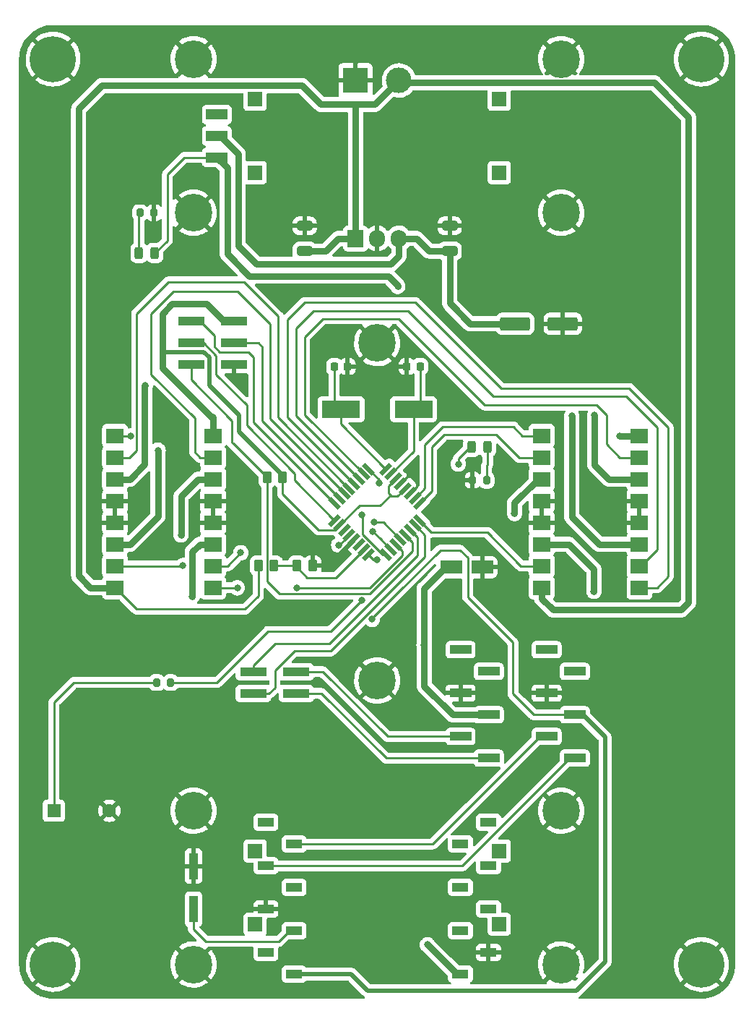
<source format=gbr>
%TF.GenerationSoftware,KiCad,Pcbnew,(6.0.5)*%
%TF.CreationDate,2022-06-28T11:16:47+05:30*%
%TF.ProjectId,MecCam_pro,4d656343-616d-45f7-9072-6f2e6b696361,rev?*%
%TF.SameCoordinates,Original*%
%TF.FileFunction,Copper,L1,Top*%
%TF.FilePolarity,Positive*%
%FSLAX46Y46*%
G04 Gerber Fmt 4.6, Leading zero omitted, Abs format (unit mm)*
G04 Created by KiCad (PCBNEW (6.0.5)) date 2022-06-28 11:16:47*
%MOMM*%
%LPD*%
G01*
G04 APERTURE LIST*
G04 Aperture macros list*
%AMRoundRect*
0 Rectangle with rounded corners*
0 $1 Rounding radius*
0 $2 $3 $4 $5 $6 $7 $8 $9 X,Y pos of 4 corners*
0 Add a 4 corners polygon primitive as box body*
4,1,4,$2,$3,$4,$5,$6,$7,$8,$9,$2,$3,0*
0 Add four circle primitives for the rounded corners*
1,1,$1+$1,$2,$3*
1,1,$1+$1,$4,$5*
1,1,$1+$1,$6,$7*
1,1,$1+$1,$8,$9*
0 Add four rect primitives between the rounded corners*
20,1,$1+$1,$2,$3,$4,$5,0*
20,1,$1+$1,$4,$5,$6,$7,0*
20,1,$1+$1,$6,$7,$8,$9,0*
20,1,$1+$1,$8,$9,$2,$3,0*%
%AMRotRect*
0 Rectangle, with rotation*
0 The origin of the aperture is its center*
0 $1 length*
0 $2 width*
0 $3 Rotation angle, in degrees counterclockwise*
0 Add horizontal line*
21,1,$1,$2,0,0,$3*%
G04 Aperture macros list end*
%TA.AperFunction,SMDPad,CuDef*%
%ADD10RoundRect,0.225000X0.225000X0.250000X-0.225000X0.250000X-0.225000X-0.250000X0.225000X-0.250000X0*%
%TD*%
%TA.AperFunction,SMDPad,CuDef*%
%ADD11R,1.900000X1.000000*%
%TD*%
%TA.AperFunction,SMDPad,CuDef*%
%ADD12R,3.150000X1.000000*%
%TD*%
%TA.AperFunction,SMDPad,CuDef*%
%ADD13RoundRect,0.200000X-0.200000X-0.275000X0.200000X-0.275000X0.200000X0.275000X-0.200000X0.275000X0*%
%TD*%
%TA.AperFunction,SMDPad,CuDef*%
%ADD14RoundRect,0.250000X0.262500X0.450000X-0.262500X0.450000X-0.262500X-0.450000X0.262500X-0.450000X0*%
%TD*%
%TA.AperFunction,SMDPad,CuDef*%
%ADD15R,2.000000X1.780000*%
%TD*%
%TA.AperFunction,SMDPad,CuDef*%
%ADD16RotRect,1.600000X0.550000X225.000000*%
%TD*%
%TA.AperFunction,SMDPad,CuDef*%
%ADD17RotRect,1.600000X0.550000X315.000000*%
%TD*%
%TA.AperFunction,SMDPad,CuDef*%
%ADD18R,4.500000X2.000000*%
%TD*%
%TA.AperFunction,SMDPad,CuDef*%
%ADD19RoundRect,0.225000X-0.225000X-0.250000X0.225000X-0.250000X0.225000X0.250000X-0.225000X0.250000X0*%
%TD*%
%TA.AperFunction,SMDPad,CuDef*%
%ADD20RoundRect,0.243750X0.243750X0.456250X-0.243750X0.456250X-0.243750X-0.456250X0.243750X-0.456250X0*%
%TD*%
%TA.AperFunction,SMDPad,CuDef*%
%ADD21RoundRect,0.250000X0.650000X-0.325000X0.650000X0.325000X-0.650000X0.325000X-0.650000X-0.325000X0*%
%TD*%
%TA.AperFunction,ComponentPad*%
%ADD22R,1.905000X2.000000*%
%TD*%
%TA.AperFunction,ComponentPad*%
%ADD23O,1.905000X2.000000*%
%TD*%
%TA.AperFunction,SMDPad,CuDef*%
%ADD24RoundRect,0.243750X-0.243750X-0.456250X0.243750X-0.456250X0.243750X0.456250X-0.243750X0.456250X0*%
%TD*%
%TA.AperFunction,ComponentPad*%
%ADD25R,1.600000X1.600000*%
%TD*%
%TA.AperFunction,ComponentPad*%
%ADD26C,1.600000*%
%TD*%
%TA.AperFunction,SMDPad,CuDef*%
%ADD27R,2.500000X1.250000*%
%TD*%
%TA.AperFunction,SMDPad,CuDef*%
%ADD28R,1.000000X3.150000*%
%TD*%
%TA.AperFunction,SMDPad,CuDef*%
%ADD29RoundRect,0.250000X-1.050000X-0.550000X1.050000X-0.550000X1.050000X0.550000X-1.050000X0.550000X0*%
%TD*%
%TA.AperFunction,SMDPad,CuDef*%
%ADD30R,2.510000X1.000000*%
%TD*%
%TA.AperFunction,SMDPad,CuDef*%
%ADD31RoundRect,0.250000X-1.500000X-0.550000X1.500000X-0.550000X1.500000X0.550000X-1.500000X0.550000X0*%
%TD*%
%TA.AperFunction,SMDPad,CuDef*%
%ADD32RoundRect,0.250000X-0.650000X0.325000X-0.650000X-0.325000X0.650000X-0.325000X0.650000X0.325000X0*%
%TD*%
%TA.AperFunction,SMDPad,CuDef*%
%ADD33RoundRect,0.200000X0.200000X0.275000X-0.200000X0.275000X-0.200000X-0.275000X0.200000X-0.275000X0*%
%TD*%
%TA.AperFunction,ComponentPad*%
%ADD34C,0.800000*%
%TD*%
%TA.AperFunction,ComponentPad*%
%ADD35C,5.400000*%
%TD*%
%TA.AperFunction,ComponentPad*%
%ADD36C,0.700000*%
%TD*%
%TA.AperFunction,ComponentPad*%
%ADD37C,4.400000*%
%TD*%
%TA.AperFunction,ComponentPad*%
%ADD38R,1.700000X1.700000*%
%TD*%
%TA.AperFunction,ComponentPad*%
%ADD39R,3.000000X3.000000*%
%TD*%
%TA.AperFunction,ComponentPad*%
%ADD40C,3.000000*%
%TD*%
%TA.AperFunction,ViaPad*%
%ADD41C,0.800000*%
%TD*%
%TA.AperFunction,Conductor*%
%ADD42C,0.750000*%
%TD*%
%TA.AperFunction,Conductor*%
%ADD43C,0.250000*%
%TD*%
%TA.AperFunction,Conductor*%
%ADD44C,0.500000*%
%TD*%
G04 APERTURE END LIST*
D10*
%TO.P,C6,1*%
%TO.N,GND*%
X96525000Y-83000000D03*
%TO.P,C6,2*%
%TO.N,Net-(C6-Pad2)*%
X94975000Y-83000000D03*
%TD*%
D11*
%TO.P,J13,1,Pin_1*%
%TO.N,unconnected-(J13-Pad1)*%
X113050000Y-136360000D03*
%TO.P,J13,2,Pin_2*%
%TO.N,unconnected-(J13-Pad2)*%
X109750000Y-138900000D03*
%TO.P,J13,3,Pin_3*%
%TO.N,unconnected-(J13-Pad3)*%
X113050000Y-141440000D03*
%TO.P,J13,4,Pin_4*%
%TO.N,unconnected-(J13-Pad4)*%
X109750000Y-143980000D03*
%TO.P,J13,5,Pin_5*%
%TO.N,unconnected-(J13-Pad5)*%
X113050000Y-146520000D03*
%TO.P,J13,6,Pin_6*%
%TO.N,unconnected-(J13-Pad6)*%
X109750000Y-149060000D03*
%TO.P,J13,7,Pin_7*%
%TO.N,GND*%
X113050000Y-151600000D03*
%TO.P,J13,8,Pin_8*%
%TO.N,+5V*%
X109750000Y-154140000D03*
%TD*%
D12*
%TO.P,J3,1,Pin_1*%
%TO.N,/RX*%
X85475000Y-118730000D03*
%TO.P,J3,2,Pin_2*%
%TO.N,Net-(J3-Pad2)*%
X90525000Y-118730000D03*
%TO.P,J3,3,Pin_3*%
%TO.N,/TX*%
X85475000Y-121270000D03*
%TO.P,J3,4,Pin_4*%
%TO.N,Net-(J3-Pad4)*%
X90525000Y-121270000D03*
%TD*%
D13*
%TO.P,R6,1*%
%TO.N,GND*%
X111175000Y-96300000D03*
%TO.P,R6,2*%
%TO.N,Net-(D2-Pad1)*%
X112825000Y-96300000D03*
%TD*%
D14*
%TO.P,R3,2*%
%TO.N,/VD*%
X90587500Y-106300000D03*
%TO.P,R3,1*%
%TO.N,GND*%
X92412500Y-106300000D03*
%TD*%
D15*
%TO.P,U1,1,1\u002C2EN*%
%TO.N,/M1EN*%
X119260000Y-91110000D03*
%TO.P,U1,2,1A*%
%TO.N,/PM1*%
X119260000Y-93650000D03*
%TO.P,U1,3,1Y*%
%TO.N,Net-(J1-Pad1)*%
X119260000Y-96190000D03*
%TO.P,U1,4,GND*%
%TO.N,GND*%
X119260000Y-98730000D03*
%TO.P,U1,5,GND*%
X119260000Y-101270000D03*
%TO.P,U1,6,2Y*%
%TO.N,Net-(J2-Pad1)*%
X119260000Y-103810000D03*
%TO.P,U1,7,2A*%
%TO.N,/DM1*%
X119260000Y-106350000D03*
%TO.P,U1,8,VCCM*%
%TO.N,+12V*%
X119260000Y-108890000D03*
%TO.P,U1,9,3\u002C4EN*%
%TO.N,/M2EN*%
X130740000Y-108890000D03*
%TO.P,U1,10,3A*%
%TO.N,/DM2*%
X130740000Y-106350000D03*
%TO.P,U1,11,3Y*%
%TO.N,Net-(J8-Pad1)*%
X130740000Y-103810000D03*
%TO.P,U1,12,GND*%
%TO.N,GND*%
X130740000Y-101270000D03*
%TO.P,U1,13,GND*%
X130740000Y-98730000D03*
%TO.P,U1,14,4Y*%
%TO.N,Net-(J7-Pad1)*%
X130740000Y-96190000D03*
%TO.P,U1,15,4A*%
%TO.N,/PM2*%
X130740000Y-93650000D03*
%TO.P,U1,16,5V*%
%TO.N,+5V*%
X130740000Y-91110000D03*
%TD*%
%TO.P,U3,1,1\u002C2EN*%
%TO.N,/M3EN*%
X69260000Y-91110000D03*
%TO.P,U3,2,1A*%
%TO.N,/PM3*%
X69260000Y-93650000D03*
%TO.P,U3,3,1Y*%
%TO.N,Net-(J10-Pad1)*%
X69260000Y-96190000D03*
%TO.P,U3,4,GND*%
%TO.N,GND*%
X69260000Y-98730000D03*
%TO.P,U3,5,GND*%
X69260000Y-101270000D03*
%TO.P,U3,6,2Y*%
%TO.N,Net-(J11-Pad1)*%
X69260000Y-103810000D03*
%TO.P,U3,7,2A*%
%TO.N,/DM3*%
X69260000Y-106350000D03*
%TO.P,U3,8,VCCM*%
%TO.N,+12V*%
X69260000Y-108890000D03*
%TO.P,U3,9,3\u002C4EN*%
%TO.N,/M4EN*%
X80740000Y-108890000D03*
%TO.P,U3,10,3A*%
%TO.N,/DM4*%
X80740000Y-106350000D03*
%TO.P,U3,11,3Y*%
%TO.N,Net-(J15-Pad1)*%
X80740000Y-103810000D03*
%TO.P,U3,12,GND*%
%TO.N,GND*%
X80740000Y-101270000D03*
%TO.P,U3,13,GND*%
X80740000Y-98730000D03*
%TO.P,U3,14,4Y*%
%TO.N,Net-(J14-Pad1)*%
X80740000Y-96190000D03*
%TO.P,U3,15,4A*%
%TO.N,/PM4*%
X80740000Y-93650000D03*
%TO.P,U3,16,5V*%
%TO.N,+5V*%
X80740000Y-91110000D03*
%TD*%
D16*
%TO.P,U4,1,PD3*%
%TO.N,/PM1*%
X104985103Y-98974695D03*
%TO.P,U4,2,PD4*%
%TO.N,/M1EN*%
X104419417Y-98409010D03*
%TO.P,U4,3,GND*%
%TO.N,GND*%
X103853732Y-97843324D03*
%TO.P,U4,4,VCC*%
%TO.N,+5V*%
X103288047Y-97277639D03*
%TO.P,U4,5,GND*%
%TO.N,GND*%
X102722361Y-96711953D03*
%TO.P,U4,6,VCC*%
%TO.N,+5V*%
X102156676Y-96146268D03*
%TO.P,U4,7,XTAL1/PB6*%
%TO.N,Net-(C5-Pad2)*%
X101590990Y-95580583D03*
%TO.P,U4,8,XTAL2/PB7*%
%TO.N,Net-(C6-Pad2)*%
X101025305Y-95014897D03*
D17*
%TO.P,U4,9,PD5*%
%TO.N,Net-(R5-Pad2)*%
X98974695Y-95014897D03*
%TO.P,U4,10,PD6*%
%TO.N,/PM2*%
X98409010Y-95580583D03*
%TO.P,U4,11,PD7*%
%TO.N,/DM2*%
X97843324Y-96146268D03*
%TO.P,U4,12,PB0*%
%TO.N,/M2EN*%
X97277639Y-96711953D03*
%TO.P,U4,13,PB1*%
%TO.N,/PM3*%
X96711953Y-97277639D03*
%TO.P,U4,14,PB2*%
%TO.N,/PM4*%
X96146268Y-97843324D03*
%TO.P,U4,15,PB3*%
%TO.N,/MOSI*%
X95580583Y-98409010D03*
%TO.P,U4,16,PB4*%
%TO.N,/MISO*%
X95014897Y-98974695D03*
D16*
%TO.P,U4,17,PB5*%
%TO.N,/SCK*%
X95014897Y-101025305D03*
%TO.P,U4,18,AVCC*%
%TO.N,+5V*%
X95580583Y-101590990D03*
%TO.P,U4,19,ADC6*%
%TO.N,unconnected-(U4-Pad19)*%
X96146268Y-102156676D03*
%TO.P,U4,20,AREF*%
%TO.N,+3V3*%
X96711953Y-102722361D03*
%TO.P,U4,21,GND*%
%TO.N,GND*%
X97277639Y-103288047D03*
%TO.P,U4,22,ADC7*%
%TO.N,unconnected-(U4-Pad22)*%
X97843324Y-103853732D03*
%TO.P,U4,23,PC0*%
%TO.N,/VD*%
X98409010Y-104419417D03*
%TO.P,U4,24,PC1*%
%TO.N,Net-(D2-Pad2)*%
X98974695Y-104985103D03*
D17*
%TO.P,U4,25,PC2*%
%TO.N,/M3EN*%
X101025305Y-104985103D03*
%TO.P,U4,26,PC3*%
%TO.N,/DM4*%
X101590990Y-104419417D03*
%TO.P,U4,27,PC4*%
%TO.N,/M4EN*%
X102156676Y-103853732D03*
%TO.P,U4,28,PC5*%
%TO.N,/DM3*%
X102722361Y-103288047D03*
%TO.P,U4,29,~{RESET}/PC6*%
%TO.N,/RST*%
X103288047Y-102722361D03*
%TO.P,U4,30,PD0*%
%TO.N,/RX*%
X103853732Y-102156676D03*
%TO.P,U4,31,PD1*%
%TO.N,/TX*%
X104419417Y-101590990D03*
%TO.P,U4,32,PD2*%
%TO.N,/DM1*%
X104985103Y-101025305D03*
%TD*%
D18*
%TO.P,Y1,1,1*%
%TO.N,Net-(C5-Pad2)*%
X104250000Y-88000000D03*
%TO.P,Y1,2,2*%
%TO.N,Net-(C6-Pad2)*%
X95750000Y-88000000D03*
%TD*%
D19*
%TO.P,C5,1*%
%TO.N,GND*%
X103475000Y-83000000D03*
%TO.P,C5,2*%
%TO.N,Net-(C5-Pad2)*%
X105025000Y-83000000D03*
%TD*%
D20*
%TO.P,D2,1,K*%
%TO.N,Net-(D2-Pad1)*%
X112937500Y-92400000D03*
%TO.P,D2,2,A*%
%TO.N,Net-(D2-Pad2)*%
X111062500Y-92400000D03*
%TD*%
D14*
%TO.P,R4,2*%
%TO.N,/RST*%
X87087500Y-96000000D03*
%TO.P,R4,1*%
%TO.N,+5V*%
X88912500Y-96000000D03*
%TD*%
%TO.P,R2,2*%
%TO.N,+12V*%
X86075000Y-106300000D03*
%TO.P,R2,1*%
%TO.N,/VD*%
X87900000Y-106300000D03*
%TD*%
D12*
%TO.P,J16,1,Pin_1*%
%TO.N,/MISO*%
X78175000Y-77710000D03*
%TO.P,J16,2,Pin_2*%
%TO.N,+5V*%
X83225000Y-77710000D03*
%TO.P,J16,3,Pin_3*%
%TO.N,/SCK*%
X78175000Y-80250000D03*
%TO.P,J16,4,Pin_4*%
%TO.N,/MOSI*%
X83225000Y-80250000D03*
%TO.P,J16,5,Pin_5*%
%TO.N,/RST*%
X78175000Y-82790000D03*
%TO.P,J16,6,Pin_6*%
%TO.N,GND*%
X83225000Y-82790000D03*
%TD*%
D21*
%TO.P,C2,1*%
%TO.N,Net-(C2-Pad1)*%
X108500000Y-69475000D03*
%TO.P,C2,2*%
%TO.N,GND*%
X108500000Y-66525000D03*
%TD*%
D22*
%TO.P,U2,1,IN*%
%TO.N,+12V*%
X97460000Y-68000000D03*
D23*
%TO.P,U2,2,GND*%
%TO.N,GND*%
X100000000Y-68000000D03*
%TO.P,U2,3,OUT*%
%TO.N,Net-(C2-Pad1)*%
X102540000Y-68000000D03*
%TD*%
D24*
%TO.P,D1,1,K*%
%TO.N,Net-(D1-Pad1)*%
X72062500Y-69700000D03*
%TO.P,D1,2,A*%
%TO.N,+5V*%
X73937500Y-69700000D03*
%TD*%
D25*
%TO.P,BZ1,1,-*%
%TO.N,Net-(BZ1-Pad1)*%
X62100000Y-135000000D03*
D26*
%TO.P,BZ1,2,+*%
%TO.N,GND*%
X68600000Y-135000000D03*
%TD*%
D27*
%TO.P,SW1,1,A*%
%TO.N,unconnected-(SW1-Pad1)*%
X81200000Y-53500000D03*
%TO.P,SW1,2,B*%
%TO.N,Net-(C2-Pad1)*%
X81200000Y-56000000D03*
%TO.P,SW1,3,C*%
%TO.N,+5V*%
X81200000Y-58500000D03*
%TD*%
D28*
%TO.P,J9,1,Pin_1*%
%TO.N,GND*%
X78450000Y-141475000D03*
%TO.P,J9,2,Pin_2*%
%TO.N,Net-(J12-Pad6)*%
X78450000Y-146525000D03*
%TD*%
D11*
%TO.P,J12,1,Pin_1*%
%TO.N,unconnected-(J12-Pad1)*%
X86950000Y-136360000D03*
%TO.P,J12,2,Pin_2*%
%TO.N,Net-(J12-Pad2)*%
X90250000Y-138900000D03*
%TO.P,J12,3,Pin_3*%
%TO.N,Net-(J12-Pad3)*%
X86950000Y-141440000D03*
%TO.P,J12,4,Pin_4*%
%TO.N,unconnected-(J12-Pad4)*%
X90250000Y-143980000D03*
%TO.P,J12,5,Pin_5*%
%TO.N,GND*%
X86950000Y-146520000D03*
%TO.P,J12,6,Pin_6*%
%TO.N,Net-(J12-Pad6)*%
X90250000Y-149060000D03*
%TO.P,J12,7,Pin_7*%
%TO.N,unconnected-(J12-Pad7)*%
X86950000Y-151600000D03*
%TO.P,J12,8,Pin_8*%
%TO.N,+3V3*%
X90250000Y-154140000D03*
%TD*%
D29*
%TO.P,C4,1*%
%TO.N,+5V*%
X108700000Y-106500000D03*
%TO.P,C4,2*%
%TO.N,GND*%
X112300000Y-106500000D03*
%TD*%
D13*
%TO.P,R5,1*%
%TO.N,Net-(BZ1-Pad1)*%
X74150000Y-120000000D03*
%TO.P,R5,2*%
%TO.N,Net-(R5-Pad2)*%
X75800000Y-120000000D03*
%TD*%
D30*
%TO.P,J5,1,Pin_1*%
%TO.N,Net-(J3-Pad4)*%
X113075000Y-128850000D03*
%TO.P,J5,2,Pin_2*%
%TO.N,Net-(J3-Pad2)*%
X109765000Y-126310000D03*
%TO.P,J5,3,Pin_3*%
%TO.N,+5V*%
X113075000Y-123770000D03*
%TO.P,J5,4,Pin_4*%
%TO.N,GND*%
X109765000Y-121230000D03*
%TO.P,J5,5,Pin_5*%
%TO.N,unconnected-(J5-Pad5)*%
X113075000Y-118690000D03*
%TO.P,J5,6,Pin_6*%
%TO.N,unconnected-(J5-Pad6)*%
X109765000Y-116150000D03*
%TD*%
D31*
%TO.P,C3,1*%
%TO.N,Net-(C2-Pad1)*%
X116150000Y-78000000D03*
%TO.P,C3,2*%
%TO.N,GND*%
X121750000Y-78000000D03*
%TD*%
D32*
%TO.P,C1,1*%
%TO.N,GND*%
X91500000Y-66525000D03*
%TO.P,C1,2*%
%TO.N,+12V*%
X91500000Y-69475000D03*
%TD*%
D33*
%TO.P,R1,1*%
%TO.N,GND*%
X73825000Y-65000000D03*
%TO.P,R1,2*%
%TO.N,Net-(D1-Pad1)*%
X72175000Y-65000000D03*
%TD*%
D30*
%TO.P,J6,1,Pin_1*%
%TO.N,unconnected-(J6-Pad1)*%
X119845000Y-116150000D03*
%TO.P,J6,2,Pin_2*%
%TO.N,unconnected-(J6-Pad2)*%
X123155000Y-118690000D03*
%TO.P,J6,3,Pin_3*%
%TO.N,GND*%
X119845000Y-121230000D03*
%TO.P,J6,4,Pin_4*%
%TO.N,+3V3*%
X123155000Y-123770000D03*
%TO.P,J6,5,Pin_5*%
%TO.N,Net-(J12-Pad2)*%
X119845000Y-126310000D03*
%TO.P,J6,6,Pin_6*%
%TO.N,Net-(J12-Pad3)*%
X123155000Y-128850000D03*
%TD*%
D34*
%TO.P,H1,1,1*%
%TO.N,GND*%
X139431891Y-48431891D03*
X135975000Y-47000000D03*
X140025000Y-47000000D03*
X139431891Y-45568109D03*
D35*
X138000000Y-47000000D03*
D34*
X138000000Y-44975000D03*
X136568109Y-48431891D03*
X136568109Y-45568109D03*
X138000000Y-49025000D03*
%TD*%
%TO.P,H2,1,1*%
%TO.N,GND*%
X138000000Y-155025000D03*
D35*
X138000000Y-153000000D03*
D34*
X136568109Y-151568109D03*
X139431891Y-151568109D03*
X135975000Y-153000000D03*
X136568109Y-154431891D03*
X138000000Y-150975000D03*
X140025000Y-153000000D03*
X139431891Y-154431891D03*
%TD*%
%TO.P,H3,1,1*%
%TO.N,GND*%
X60568109Y-45568109D03*
X63431891Y-48431891D03*
X63431891Y-45568109D03*
D35*
X62000000Y-47000000D03*
D34*
X64025000Y-47000000D03*
X59975000Y-47000000D03*
X62000000Y-49025000D03*
X62000000Y-44975000D03*
X60568109Y-48431891D03*
%TD*%
%TO.P,H4,1,1*%
%TO.N,GND*%
X62000000Y-150975000D03*
X62000000Y-155025000D03*
X63431891Y-151568109D03*
D35*
X62000000Y-153000000D03*
D34*
X64025000Y-153000000D03*
X60568109Y-151568109D03*
X59975000Y-153000000D03*
X63431891Y-154431891D03*
X60568109Y-154431891D03*
%TD*%
D36*
%TO.P,H5,1,1*%
%TO.N,GND*%
X119900000Y-47000000D03*
X122716726Y-48166726D03*
X120383274Y-48166726D03*
X121550000Y-45350000D03*
X121550000Y-48650000D03*
X123200000Y-47000000D03*
D37*
X121550000Y-47000000D03*
D36*
X122716726Y-45833274D03*
X120383274Y-45833274D03*
%TD*%
D37*
%TO.P,H6,1,1*%
%TO.N,GND*%
X121550000Y-65000000D03*
D36*
X122716726Y-66166726D03*
X121550000Y-66650000D03*
X120383274Y-66166726D03*
X122716726Y-63833274D03*
X123200000Y-65000000D03*
X120383274Y-63833274D03*
X121550000Y-63350000D03*
X119900000Y-65000000D03*
%TD*%
%TO.P,H7,1,1*%
%TO.N,GND*%
X78450000Y-48650000D03*
X78450000Y-45350000D03*
X77283274Y-48166726D03*
X77283274Y-45833274D03*
X80100000Y-47000000D03*
D37*
X78450000Y-47000000D03*
D36*
X79616726Y-45833274D03*
X76800000Y-47000000D03*
X79616726Y-48166726D03*
%TD*%
%TO.P,H8,1,1*%
%TO.N,GND*%
X78450000Y-66650000D03*
X76800000Y-65000000D03*
X77283274Y-66166726D03*
X78450000Y-63350000D03*
X79616726Y-66166726D03*
X77283274Y-63833274D03*
X79616726Y-63833274D03*
D37*
X78450000Y-65000000D03*
D36*
X80100000Y-65000000D03*
%TD*%
%TO.P,H9,1,1*%
%TO.N,GND*%
X98833274Y-81416726D03*
D37*
X100000000Y-80250000D03*
D36*
X101166726Y-79083274D03*
X100000000Y-81900000D03*
X101166726Y-81416726D03*
X101650000Y-80250000D03*
X100000000Y-78600000D03*
X98833274Y-79083274D03*
X98350000Y-80250000D03*
%TD*%
%TO.P,H10,1,1*%
%TO.N,GND*%
X100000000Y-118100000D03*
D37*
X100000000Y-119750000D03*
D36*
X98833274Y-118583274D03*
X101166726Y-120916726D03*
X98833274Y-120916726D03*
X101650000Y-119750000D03*
X98350000Y-119750000D03*
X100000000Y-121400000D03*
X101166726Y-118583274D03*
%TD*%
%TO.P,H11,1,1*%
%TO.N,GND*%
X77283274Y-136166726D03*
X78450000Y-133350000D03*
X78450000Y-136650000D03*
D37*
X78450000Y-135000000D03*
D36*
X79616726Y-133833274D03*
X79616726Y-136166726D03*
X76800000Y-135000000D03*
X77283274Y-133833274D03*
X80100000Y-135000000D03*
%TD*%
%TO.P,H12,1,1*%
%TO.N,GND*%
X79616726Y-151833274D03*
D37*
X78450000Y-153000000D03*
D36*
X79616726Y-154166726D03*
X77283274Y-151833274D03*
X78450000Y-151350000D03*
X78450000Y-154650000D03*
X76800000Y-153000000D03*
X80100000Y-153000000D03*
X77283274Y-154166726D03*
%TD*%
%TO.P,H13,1,1*%
%TO.N,GND*%
X120383274Y-136166726D03*
D37*
X121550000Y-135000000D03*
D36*
X121550000Y-136650000D03*
X122716726Y-133833274D03*
X123200000Y-135000000D03*
X119900000Y-135000000D03*
X121550000Y-133350000D03*
X122716726Y-136166726D03*
X120383274Y-133833274D03*
%TD*%
%TO.P,H14,1,1*%
%TO.N,GND*%
X122716726Y-154166726D03*
D37*
X121550000Y-153000000D03*
D36*
X120383274Y-151833274D03*
X121550000Y-151350000D03*
X119900000Y-153000000D03*
X123200000Y-153000000D03*
X121550000Y-154650000D03*
X120383274Y-154166726D03*
X122716726Y-151833274D03*
%TD*%
D38*
%TO.P,J1,1,Pin_1*%
%TO.N,Net-(J1-Pad1)*%
X114300000Y-139700000D03*
%TD*%
%TO.P,J11,1,Pin_1*%
%TO.N,Net-(J11-Pad1)*%
X85700000Y-60300000D03*
%TD*%
%TO.P,J7,1,Pin_1*%
%TO.N,Net-(J7-Pad1)*%
X114300000Y-51700000D03*
%TD*%
%TO.P,J2,1,Pin_1*%
%TO.N,Net-(J2-Pad1)*%
X114300000Y-148300000D03*
%TD*%
%TO.P,J10,1,Pin_1*%
%TO.N,Net-(J10-Pad1)*%
X85700000Y-51700000D03*
%TD*%
%TO.P,J15,1,Pin_1*%
%TO.N,Net-(J15-Pad1)*%
X85700000Y-139700000D03*
%TD*%
%TO.P,J14,1,Pin_1*%
%TO.N,Net-(J14-Pad1)*%
X85700000Y-148300000D03*
%TD*%
%TO.P,J8,1,Pin_1*%
%TO.N,Net-(J8-Pad1)*%
X114300000Y-60300000D03*
%TD*%
D39*
%TO.P,J4,1,Pin_1*%
%TO.N,GND*%
X97460000Y-49500000D03*
D40*
%TO.P,J4,2,Pin_2*%
%TO.N,+12V*%
X102540000Y-49500000D03*
%TD*%
D41*
%TO.N,GND*%
X128300000Y-98700000D03*
X94200000Y-105300000D03*
X78300000Y-100000000D03*
X83225000Y-84075000D03*
X104100000Y-95000000D03*
%TO.N,+5V*%
X128400000Y-91100000D03*
X105900000Y-150700000D03*
X102400000Y-73600000D03*
X105500000Y-115600000D03*
X80740000Y-88960000D03*
%TO.N,+3V3*%
X99400000Y-112600000D03*
X95500000Y-103900000D03*
%TO.N,Net-(J7-Pad1)*%
X125500000Y-88700000D03*
%TO.N,Net-(J10-Pad1)*%
X72800000Y-85200000D03*
%TO.N,Net-(J11-Pad1)*%
X74300000Y-92800000D03*
%TO.N,Net-(J15-Pad1)*%
X78300000Y-109900000D03*
%TO.N,/DM3*%
X77200000Y-106300000D03*
X99600000Y-101200000D03*
%TO.N,/DM4*%
X99500000Y-102300000D03*
X84000000Y-104800000D03*
%TO.N,/M4EN*%
X90600000Y-108900000D03*
X83600000Y-108900000D03*
%TO.N,/M3EN*%
X71075500Y-91147219D03*
X98200000Y-100400000D03*
%TO.N,Net-(D2-Pad2)*%
X100000000Y-105600000D03*
X109500000Y-94400000D03*
%TO.N,Net-(J1-Pad1)*%
X116100000Y-100200000D03*
%TO.N,Net-(J2-Pad1)*%
X125400000Y-109300000D03*
%TO.N,Net-(J8-Pad1)*%
X122800000Y-88800000D03*
%TO.N,Net-(J14-Pad1)*%
X77000000Y-102700000D03*
%TO.N,Net-(R5-Pad2)*%
X100200000Y-96600000D03*
X98195864Y-110324500D03*
%TD*%
D42*
%TO.N,+12V*%
X136500000Y-53800000D02*
X132474511Y-49774511D01*
X136500000Y-110600000D02*
X136500000Y-53800000D01*
X102814511Y-49774511D02*
X102540000Y-49500000D01*
X120600000Y-111500000D02*
X135600000Y-111500000D01*
X119260000Y-110160000D02*
X120600000Y-111500000D01*
X135600000Y-111500000D02*
X136500000Y-110600000D01*
X119260000Y-108890000D02*
X119260000Y-110160000D01*
X132474511Y-49774511D02*
X102814511Y-49774511D01*
D43*
%TO.N,/M2EN*%
X132810000Y-108890000D02*
X130740000Y-108890000D01*
X134100000Y-107600000D02*
X132810000Y-108890000D01*
X129550000Y-85550000D02*
X134100000Y-90100000D01*
X91500000Y-75500000D02*
X104500000Y-75500000D01*
X114550000Y-85550000D02*
X129550000Y-85550000D01*
X134100000Y-90100000D02*
X134100000Y-107600000D01*
X89500000Y-77500000D02*
X91500000Y-75500000D01*
X89500000Y-88934314D02*
X89500000Y-77500000D01*
X104500000Y-75500000D02*
X114550000Y-85550000D01*
X97277639Y-96711953D02*
X89500000Y-88934314D01*
%TO.N,/DM2*%
X90500000Y-88802944D02*
X97843324Y-96146268D01*
X90500000Y-78500000D02*
X90500000Y-88802944D01*
X92500000Y-76500000D02*
X90500000Y-78500000D01*
X103600000Y-76500000D02*
X92500000Y-76500000D01*
X130850000Y-106350000D02*
X132800000Y-104400000D01*
X132800000Y-104400000D02*
X132800000Y-90100000D01*
X113600000Y-86500000D02*
X103600000Y-76500000D01*
X129200000Y-86500000D02*
X113600000Y-86500000D01*
X130740000Y-106350000D02*
X130850000Y-106350000D01*
X132800000Y-90100000D02*
X129200000Y-86500000D01*
D42*
%TO.N,+5V*%
X82010000Y-77710000D02*
X83225000Y-77710000D01*
X75950000Y-75650000D02*
X79950000Y-75650000D01*
X74800000Y-76800000D02*
X75950000Y-75650000D01*
X74800000Y-81300000D02*
X74800000Y-76800000D01*
X79950000Y-75650000D02*
X82010000Y-77710000D01*
D43*
%TO.N,/PM2*%
X128450000Y-93650000D02*
X130740000Y-93650000D01*
X126900000Y-92100000D02*
X128450000Y-93650000D01*
X112600000Y-87500000D02*
X125700000Y-87500000D01*
X102500000Y-77400000D02*
X112600000Y-87500000D01*
X125700000Y-87500000D02*
X126900000Y-88700000D01*
X91500000Y-79500000D02*
X93600000Y-77400000D01*
X93600000Y-77400000D02*
X102500000Y-77400000D01*
X91500000Y-88671574D02*
X91500000Y-79500000D01*
X126900000Y-88700000D02*
X126900000Y-92100000D01*
X98409010Y-95580583D02*
X91500000Y-88671574D01*
%TO.N,/PM3*%
X88400000Y-88965686D02*
X96711953Y-97277639D01*
X75500000Y-73100000D02*
X84400000Y-73100000D01*
X88400000Y-77100000D02*
X88400000Y-88965686D01*
X71800000Y-92800000D02*
X71800000Y-76800000D01*
X84400000Y-73100000D02*
X88400000Y-77100000D01*
X70950000Y-93650000D02*
X71800000Y-92800000D01*
X69260000Y-93650000D02*
X70950000Y-93650000D01*
X71800000Y-76800000D02*
X75500000Y-73100000D01*
%TO.N,/PM4*%
X87450000Y-89147056D02*
X96146268Y-97843324D01*
X87450000Y-78050000D02*
X87450000Y-89147056D01*
X73500000Y-83900000D02*
X73500000Y-76810742D01*
X73500000Y-76810742D02*
X76110252Y-74200490D01*
X83600490Y-74200490D02*
X87450000Y-78050000D01*
X78600000Y-89000000D02*
X73500000Y-83900000D01*
X79250000Y-93650000D02*
X78600000Y-93000000D01*
X80740000Y-93650000D02*
X79250000Y-93650000D01*
X78600000Y-93000000D02*
X78600000Y-89000000D01*
X76110252Y-74200490D02*
X83600490Y-74200490D01*
%TO.N,/MOSI*%
X86500000Y-80700000D02*
X86500000Y-89328426D01*
X86050000Y-80250000D02*
X86500000Y-80700000D01*
X86500000Y-89328426D02*
X95580583Y-98409010D01*
X83225000Y-80250000D02*
X86050000Y-80250000D01*
%TO.N,/RST*%
X87087500Y-96000000D02*
X83093750Y-92006250D01*
D44*
%TO.N,+5V*%
X88912500Y-95712500D02*
X83800000Y-90600000D01*
D43*
X88900000Y-97900000D02*
X88900000Y-96012500D01*
%TO.N,/RST*%
X87062490Y-96025010D02*
X87062490Y-108162490D01*
%TO.N,GND*%
X83225000Y-82790000D02*
X83225000Y-84075000D01*
X83225000Y-82790000D02*
X83225000Y-83075000D01*
D44*
X97277639Y-103323738D02*
X95301377Y-105300000D01*
D43*
X103634314Y-95800000D02*
X102722361Y-96711953D01*
X104000000Y-95800000D02*
X103634314Y-95800000D01*
D44*
X95301377Y-105300000D02*
X94200000Y-105300000D01*
X97277639Y-103288047D02*
X97277639Y-103323738D01*
D43*
X103856676Y-97843324D02*
X104700000Y-97000000D01*
X104700000Y-96500000D02*
X104000000Y-95800000D01*
X104700000Y-97000000D02*
X104700000Y-96500000D01*
%TO.N,Net-(BZ1-Pad1)*%
X64400000Y-120000000D02*
X62100000Y-122300000D01*
X74150000Y-120000000D02*
X64400000Y-120000000D01*
X62100000Y-135000000D02*
X62100000Y-122300000D01*
D42*
%TO.N,+12V*%
X67700000Y-50100000D02*
X65000000Y-52800000D01*
X97460000Y-68000000D02*
X97460000Y-52360000D01*
D43*
X84500000Y-111400000D02*
X86075000Y-109825000D01*
D42*
X65000000Y-52800000D02*
X65000000Y-107500000D01*
X97460000Y-52360000D02*
X97400000Y-52300000D01*
X97460000Y-68000000D02*
X95400000Y-68000000D01*
X99740000Y-52300000D02*
X102540000Y-49500000D01*
X95400000Y-68000000D02*
X93925000Y-69475000D01*
X97400000Y-52300000D02*
X93400000Y-52300000D01*
X66390000Y-108890000D02*
X69260000Y-108890000D01*
X91200000Y-50100000D02*
X67700000Y-50100000D01*
D43*
X69290000Y-108890000D02*
X71800000Y-111400000D01*
D42*
X65000000Y-107500000D02*
X66390000Y-108890000D01*
D43*
X69260000Y-108890000D02*
X69290000Y-108890000D01*
D42*
X93925000Y-69475000D02*
X91500000Y-69475000D01*
X93400000Y-52300000D02*
X91200000Y-50100000D01*
D43*
X71800000Y-111400000D02*
X84500000Y-111400000D01*
X86075000Y-109825000D02*
X86075000Y-106300000D01*
D42*
X97400000Y-52300000D02*
X99740000Y-52300000D01*
%TO.N,Net-(C2-Pad1)*%
X106075000Y-69475000D02*
X108500000Y-69475000D01*
X81610002Y-56000000D02*
X81200000Y-56000000D01*
X83700000Y-58089998D02*
X81610002Y-56000000D01*
X104600000Y-68000000D02*
X106075000Y-69475000D01*
X108500000Y-75600000D02*
X108500000Y-69475000D01*
X102540000Y-68000000D02*
X104600000Y-68000000D01*
X83700000Y-68900000D02*
X83700000Y-58089998D01*
X102540000Y-68000000D02*
X102540000Y-70060000D01*
X101600000Y-71000000D02*
X85800000Y-71000000D01*
X85800000Y-71000000D02*
X83700000Y-68900000D01*
X110900000Y-78000000D02*
X108500000Y-75600000D01*
X102540000Y-70060000D02*
X101600000Y-71000000D01*
X110900000Y-78000000D02*
X116150000Y-78000000D01*
%TO.N,+5V*%
X82424999Y-69824999D02*
X85000000Y-72400000D01*
D43*
X93110455Y-102110455D02*
X88900000Y-97900000D01*
X95580583Y-101590990D02*
X95061118Y-102110455D01*
D42*
X105500000Y-115600000D02*
X105500000Y-109500000D01*
D43*
X95061118Y-102110455D02*
X93110455Y-102110455D01*
X101700000Y-98200000D02*
X101550000Y-98050000D01*
D42*
X80560000Y-88960000D02*
X74800000Y-83200000D01*
X102400000Y-73500000D02*
X102400000Y-73600000D01*
X80740000Y-91110000D02*
X80740000Y-88960000D01*
X74800000Y-83200000D02*
X74800000Y-81300000D01*
X105500000Y-118100000D02*
X105500000Y-115600000D01*
D44*
X83800000Y-90600000D02*
X83800000Y-88700000D01*
D42*
X108870000Y-123770000D02*
X105500000Y-120400000D01*
D43*
X102365686Y-98200000D02*
X101700000Y-98200000D01*
D44*
X83800000Y-88700000D02*
X80300000Y-85200000D01*
D42*
X108700000Y-106500000D02*
X108000000Y-106500000D01*
X101300000Y-72400000D02*
X102400000Y-73500000D01*
D44*
X80300000Y-81940978D02*
X79659022Y-81300000D01*
X79659022Y-81300000D02*
X74800000Y-81300000D01*
D42*
X81200000Y-58500000D02*
X82424999Y-59724999D01*
D44*
X88912500Y-96000000D02*
X88912500Y-95712500D01*
D42*
X105500000Y-109000000D02*
X105500000Y-109500000D01*
D43*
X101550000Y-98050000D02*
X100350000Y-99250000D01*
X101300000Y-97800000D02*
X101300000Y-97002944D01*
D42*
X109750000Y-154140000D02*
X109340000Y-154140000D01*
X85000000Y-72400000D02*
X101300000Y-72400000D01*
D43*
X101550000Y-98050000D02*
X101300000Y-97800000D01*
D44*
X80300000Y-85200000D02*
X80300000Y-81940978D01*
D43*
X103288047Y-97277639D02*
X102365686Y-98200000D01*
X75400000Y-60500000D02*
X75400000Y-68237500D01*
D42*
X130740000Y-91110000D02*
X128410000Y-91110000D01*
X108000000Y-106500000D02*
X105500000Y-109000000D01*
X82424999Y-59724999D02*
X82424999Y-69824999D01*
X113075000Y-123770000D02*
X108870000Y-123770000D01*
D43*
X95580583Y-101590990D02*
X97921573Y-99250000D01*
D42*
X105500000Y-120400000D02*
X105500000Y-118100000D01*
D43*
X97921573Y-99250000D02*
X100350000Y-99250000D01*
X88900000Y-96012500D02*
X88912500Y-96000000D01*
D42*
X109340000Y-154140000D02*
X105900000Y-150700000D01*
D43*
X75400000Y-68237500D02*
X73937500Y-69700000D01*
D42*
X128410000Y-91110000D02*
X128400000Y-91100000D01*
D43*
X81200000Y-58500000D02*
X77400000Y-58500000D01*
X101300000Y-97002944D02*
X102156676Y-96146268D01*
D42*
X80740000Y-88960000D02*
X80560000Y-88960000D01*
D43*
X77400000Y-58500000D02*
X75400000Y-60500000D01*
%TO.N,Net-(C5-Pad2)*%
X105025000Y-83000000D02*
X105025000Y-87225000D01*
X105025000Y-87225000D02*
X104250000Y-88000000D01*
X104250000Y-92921573D02*
X101590990Y-95580583D01*
X104250000Y-88000000D02*
X104250000Y-92921573D01*
%TO.N,Net-(C6-Pad2)*%
X94975000Y-83000000D02*
X94975000Y-87225000D01*
X94975000Y-87225000D02*
X95750000Y-88000000D01*
X95750000Y-89739592D02*
X101025305Y-95014897D01*
X95750000Y-88000000D02*
X95750000Y-89739592D01*
%TO.N,Net-(D1-Pad1)*%
X72062500Y-69700000D02*
X72062500Y-65112500D01*
X72062500Y-65112500D02*
X72175000Y-65000000D01*
%TO.N,Net-(D2-Pad1)*%
X112937500Y-94462500D02*
X112937500Y-92400000D01*
X112825000Y-96300000D02*
X112825000Y-94575000D01*
X112825000Y-94575000D02*
X112937500Y-94462500D01*
D44*
%TO.N,+3V3*%
X126700000Y-152700000D02*
X126700000Y-126400000D01*
X123300000Y-156100000D02*
X126700000Y-152700000D01*
X123155000Y-123770000D02*
X123770000Y-123770000D01*
D43*
X99400000Y-112500000D02*
X99400000Y-112600000D01*
X102450000Y-109450000D02*
X107400000Y-104500000D01*
X95534314Y-103900000D02*
X96711953Y-102722361D01*
X107400000Y-104500000D02*
X109700000Y-104500000D01*
X115900000Y-115300000D02*
X115900000Y-121300000D01*
D44*
X126700000Y-126400000D02*
X124070000Y-123770000D01*
D43*
X110600000Y-105400000D02*
X110600000Y-110000000D01*
X118370000Y-123770000D02*
X123155000Y-123770000D01*
D44*
X90250000Y-154140000D02*
X96940000Y-154140000D01*
X124070000Y-123770000D02*
X123155000Y-123770000D01*
X98900000Y-156100000D02*
X123300000Y-156100000D01*
D43*
X95500000Y-103900000D02*
X95534314Y-103900000D01*
X110600000Y-110000000D02*
X115900000Y-115300000D01*
X102450000Y-109450000D02*
X99400000Y-112500000D01*
D44*
X96940000Y-154140000D02*
X98900000Y-156100000D01*
D43*
X115900000Y-121300000D02*
X118370000Y-123770000D01*
X109700000Y-104500000D02*
X110600000Y-105400000D01*
%TO.N,/RST*%
X104125002Y-103559316D02*
X103288047Y-102722361D01*
X78175000Y-84575000D02*
X82950000Y-89350000D01*
X87062490Y-108162490D02*
X88524501Y-109624501D01*
X78175000Y-82790000D02*
X78175000Y-84575000D01*
X90924600Y-109600000D02*
X99150004Y-109600000D01*
X87087500Y-96000000D02*
X87062490Y-96025010D01*
X99150004Y-109600000D02*
X104125002Y-104625002D01*
X88524501Y-109624501D02*
X90900099Y-109624501D01*
X82950000Y-91862500D02*
X82950000Y-89350000D01*
X83093750Y-92006250D02*
X82950000Y-91862500D01*
X104125002Y-104625002D02*
X104125002Y-103559316D01*
X90900099Y-109624501D02*
X90924600Y-109600000D01*
%TO.N,/SCK*%
X84700000Y-89900000D02*
X84700000Y-87500000D01*
X95014897Y-101025305D02*
X90300000Y-96310408D01*
X84700000Y-87500000D02*
X81100000Y-83900000D01*
X79650000Y-80250000D02*
X78175000Y-80250000D01*
X90300000Y-96310408D02*
X90300000Y-95500000D01*
X81100000Y-83900000D02*
X81100000Y-81700000D01*
X90300000Y-95500000D02*
X84700000Y-89900000D01*
X81100000Y-81700000D02*
X79650000Y-80250000D01*
%TO.N,/MISO*%
X94974695Y-98974695D02*
X95014897Y-98974695D01*
X80900000Y-79400000D02*
X80900000Y-80649022D01*
X79210000Y-77710000D02*
X80900000Y-79400000D01*
X84900000Y-81300000D02*
X85500000Y-81900000D01*
X85500000Y-81900000D02*
X85500000Y-89500000D01*
X81550978Y-81300000D02*
X84900000Y-81300000D01*
X78175000Y-77710000D02*
X79210000Y-77710000D01*
X80900000Y-80649022D02*
X81550978Y-81300000D01*
X85500000Y-89500000D02*
X94974695Y-98974695D01*
%TO.N,/TX*%
X87300000Y-121270000D02*
X88000000Y-120570000D01*
X94548327Y-116297499D02*
X105600000Y-105245826D01*
X105600000Y-105245826D02*
X105600000Y-102771573D01*
X88000000Y-118594998D02*
X90297499Y-116297499D01*
X90297499Y-116297499D02*
X94548327Y-116297499D01*
X85475000Y-121270000D02*
X87300000Y-121270000D01*
X88000000Y-120570000D02*
X88000000Y-118594998D01*
X105600000Y-102771573D02*
X104419417Y-101590990D01*
%TO.N,/RX*%
X104700000Y-105100000D02*
X94400000Y-115400000D01*
X85475000Y-117980000D02*
X85475000Y-118730000D01*
X103853732Y-102156676D02*
X104700000Y-103002944D01*
X88055000Y-115400000D02*
X85475000Y-117980000D01*
X104700000Y-103002944D02*
X104700000Y-105100000D01*
X94400000Y-115400000D02*
X88055000Y-115400000D01*
D42*
%TO.N,Net-(J7-Pad1)*%
X127190000Y-96190000D02*
X125500000Y-94500000D01*
X130740000Y-96190000D02*
X127190000Y-96190000D01*
X125500000Y-90900000D02*
X125500000Y-88700000D01*
X125500000Y-94500000D02*
X125500000Y-90900000D01*
%TO.N,Net-(J10-Pad1)*%
X72724500Y-85275500D02*
X72800000Y-85200000D01*
X69260000Y-96190000D02*
X71010000Y-96190000D01*
X72724500Y-86900000D02*
X72724500Y-85275500D01*
X71010000Y-96190000D02*
X72724500Y-94475500D01*
X72724500Y-94475500D02*
X72724500Y-86900000D01*
%TO.N,Net-(J11-Pad1)*%
X74300000Y-92800000D02*
X74300000Y-100520000D01*
X71010000Y-103810000D02*
X69260000Y-103810000D01*
X74300000Y-100520000D02*
X71010000Y-103810000D01*
%TO.N,Net-(J15-Pad1)*%
X80740000Y-103810000D02*
X79190000Y-103810000D01*
X79190000Y-103810000D02*
X78300000Y-104700000D01*
X78300000Y-104700000D02*
X78300000Y-109900000D01*
D43*
%TO.N,/VD*%
X90587500Y-106300000D02*
X90587500Y-106487500D01*
X95128427Y-107700000D02*
X98409010Y-104419417D01*
X91800000Y-107700000D02*
X95128427Y-107700000D01*
X87900000Y-106300000D02*
X90587500Y-106300000D01*
X90587500Y-106487500D02*
X91800000Y-107700000D01*
%TO.N,/DM1*%
X119260000Y-106350000D02*
X116850000Y-106350000D01*
X116850000Y-106350000D02*
X112900000Y-102400000D01*
X106359798Y-102400000D02*
X104985103Y-101025305D01*
X112900000Y-102400000D02*
X106359798Y-102400000D01*
%TO.N,/PM1*%
X116650000Y-93650000D02*
X113950000Y-90950000D01*
X119260000Y-93650000D02*
X116650000Y-93650000D01*
X113950000Y-90950000D02*
X107850000Y-90950000D01*
X106400000Y-97559798D02*
X104985103Y-98974695D01*
X107850000Y-90950000D02*
X106400000Y-92400000D01*
X106400000Y-92400000D02*
X106400000Y-97559798D01*
%TO.N,/M1EN*%
X119260000Y-91110000D02*
X117010000Y-91110000D01*
X115950000Y-90050000D02*
X107650000Y-90050000D01*
X105564214Y-97264214D02*
X104419417Y-98409010D01*
X105564214Y-92135786D02*
X105564214Y-97264214D01*
X117010000Y-91110000D02*
X115950000Y-90050000D01*
X107650000Y-90050000D02*
X105564214Y-92135786D01*
%TO.N,/DM3*%
X76350000Y-106350000D02*
X77150000Y-106350000D01*
X102722361Y-103222361D02*
X100700000Y-101200000D01*
X73350000Y-106350000D02*
X76350000Y-106350000D01*
X102722361Y-103288047D02*
X102722361Y-103222361D01*
X100700000Y-101200000D02*
X99600000Y-101200000D01*
X77150000Y-106350000D02*
X77200000Y-106300000D01*
X69260000Y-106350000D02*
X73350000Y-106350000D01*
%TO.N,/DM4*%
X82450000Y-106350000D02*
X84000000Y-104800000D01*
X100400000Y-103200000D02*
X99500000Y-102300000D01*
X101590990Y-104419417D02*
X101590990Y-104390990D01*
X80740000Y-106350000D02*
X82450000Y-106350000D01*
X101590990Y-104390990D02*
X100400000Y-103200000D01*
%TO.N,/M4EN*%
X99100000Y-108900000D02*
X90600000Y-108900000D01*
X102156676Y-103853732D02*
X102900000Y-104597056D01*
X100200000Y-107800000D02*
X99100000Y-108900000D01*
X80740000Y-108890000D02*
X83590000Y-108890000D01*
X102900000Y-105100000D02*
X100200000Y-107800000D01*
X83590000Y-108890000D02*
X83600000Y-108900000D01*
X102900000Y-104597056D02*
X102900000Y-105100000D01*
%TO.N,/M3EN*%
X101025305Y-104985103D02*
X100636396Y-104985103D01*
X71038281Y-91110000D02*
X71075500Y-91147219D01*
X100636396Y-104985103D02*
X98275646Y-102624354D01*
X98275646Y-102624354D02*
X98275646Y-100475646D01*
X69260000Y-91110000D02*
X71038281Y-91110000D01*
X98275646Y-100475646D02*
X98200000Y-100400000D01*
%TO.N,Net-(D2-Pad2)*%
X100000000Y-105600000D02*
X99589592Y-105600000D01*
X110900000Y-92400000D02*
X109500000Y-93800000D01*
X111062500Y-92400000D02*
X110900000Y-92400000D01*
X109500000Y-93800000D02*
X109500000Y-94400000D01*
X99589592Y-105600000D02*
X98974695Y-104985103D01*
D42*
%TO.N,Net-(J1-Pad1)*%
X119260000Y-96190000D02*
X118874998Y-96190000D01*
X118874998Y-96190000D02*
X116100000Y-98964998D01*
X116100000Y-98964998D02*
X116100000Y-100200000D01*
%TO.N,Net-(J2-Pad1)*%
X125400000Y-109300000D02*
X125400000Y-106700000D01*
X125400000Y-106700000D02*
X122510000Y-103810000D01*
X122510000Y-103810000D02*
X119260000Y-103810000D01*
D43*
%TO.N,Net-(J3-Pad4)*%
X101050000Y-128850000D02*
X113075000Y-128850000D01*
X101050000Y-128850000D02*
X93470000Y-121270000D01*
X93470000Y-121270000D02*
X90525000Y-121270000D01*
%TO.N,Net-(J3-Pad2)*%
X90525000Y-118730000D02*
X93630000Y-118730000D01*
X109765000Y-126310000D02*
X101210000Y-126310000D01*
X101210000Y-126310000D02*
X93630000Y-118730000D01*
%TO.N,Net-(J12-Pad2)*%
X119090000Y-126310000D02*
X119845000Y-126310000D01*
X90250000Y-138900000D02*
X106500000Y-138900000D01*
X106500000Y-138900000D02*
X119090000Y-126310000D01*
%TO.N,Net-(J12-Pad3)*%
X110005002Y-141440000D02*
X122595002Y-128850000D01*
X122595002Y-128850000D02*
X123155000Y-128850000D01*
X86950000Y-141440000D02*
X110005002Y-141440000D01*
D42*
%TO.N,Net-(J8-Pad1)*%
X130740000Y-103810000D02*
X126010000Y-103810000D01*
X126010000Y-103810000D02*
X122800000Y-100600000D01*
X122800000Y-100600000D02*
X122800000Y-88800000D01*
D43*
%TO.N,Net-(J12-Pad6)*%
X88500000Y-150300000D02*
X89740000Y-149060000D01*
X78450000Y-148850000D02*
X79900000Y-150300000D01*
X78450000Y-146525000D02*
X78450000Y-148850000D01*
X79900000Y-150300000D02*
X88500000Y-150300000D01*
X89740000Y-149060000D02*
X90250000Y-149060000D01*
D42*
%TO.N,Net-(J14-Pad1)*%
X77290000Y-97890000D02*
X77000000Y-98180000D01*
X77000000Y-98180000D02*
X77000000Y-102700000D01*
X78990000Y-96190000D02*
X77290000Y-97890000D01*
X80740000Y-96190000D02*
X78990000Y-96190000D01*
D43*
%TO.N,Net-(R5-Pad2)*%
X94520364Y-114000000D02*
X98195864Y-110324500D01*
X100200000Y-96600000D02*
X100200000Y-96240202D01*
X87200000Y-114000000D02*
X94520364Y-114000000D01*
X75800000Y-120000000D02*
X81200000Y-120000000D01*
X81200000Y-120000000D02*
X87200000Y-114000000D01*
X100200000Y-96240202D02*
X98974695Y-95014897D01*
%TD*%
%TA.AperFunction,Conductor*%
%TO.N,GND*%
G36*
X137970018Y-43010000D02*
G01*
X137984852Y-43012310D01*
X137984855Y-43012310D01*
X137993724Y-43013691D01*
X138011033Y-43011428D01*
X138013656Y-43011085D01*
X138035810Y-43010156D01*
X138362472Y-43025258D01*
X138374060Y-43026332D01*
X138727672Y-43075659D01*
X138739112Y-43077798D01*
X139086665Y-43159541D01*
X139097841Y-43162721D01*
X139267111Y-43219455D01*
X139436372Y-43276186D01*
X139447224Y-43280390D01*
X139773840Y-43424605D01*
X139784245Y-43429785D01*
X140096177Y-43603530D01*
X140106054Y-43609646D01*
X140400610Y-43811422D01*
X140409898Y-43818436D01*
X140684581Y-44046530D01*
X140693181Y-44054371D01*
X140945629Y-44306819D01*
X140953470Y-44315419D01*
X141181564Y-44590102D01*
X141188578Y-44599390D01*
X141390354Y-44893946D01*
X141396470Y-44903823D01*
X141570215Y-45215755D01*
X141575395Y-45226160D01*
X141719610Y-45552776D01*
X141723814Y-45563628D01*
X141738891Y-45608610D01*
X141835831Y-45897838D01*
X141837276Y-45902150D01*
X141840459Y-45913335D01*
X141871345Y-46044655D01*
X141922202Y-46260888D01*
X141924341Y-46272328D01*
X141973668Y-46625940D01*
X141974742Y-46637529D01*
X141989502Y-46956785D01*
X141988136Y-46981989D01*
X141987690Y-46984850D01*
X141987690Y-46984856D01*
X141986309Y-46993724D01*
X141987473Y-47002626D01*
X141987473Y-47002628D01*
X141990436Y-47025283D01*
X141991500Y-47041621D01*
X141991500Y-152950632D01*
X141990000Y-152970017D01*
X141989165Y-152975383D01*
X141986309Y-152993723D01*
X141987518Y-153002966D01*
X141988915Y-153013655D01*
X141989844Y-153035809D01*
X141974742Y-153362470D01*
X141973668Y-153374059D01*
X141924341Y-153727671D01*
X141922202Y-153739111D01*
X141852432Y-154035759D01*
X141840461Y-154086655D01*
X141837276Y-154097849D01*
X141723814Y-154436371D01*
X141719610Y-154447223D01*
X141575396Y-154773839D01*
X141570208Y-154784257D01*
X141410221Y-155071489D01*
X141396480Y-155096158D01*
X141390354Y-155106053D01*
X141188578Y-155400610D01*
X141181564Y-155409898D01*
X140953470Y-155684581D01*
X140945629Y-155693181D01*
X140693181Y-155945629D01*
X140684581Y-155953470D01*
X140409898Y-156181564D01*
X140400610Y-156188578D01*
X140106054Y-156390354D01*
X140096177Y-156396470D01*
X139784245Y-156570215D01*
X139773840Y-156575395D01*
X139447224Y-156719610D01*
X139436372Y-156723814D01*
X139328030Y-156760127D01*
X139097841Y-156837279D01*
X139086665Y-156840459D01*
X138757654Y-156917841D01*
X138739112Y-156922202D01*
X138727672Y-156924341D01*
X138374060Y-156973668D01*
X138362471Y-156974742D01*
X138043222Y-156989502D01*
X138018018Y-156988136D01*
X138015150Y-156987689D01*
X138015144Y-156987689D01*
X138006276Y-156986308D01*
X137997374Y-156987472D01*
X137997372Y-156987472D01*
X137986347Y-156988914D01*
X137974714Y-156990435D01*
X137958379Y-156991499D01*
X123745654Y-156991499D01*
X123677533Y-156971497D01*
X123631040Y-156917841D01*
X123620936Y-156847567D01*
X123650430Y-156782987D01*
X123676570Y-156760127D01*
X123702977Y-156742814D01*
X123706680Y-156740477D01*
X123769107Y-156702595D01*
X123777484Y-156695197D01*
X123777508Y-156695224D01*
X123780500Y-156692571D01*
X123783733Y-156689868D01*
X123789852Y-156685856D01*
X123843128Y-156629617D01*
X123845506Y-156627175D01*
X125028740Y-155443941D01*
X135921599Y-155443941D01*
X135921637Y-155444486D01*
X135927240Y-155452846D01*
X135949336Y-155473306D01*
X135954759Y-155477793D01*
X136237811Y-155686478D01*
X136243701Y-155690332D01*
X136548258Y-155866167D01*
X136554527Y-155869334D01*
X136876798Y-156010132D01*
X136883381Y-156012580D01*
X137219332Y-156116574D01*
X137226147Y-156118273D01*
X137571588Y-156184169D01*
X137578565Y-156185100D01*
X137929214Y-156212081D01*
X137936222Y-156212227D01*
X138287692Y-156199954D01*
X138294688Y-156199317D01*
X138642582Y-156147945D01*
X138649481Y-156146529D01*
X138989498Y-156056693D01*
X138996158Y-156054529D01*
X139324047Y-155927349D01*
X139330446Y-155924446D01*
X139642099Y-155761517D01*
X139648144Y-155757914D01*
X139939694Y-155561261D01*
X139945288Y-155557015D01*
X140067910Y-155452656D01*
X140076342Y-155439788D01*
X140070313Y-155429523D01*
X138012812Y-153372022D01*
X137998868Y-153364408D01*
X137997035Y-153364539D01*
X137990420Y-153368790D01*
X135929213Y-155429997D01*
X135921599Y-155443941D01*
X125028740Y-155443941D01*
X127188911Y-153283770D01*
X127203323Y-153271384D01*
X127214918Y-153262851D01*
X127214923Y-153262846D01*
X127220818Y-153258508D01*
X127225557Y-153252930D01*
X127225560Y-153252927D01*
X127255035Y-153218232D01*
X127261965Y-153210716D01*
X127267660Y-153205021D01*
X127275769Y-153194771D01*
X127285281Y-153182749D01*
X127288072Y-153179345D01*
X127330591Y-153129297D01*
X127330592Y-153129295D01*
X127335333Y-153123715D01*
X127338661Y-153117199D01*
X127342028Y-153112150D01*
X127345195Y-153107021D01*
X127349734Y-153101284D01*
X127380655Y-153035125D01*
X127382561Y-153031225D01*
X127382911Y-153030539D01*
X127415769Y-152966192D01*
X127417508Y-152959084D01*
X127417663Y-152958666D01*
X134787406Y-152958666D01*
X134802133Y-153310021D01*
X134802818Y-153317013D01*
X134856620Y-153664559D01*
X134858080Y-153671426D01*
X134950288Y-154010807D01*
X134952502Y-154017463D01*
X135081970Y-154344462D01*
X135084909Y-154350823D01*
X135250019Y-154661347D01*
X135253653Y-154667348D01*
X135452339Y-154957523D01*
X135456633Y-154963098D01*
X135547208Y-155068030D01*
X135560251Y-155076447D01*
X135570282Y-155070508D01*
X137627978Y-153012812D01*
X137634356Y-153001132D01*
X138364408Y-153001132D01*
X138364539Y-153002965D01*
X138368790Y-153009580D01*
X140430699Y-155071489D01*
X140444643Y-155079103D01*
X140445423Y-155079048D01*
X140453470Y-155073696D01*
X140458932Y-155067880D01*
X140463454Y-155062491D01*
X140674113Y-154780896D01*
X140678003Y-154775042D01*
X140855962Y-154471719D01*
X140859176Y-154465465D01*
X141002214Y-154144195D01*
X141004711Y-154137620D01*
X141111048Y-153802405D01*
X141112794Y-153795603D01*
X141181100Y-153450635D01*
X141182081Y-153443654D01*
X141211619Y-153091898D01*
X141211833Y-153087529D01*
X141213025Y-153002178D01*
X141212934Y-152997828D01*
X141193227Y-152645352D01*
X141192445Y-152638380D01*
X141133794Y-152291612D01*
X141132241Y-152284776D01*
X141035300Y-151946704D01*
X141032997Y-151940091D01*
X140898976Y-151614930D01*
X140895947Y-151608610D01*
X140726521Y-151300424D01*
X140722795Y-151294462D01*
X140520076Y-151007090D01*
X140515715Y-151001588D01*
X140453394Y-150931394D01*
X140440004Y-150923015D01*
X140430446Y-150928764D01*
X138372022Y-152987188D01*
X138364408Y-153001132D01*
X137634356Y-153001132D01*
X137635592Y-152998868D01*
X137635461Y-152997035D01*
X137631210Y-152990420D01*
X135570595Y-150929805D01*
X135556651Y-150922191D01*
X135556342Y-150922213D01*
X135547671Y-150928068D01*
X135512436Y-150966654D01*
X135507992Y-150972103D01*
X135301287Y-151256608D01*
X135297470Y-151262530D01*
X135123771Y-151568297D01*
X135120641Y-151574602D01*
X134982101Y-151897838D01*
X134979699Y-151904439D01*
X134878055Y-152241099D01*
X134876400Y-152247942D01*
X134812918Y-152593824D01*
X134812035Y-152600819D01*
X134787504Y-152951621D01*
X134787406Y-152958666D01*
X127417663Y-152958666D01*
X127419607Y-152953441D01*
X127421524Y-152947678D01*
X127424622Y-152941050D01*
X127439487Y-152869583D01*
X127440457Y-152865299D01*
X127456473Y-152799845D01*
X127457808Y-152794390D01*
X127458500Y-152783236D01*
X127458536Y-152783238D01*
X127458775Y-152779245D01*
X127459149Y-152775053D01*
X127460640Y-152767885D01*
X127458546Y-152690479D01*
X127458500Y-152687072D01*
X127458500Y-150560178D01*
X135923338Y-150560178D01*
X135929184Y-150569974D01*
X137987188Y-152627978D01*
X138001132Y-152635592D01*
X138002965Y-152635461D01*
X138009580Y-152631210D01*
X140069714Y-150571076D01*
X140077328Y-150557132D01*
X140077323Y-150557057D01*
X140071217Y-150548081D01*
X140015933Y-150498303D01*
X140010445Y-150493891D01*
X139724508Y-150289180D01*
X139718561Y-150285407D01*
X139411586Y-150113844D01*
X139405268Y-150110762D01*
X139081073Y-149974484D01*
X139074437Y-149972121D01*
X138737084Y-149872832D01*
X138730241Y-149871226D01*
X138383898Y-149810157D01*
X138376927Y-149809326D01*
X138025949Y-149787244D01*
X138018918Y-149787195D01*
X137667651Y-149804374D01*
X137660673Y-149805108D01*
X137313519Y-149861335D01*
X137306651Y-149862845D01*
X136967935Y-149957417D01*
X136961279Y-149959683D01*
X136635212Y-150091422D01*
X136628857Y-150094412D01*
X136319501Y-150261681D01*
X136313512Y-150265365D01*
X136024731Y-150466073D01*
X136019200Y-150470394D01*
X135931736Y-150546964D01*
X135923338Y-150560178D01*
X127458500Y-150560178D01*
X127458500Y-126467070D01*
X127459933Y-126448120D01*
X127462099Y-126433885D01*
X127462099Y-126433881D01*
X127463199Y-126426651D01*
X127458915Y-126373982D01*
X127458500Y-126363767D01*
X127458500Y-126355707D01*
X127455209Y-126327480D01*
X127454778Y-126323121D01*
X127449454Y-126257662D01*
X127449453Y-126257659D01*
X127448860Y-126250364D01*
X127446604Y-126243400D01*
X127445417Y-126237461D01*
X127444030Y-126231590D01*
X127443182Y-126224319D01*
X127440686Y-126217443D01*
X127440684Y-126217434D01*
X127418275Y-126155702D01*
X127416865Y-126151598D01*
X127394352Y-126082101D01*
X127390556Y-126075846D01*
X127388057Y-126070387D01*
X127385329Y-126064939D01*
X127382833Y-126058063D01*
X127342805Y-125997010D01*
X127340481Y-125993327D01*
X127305504Y-125935686D01*
X127305501Y-125935682D01*
X127302595Y-125930893D01*
X127298886Y-125926694D01*
X127298883Y-125926689D01*
X127295197Y-125922516D01*
X127295224Y-125922492D01*
X127292571Y-125919500D01*
X127289868Y-125916267D01*
X127285856Y-125910148D01*
X127229617Y-125856872D01*
X127227175Y-125854494D01*
X124955405Y-123582724D01*
X124921379Y-123520412D01*
X124918500Y-123493629D01*
X124918500Y-123221866D01*
X124911745Y-123159684D01*
X124860615Y-123023295D01*
X124773261Y-122906739D01*
X124656705Y-122819385D01*
X124520316Y-122768255D01*
X124458134Y-122761500D01*
X121851866Y-122761500D01*
X121789684Y-122768255D01*
X121653295Y-122819385D01*
X121536739Y-122906739D01*
X121449385Y-123023295D01*
X121446233Y-123031703D01*
X121446231Y-123031707D01*
X121437599Y-123054731D01*
X121394957Y-123111495D01*
X121328395Y-123136194D01*
X121319618Y-123136500D01*
X118684595Y-123136500D01*
X118616474Y-123116498D01*
X118595500Y-123099595D01*
X117270574Y-121774669D01*
X118082001Y-121774669D01*
X118082371Y-121781490D01*
X118087895Y-121832352D01*
X118091521Y-121847604D01*
X118136676Y-121968054D01*
X118145214Y-121983649D01*
X118221715Y-122085724D01*
X118234276Y-122098285D01*
X118336351Y-122174786D01*
X118351946Y-122183324D01*
X118472394Y-122228478D01*
X118487649Y-122232105D01*
X118538514Y-122237631D01*
X118545328Y-122238000D01*
X119572885Y-122238000D01*
X119588124Y-122233525D01*
X119589329Y-122232135D01*
X119591000Y-122224452D01*
X119591000Y-122219884D01*
X120099000Y-122219884D01*
X120103475Y-122235123D01*
X120104865Y-122236328D01*
X120112548Y-122237999D01*
X121144669Y-122237999D01*
X121151490Y-122237629D01*
X121202352Y-122232105D01*
X121217604Y-122228479D01*
X121338054Y-122183324D01*
X121353649Y-122174786D01*
X121455724Y-122098285D01*
X121468285Y-122085724D01*
X121544786Y-121983649D01*
X121553324Y-121968054D01*
X121598478Y-121847606D01*
X121602105Y-121832351D01*
X121607631Y-121781486D01*
X121608000Y-121774672D01*
X121608000Y-121502115D01*
X121603525Y-121486876D01*
X121602135Y-121485671D01*
X121594452Y-121484000D01*
X120117115Y-121484000D01*
X120101876Y-121488475D01*
X120100671Y-121489865D01*
X120099000Y-121497548D01*
X120099000Y-122219884D01*
X119591000Y-122219884D01*
X119591000Y-121502115D01*
X119586525Y-121486876D01*
X119585135Y-121485671D01*
X119577452Y-121484000D01*
X118100116Y-121484000D01*
X118084877Y-121488475D01*
X118083672Y-121489865D01*
X118082001Y-121497548D01*
X118082001Y-121774669D01*
X117270574Y-121774669D01*
X116570405Y-121074500D01*
X116536379Y-121012188D01*
X116533500Y-120985405D01*
X116533500Y-120957885D01*
X118082000Y-120957885D01*
X118086475Y-120973124D01*
X118087865Y-120974329D01*
X118095548Y-120976000D01*
X119572885Y-120976000D01*
X119588124Y-120971525D01*
X119589329Y-120970135D01*
X119591000Y-120962452D01*
X119591000Y-120957885D01*
X120099000Y-120957885D01*
X120103475Y-120973124D01*
X120104865Y-120974329D01*
X120112548Y-120976000D01*
X121589884Y-120976000D01*
X121605123Y-120971525D01*
X121606328Y-120970135D01*
X121607999Y-120962452D01*
X121607999Y-120685331D01*
X121607629Y-120678510D01*
X121602105Y-120627648D01*
X121598479Y-120612396D01*
X121553324Y-120491946D01*
X121544786Y-120476351D01*
X121468285Y-120374276D01*
X121455724Y-120361715D01*
X121353649Y-120285214D01*
X121338054Y-120276676D01*
X121217606Y-120231522D01*
X121202351Y-120227895D01*
X121151486Y-120222369D01*
X121144672Y-120222000D01*
X120117115Y-120222000D01*
X120101876Y-120226475D01*
X120100671Y-120227865D01*
X120099000Y-120235548D01*
X120099000Y-120957885D01*
X119591000Y-120957885D01*
X119591000Y-120240116D01*
X119586525Y-120224877D01*
X119585135Y-120223672D01*
X119577452Y-120222001D01*
X118545331Y-120222001D01*
X118538510Y-120222371D01*
X118487648Y-120227895D01*
X118472396Y-120231521D01*
X118351946Y-120276676D01*
X118336351Y-120285214D01*
X118234276Y-120361715D01*
X118221715Y-120374276D01*
X118145214Y-120476351D01*
X118136676Y-120491946D01*
X118091522Y-120612394D01*
X118087895Y-120627649D01*
X118082369Y-120678514D01*
X118082000Y-120685328D01*
X118082000Y-120957885D01*
X116533500Y-120957885D01*
X116533500Y-119238134D01*
X121391500Y-119238134D01*
X121398255Y-119300316D01*
X121449385Y-119436705D01*
X121536739Y-119553261D01*
X121653295Y-119640615D01*
X121789684Y-119691745D01*
X121851866Y-119698500D01*
X124458134Y-119698500D01*
X124520316Y-119691745D01*
X124656705Y-119640615D01*
X124773261Y-119553261D01*
X124860615Y-119436705D01*
X124911745Y-119300316D01*
X124918500Y-119238134D01*
X124918500Y-118141866D01*
X124911745Y-118079684D01*
X124860615Y-117943295D01*
X124773261Y-117826739D01*
X124656705Y-117739385D01*
X124520316Y-117688255D01*
X124458134Y-117681500D01*
X121851866Y-117681500D01*
X121789684Y-117688255D01*
X121653295Y-117739385D01*
X121536739Y-117826739D01*
X121449385Y-117943295D01*
X121398255Y-118079684D01*
X121391500Y-118141866D01*
X121391500Y-119238134D01*
X116533500Y-119238134D01*
X116533500Y-116698134D01*
X118081500Y-116698134D01*
X118088255Y-116760316D01*
X118139385Y-116896705D01*
X118226739Y-117013261D01*
X118343295Y-117100615D01*
X118479684Y-117151745D01*
X118541866Y-117158500D01*
X121148134Y-117158500D01*
X121210316Y-117151745D01*
X121346705Y-117100615D01*
X121463261Y-117013261D01*
X121550615Y-116896705D01*
X121601745Y-116760316D01*
X121608500Y-116698134D01*
X121608500Y-115601866D01*
X121601745Y-115539684D01*
X121550615Y-115403295D01*
X121463261Y-115286739D01*
X121346705Y-115199385D01*
X121210316Y-115148255D01*
X121148134Y-115141500D01*
X118541866Y-115141500D01*
X118479684Y-115148255D01*
X118343295Y-115199385D01*
X118226739Y-115286739D01*
X118139385Y-115403295D01*
X118088255Y-115539684D01*
X118081500Y-115601866D01*
X118081500Y-116698134D01*
X116533500Y-116698134D01*
X116533500Y-115378767D01*
X116534027Y-115367584D01*
X116535702Y-115360091D01*
X116533562Y-115292000D01*
X116533500Y-115288043D01*
X116533500Y-115260144D01*
X116532996Y-115256153D01*
X116532063Y-115244311D01*
X116530923Y-115208036D01*
X116530674Y-115200111D01*
X116528462Y-115192497D01*
X116528461Y-115192492D01*
X116525023Y-115180659D01*
X116521012Y-115161295D01*
X116519467Y-115149064D01*
X116518474Y-115141203D01*
X116515557Y-115133836D01*
X116515556Y-115133831D01*
X116502198Y-115100092D01*
X116498354Y-115088865D01*
X116488230Y-115054022D01*
X116486018Y-115046407D01*
X116475707Y-115028972D01*
X116467012Y-115011224D01*
X116459552Y-114992383D01*
X116433564Y-114956613D01*
X116427048Y-114946693D01*
X116408580Y-114915465D01*
X116408578Y-114915462D01*
X116404542Y-114908638D01*
X116390221Y-114894317D01*
X116377380Y-114879283D01*
X116372780Y-114872952D01*
X116365472Y-114862893D01*
X116331395Y-114834702D01*
X116322616Y-114826712D01*
X111270405Y-109774500D01*
X111236379Y-109712188D01*
X111233500Y-109685405D01*
X111233500Y-107934000D01*
X111253502Y-107865879D01*
X111307158Y-107819386D01*
X111359500Y-107808000D01*
X112027885Y-107808000D01*
X112043124Y-107803525D01*
X112044329Y-107802135D01*
X112046000Y-107794452D01*
X112046000Y-107789884D01*
X112554000Y-107789884D01*
X112558475Y-107805123D01*
X112559865Y-107806328D01*
X112567548Y-107807999D01*
X113397095Y-107807999D01*
X113403614Y-107807662D01*
X113499206Y-107797743D01*
X113512600Y-107794851D01*
X113666784Y-107743412D01*
X113679962Y-107737239D01*
X113817807Y-107651937D01*
X113829208Y-107642901D01*
X113943739Y-107528171D01*
X113952751Y-107516760D01*
X114037816Y-107378757D01*
X114043963Y-107365576D01*
X114095138Y-107211290D01*
X114098005Y-107197914D01*
X114107672Y-107103562D01*
X114108000Y-107097146D01*
X114108000Y-106772115D01*
X114103525Y-106756876D01*
X114102135Y-106755671D01*
X114094452Y-106754000D01*
X112572115Y-106754000D01*
X112556876Y-106758475D01*
X112555671Y-106759865D01*
X112554000Y-106767548D01*
X112554000Y-107789884D01*
X112046000Y-107789884D01*
X112046000Y-106227885D01*
X112554000Y-106227885D01*
X112558475Y-106243124D01*
X112559865Y-106244329D01*
X112567548Y-106246000D01*
X114089884Y-106246000D01*
X114105123Y-106241525D01*
X114106328Y-106240135D01*
X114107999Y-106232452D01*
X114107999Y-105902905D01*
X114107662Y-105896386D01*
X114097743Y-105800794D01*
X114094851Y-105787400D01*
X114043412Y-105633216D01*
X114037239Y-105620038D01*
X113951937Y-105482193D01*
X113942901Y-105470792D01*
X113828171Y-105356261D01*
X113816760Y-105347249D01*
X113678757Y-105262184D01*
X113665576Y-105256037D01*
X113511290Y-105204862D01*
X113497914Y-105201995D01*
X113403562Y-105192328D01*
X113397145Y-105192000D01*
X112572115Y-105192000D01*
X112556876Y-105196475D01*
X112555671Y-105197865D01*
X112554000Y-105205548D01*
X112554000Y-106227885D01*
X112046000Y-106227885D01*
X112046000Y-105210116D01*
X112041525Y-105194877D01*
X112040135Y-105193672D01*
X112032452Y-105192001D01*
X111284852Y-105192001D01*
X111216731Y-105171999D01*
X111176384Y-105130117D01*
X111175693Y-105128948D01*
X111167010Y-105111218D01*
X111162472Y-105099756D01*
X111162469Y-105099751D01*
X111159552Y-105092383D01*
X111143974Y-105070942D01*
X111133573Y-105056625D01*
X111127057Y-105046707D01*
X111108575Y-105015457D01*
X111104542Y-105008637D01*
X111090218Y-104994313D01*
X111077376Y-104979278D01*
X111065472Y-104962893D01*
X111031406Y-104934711D01*
X111022627Y-104926722D01*
X110203652Y-104107747D01*
X110196112Y-104099461D01*
X110192000Y-104092982D01*
X110142348Y-104046356D01*
X110139507Y-104043602D01*
X110119770Y-104023865D01*
X110116573Y-104021385D01*
X110107551Y-104013680D01*
X110075321Y-103983414D01*
X110068375Y-103979595D01*
X110068372Y-103979593D01*
X110057566Y-103973652D01*
X110041047Y-103962801D01*
X110040583Y-103962441D01*
X110025041Y-103950386D01*
X110017772Y-103947241D01*
X110017768Y-103947238D01*
X109984463Y-103932826D01*
X109973813Y-103927609D01*
X109935060Y-103906305D01*
X109915437Y-103901267D01*
X109896734Y-103894863D01*
X109885420Y-103889967D01*
X109885419Y-103889967D01*
X109878145Y-103886819D01*
X109870322Y-103885580D01*
X109870312Y-103885577D01*
X109834476Y-103879901D01*
X109822856Y-103877495D01*
X109787711Y-103868472D01*
X109787710Y-103868472D01*
X109780030Y-103866500D01*
X109759776Y-103866500D01*
X109740065Y-103864949D01*
X109727886Y-103863020D01*
X109720057Y-103861780D01*
X109690786Y-103864547D01*
X109676039Y-103865941D01*
X109664181Y-103866500D01*
X107478767Y-103866500D01*
X107467584Y-103865973D01*
X107460091Y-103864298D01*
X107452165Y-103864547D01*
X107452164Y-103864547D01*
X107392014Y-103866438D01*
X107388055Y-103866500D01*
X107360144Y-103866500D01*
X107356210Y-103866997D01*
X107356209Y-103866997D01*
X107356144Y-103867005D01*
X107344307Y-103867938D01*
X107312490Y-103868938D01*
X107308029Y-103869078D01*
X107300110Y-103869327D01*
X107282454Y-103874456D01*
X107280658Y-103874978D01*
X107261306Y-103878986D01*
X107254235Y-103879880D01*
X107241203Y-103881526D01*
X107233834Y-103884443D01*
X107233832Y-103884444D01*
X107200097Y-103897800D01*
X107188869Y-103901645D01*
X107146407Y-103913982D01*
X107139584Y-103918017D01*
X107139582Y-103918018D01*
X107128972Y-103924293D01*
X107111224Y-103932988D01*
X107092383Y-103940448D01*
X107085967Y-103945110D01*
X107085966Y-103945110D01*
X107056613Y-103966436D01*
X107046693Y-103972952D01*
X107015465Y-103991420D01*
X107015462Y-103991422D01*
X107008638Y-103995458D01*
X106994317Y-104009779D01*
X106979284Y-104022619D01*
X106962893Y-104034528D01*
X106954217Y-104045016D01*
X106934702Y-104068605D01*
X106926712Y-104077384D01*
X106448595Y-104555501D01*
X106386283Y-104589527D01*
X106315468Y-104584462D01*
X106258632Y-104541915D01*
X106233821Y-104475395D01*
X106233500Y-104466406D01*
X106233500Y-103162914D01*
X106253502Y-103094793D01*
X106307158Y-103048300D01*
X106347643Y-103037473D01*
X106383760Y-103034059D01*
X106395617Y-103033500D01*
X112585406Y-103033500D01*
X112653527Y-103053502D01*
X112674501Y-103070405D01*
X116346343Y-106742247D01*
X116353887Y-106750537D01*
X116358000Y-106757018D01*
X116363777Y-106762443D01*
X116407667Y-106803658D01*
X116410509Y-106806413D01*
X116430231Y-106826135D01*
X116433355Y-106828558D01*
X116433359Y-106828562D01*
X116433424Y-106828612D01*
X116442445Y-106836317D01*
X116474679Y-106866586D01*
X116481627Y-106870405D01*
X116481629Y-106870407D01*
X116492432Y-106876346D01*
X116508959Y-106887202D01*
X116518698Y-106894757D01*
X116518700Y-106894758D01*
X116524960Y-106899614D01*
X116565540Y-106917174D01*
X116576188Y-106922391D01*
X116600976Y-106936018D01*
X116614940Y-106943695D01*
X116622616Y-106945666D01*
X116622619Y-106945667D01*
X116634562Y-106948733D01*
X116653267Y-106955137D01*
X116671855Y-106963181D01*
X116679678Y-106964420D01*
X116679688Y-106964423D01*
X116715524Y-106970099D01*
X116727144Y-106972505D01*
X116758959Y-106980673D01*
X116769970Y-106983500D01*
X116790224Y-106983500D01*
X116809934Y-106985051D01*
X116829943Y-106988220D01*
X116837835Y-106987474D01*
X116856580Y-106985702D01*
X116873962Y-106984059D01*
X116885819Y-106983500D01*
X117625500Y-106983500D01*
X117693621Y-107003502D01*
X117740114Y-107057158D01*
X117751500Y-107109500D01*
X117751500Y-107288134D01*
X117758255Y-107350316D01*
X117809385Y-107486705D01*
X117814770Y-107493890D01*
X117814771Y-107493892D01*
X117852651Y-107544435D01*
X117877499Y-107610942D01*
X117862446Y-107680324D01*
X117852651Y-107695565D01*
X117832195Y-107722860D01*
X117809385Y-107753295D01*
X117758255Y-107889684D01*
X117751500Y-107951866D01*
X117751500Y-109828134D01*
X117758255Y-109890316D01*
X117809385Y-110026705D01*
X117896739Y-110143261D01*
X118013295Y-110230615D01*
X118149684Y-110281745D01*
X118211866Y-110288500D01*
X118281241Y-110288500D01*
X118349362Y-110308502D01*
X118395855Y-110362158D01*
X118401072Y-110375558D01*
X118408030Y-110396973D01*
X118411572Y-110407876D01*
X118413444Y-110414196D01*
X118427137Y-110465298D01*
X118430638Y-110478363D01*
X118433634Y-110484242D01*
X118433637Y-110484251D01*
X118436728Y-110490317D01*
X118444292Y-110508579D01*
X118446392Y-110515043D01*
X118446395Y-110515051D01*
X118448436Y-110521331D01*
X118451738Y-110527050D01*
X118451740Y-110527055D01*
X118481654Y-110578867D01*
X118484787Y-110584637D01*
X118514953Y-110643839D01*
X118519109Y-110648971D01*
X118523391Y-110654259D01*
X118534589Y-110670552D01*
X118541296Y-110682169D01*
X118545713Y-110687075D01*
X118545717Y-110687080D01*
X118585747Y-110731538D01*
X118590031Y-110736554D01*
X118598084Y-110746498D01*
X118602528Y-110751986D01*
X118616573Y-110766031D01*
X118621114Y-110770816D01*
X118665566Y-110820185D01*
X118676426Y-110828075D01*
X118691454Y-110840912D01*
X119919088Y-112068546D01*
X119931925Y-112083574D01*
X119939815Y-112094434D01*
X119944725Y-112098855D01*
X119944726Y-112098856D01*
X119989184Y-112138886D01*
X119993969Y-112143427D01*
X120008014Y-112157472D01*
X120010588Y-112159556D01*
X120010591Y-112159559D01*
X120023446Y-112169969D01*
X120028462Y-112174253D01*
X120072920Y-112214283D01*
X120072925Y-112214287D01*
X120077831Y-112218704D01*
X120089097Y-112225209D01*
X120089448Y-112225411D01*
X120105741Y-112236609D01*
X120116161Y-112245047D01*
X120175363Y-112275213D01*
X120181133Y-112278346D01*
X120232945Y-112308260D01*
X120232950Y-112308262D01*
X120238669Y-112311564D01*
X120244949Y-112313605D01*
X120244957Y-112313608D01*
X120251421Y-112315708D01*
X120269683Y-112323272D01*
X120275749Y-112326363D01*
X120275758Y-112326366D01*
X120281637Y-112329362D01*
X120288015Y-112331071D01*
X120345804Y-112346556D01*
X120352106Y-112348422D01*
X120415298Y-112368954D01*
X120428205Y-112370311D01*
X120428628Y-112370355D01*
X120448071Y-112373958D01*
X120461029Y-112377430D01*
X120467620Y-112377775D01*
X120467624Y-112377776D01*
X120527354Y-112380906D01*
X120533929Y-112381423D01*
X120549126Y-112383020D01*
X120553694Y-112383500D01*
X120573568Y-112383500D01*
X120580162Y-112383673D01*
X120639901Y-112386804D01*
X120639905Y-112386804D01*
X120646493Y-112387149D01*
X120653008Y-112386117D01*
X120653011Y-112386117D01*
X120659740Y-112385051D01*
X120679450Y-112383500D01*
X135520543Y-112383500D01*
X135540255Y-112385051D01*
X135553507Y-112387150D01*
X135560094Y-112386805D01*
X135560098Y-112386805D01*
X135619850Y-112383673D01*
X135626445Y-112383500D01*
X135646306Y-112383500D01*
X135666069Y-112381423D01*
X135672628Y-112380907D01*
X135688427Y-112380079D01*
X135732377Y-112377776D01*
X135732381Y-112377775D01*
X135738971Y-112377430D01*
X135751929Y-112373958D01*
X135771372Y-112370355D01*
X135771795Y-112370311D01*
X135784702Y-112368954D01*
X135847894Y-112348422D01*
X135854196Y-112346556D01*
X135911985Y-112331071D01*
X135918363Y-112329362D01*
X135924242Y-112326366D01*
X135924251Y-112326363D01*
X135930317Y-112323272D01*
X135948579Y-112315708D01*
X135955043Y-112313608D01*
X135955051Y-112313605D01*
X135961331Y-112311564D01*
X135967050Y-112308262D01*
X135967055Y-112308260D01*
X136018867Y-112278346D01*
X136024637Y-112275213D01*
X136083839Y-112245047D01*
X136094259Y-112236609D01*
X136110552Y-112225411D01*
X136110903Y-112225209D01*
X136122169Y-112218704D01*
X136127075Y-112214287D01*
X136127080Y-112214283D01*
X136171538Y-112174253D01*
X136176554Y-112169969D01*
X136189409Y-112159559D01*
X136189412Y-112159556D01*
X136191986Y-112157472D01*
X136206031Y-112143427D01*
X136210816Y-112138886D01*
X136255274Y-112098856D01*
X136255275Y-112098855D01*
X136260185Y-112094434D01*
X136268075Y-112083574D01*
X136280912Y-112068546D01*
X137068546Y-111280912D01*
X137083574Y-111268075D01*
X137094434Y-111260185D01*
X137138886Y-111210816D01*
X137143427Y-111206031D01*
X137157472Y-111191986D01*
X137159559Y-111189409D01*
X137169969Y-111176554D01*
X137174253Y-111171538D01*
X137214283Y-111127080D01*
X137214287Y-111127075D01*
X137218704Y-111122169D01*
X137225411Y-111110552D01*
X137236609Y-111094259D01*
X137240891Y-111088971D01*
X137245047Y-111083839D01*
X137275213Y-111024637D01*
X137278346Y-111018867D01*
X137308260Y-110967055D01*
X137308262Y-110967050D01*
X137311564Y-110961331D01*
X137313605Y-110955051D01*
X137313608Y-110955043D01*
X137315708Y-110948579D01*
X137323272Y-110930317D01*
X137326363Y-110924251D01*
X137326366Y-110924242D01*
X137329362Y-110918363D01*
X137346556Y-110854196D01*
X137348422Y-110847894D01*
X137368954Y-110784702D01*
X137370355Y-110771372D01*
X137373958Y-110751929D01*
X137377430Y-110738971D01*
X137377922Y-110729595D01*
X137380906Y-110672646D01*
X137381423Y-110666071D01*
X137383156Y-110649579D01*
X137383500Y-110646306D01*
X137383500Y-110626432D01*
X137383673Y-110619838D01*
X137386804Y-110560099D01*
X137386804Y-110560095D01*
X137387149Y-110553507D01*
X137385051Y-110540260D01*
X137383500Y-110520550D01*
X137383500Y-53879457D01*
X137385051Y-53859745D01*
X137386118Y-53853008D01*
X137387150Y-53846493D01*
X137383673Y-53780150D01*
X137383500Y-53773555D01*
X137383500Y-53753694D01*
X137381423Y-53733931D01*
X137380907Y-53727367D01*
X137377776Y-53667623D01*
X137377775Y-53667619D01*
X137377430Y-53661029D01*
X137373958Y-53648071D01*
X137370355Y-53628628D01*
X137369644Y-53621866D01*
X137368954Y-53615298D01*
X137348422Y-53552106D01*
X137346556Y-53545804D01*
X137331071Y-53488015D01*
X137329362Y-53481637D01*
X137326366Y-53475758D01*
X137326363Y-53475749D01*
X137323272Y-53469683D01*
X137315708Y-53451421D01*
X137313608Y-53444957D01*
X137313605Y-53444949D01*
X137311564Y-53438669D01*
X137308262Y-53432950D01*
X137308260Y-53432945D01*
X137278346Y-53381133D01*
X137275213Y-53375363D01*
X137245047Y-53316161D01*
X137236609Y-53305741D01*
X137225411Y-53289448D01*
X137225209Y-53289097D01*
X137218704Y-53277831D01*
X137214287Y-53272925D01*
X137214283Y-53272920D01*
X137174253Y-53228462D01*
X137169969Y-53223446D01*
X137159559Y-53210591D01*
X137159556Y-53210588D01*
X137157472Y-53208014D01*
X137143427Y-53193969D01*
X137138886Y-53189184D01*
X137098856Y-53144726D01*
X137098855Y-53144725D01*
X137094434Y-53139815D01*
X137083574Y-53131925D01*
X137068546Y-53119088D01*
X133393399Y-49443941D01*
X135921599Y-49443941D01*
X135921637Y-49444486D01*
X135927240Y-49452846D01*
X135949336Y-49473306D01*
X135954759Y-49477793D01*
X136237811Y-49686478D01*
X136243701Y-49690332D01*
X136548258Y-49866167D01*
X136554527Y-49869334D01*
X136876798Y-50010132D01*
X136883381Y-50012580D01*
X137219332Y-50116574D01*
X137226147Y-50118273D01*
X137571588Y-50184169D01*
X137578565Y-50185100D01*
X137929214Y-50212081D01*
X137936222Y-50212227D01*
X138287692Y-50199954D01*
X138294688Y-50199317D01*
X138642582Y-50147945D01*
X138649481Y-50146529D01*
X138989498Y-50056693D01*
X138996158Y-50054529D01*
X139324047Y-49927349D01*
X139330446Y-49924446D01*
X139642099Y-49761517D01*
X139648144Y-49757914D01*
X139939694Y-49561261D01*
X139945288Y-49557015D01*
X140067910Y-49452656D01*
X140076342Y-49439788D01*
X140070313Y-49429523D01*
X138012812Y-47372022D01*
X137998868Y-47364408D01*
X137997035Y-47364539D01*
X137990420Y-47368790D01*
X135929213Y-49429997D01*
X135921599Y-49443941D01*
X133393399Y-49443941D01*
X133155423Y-49205965D01*
X133142586Y-49190937D01*
X133134696Y-49180077D01*
X133085327Y-49135625D01*
X133080542Y-49131084D01*
X133066497Y-49117039D01*
X133063920Y-49114952D01*
X133051065Y-49104542D01*
X133046049Y-49100258D01*
X133001591Y-49060228D01*
X133001586Y-49060224D01*
X132996680Y-49055807D01*
X132985063Y-49049100D01*
X132968770Y-49037902D01*
X132963482Y-49033620D01*
X132958350Y-49029464D01*
X132899148Y-48999298D01*
X132893378Y-48996165D01*
X132841566Y-48966251D01*
X132841561Y-48966249D01*
X132835842Y-48962947D01*
X132829562Y-48960906D01*
X132829554Y-48960903D01*
X132823090Y-48958803D01*
X132804828Y-48951239D01*
X132798762Y-48948148D01*
X132798753Y-48948145D01*
X132792874Y-48945149D01*
X132767452Y-48938337D01*
X132728707Y-48927955D01*
X132722405Y-48926089D01*
X132659213Y-48905557D01*
X132645883Y-48904156D01*
X132626440Y-48900553D01*
X132613482Y-48897081D01*
X132606892Y-48896736D01*
X132606888Y-48896735D01*
X132562938Y-48894432D01*
X132547139Y-48893604D01*
X132540580Y-48893088D01*
X132520817Y-48891011D01*
X132500956Y-48891011D01*
X132494361Y-48890838D01*
X132434609Y-48887706D01*
X132434605Y-48887706D01*
X132428018Y-48887361D01*
X132414764Y-48889460D01*
X132395055Y-48891011D01*
X123767535Y-48891011D01*
X123699414Y-48871009D01*
X123652921Y-48817353D01*
X123642817Y-48747079D01*
X123669822Y-48685461D01*
X123750751Y-48586055D01*
X123755164Y-48579914D01*
X123925349Y-48310187D01*
X123929005Y-48303536D01*
X124065544Y-48015335D01*
X124068375Y-48008295D01*
X124169306Y-47705767D01*
X124171270Y-47698433D01*
X124235122Y-47385989D01*
X124236194Y-47378465D01*
X124262173Y-47059051D01*
X124262378Y-47054576D01*
X124262927Y-47002221D01*
X124262817Y-46997789D01*
X124260458Y-46958666D01*
X134787406Y-46958666D01*
X134802133Y-47310021D01*
X134802818Y-47317013D01*
X134856620Y-47664559D01*
X134858080Y-47671426D01*
X134950288Y-48010807D01*
X134952502Y-48017463D01*
X135081970Y-48344462D01*
X135084909Y-48350823D01*
X135250019Y-48661347D01*
X135253653Y-48667348D01*
X135452339Y-48957523D01*
X135456633Y-48963098D01*
X135547208Y-49068030D01*
X135560251Y-49076447D01*
X135570282Y-49070508D01*
X137627978Y-47012812D01*
X137634356Y-47001132D01*
X138364408Y-47001132D01*
X138364539Y-47002965D01*
X138368790Y-47009580D01*
X140430699Y-49071489D01*
X140444643Y-49079103D01*
X140445423Y-49079048D01*
X140453470Y-49073696D01*
X140458932Y-49067880D01*
X140463454Y-49062491D01*
X140674113Y-48780896D01*
X140678003Y-48775042D01*
X140855962Y-48471719D01*
X140859176Y-48465465D01*
X141002214Y-48144195D01*
X141004711Y-48137620D01*
X141111048Y-47802405D01*
X141112794Y-47795603D01*
X141181100Y-47450635D01*
X141182081Y-47443654D01*
X141211619Y-47091898D01*
X141211833Y-47087529D01*
X141213025Y-47002178D01*
X141212934Y-46997828D01*
X141193227Y-46645352D01*
X141192445Y-46638380D01*
X141133794Y-46291612D01*
X141132241Y-46284776D01*
X141035300Y-45946704D01*
X141032997Y-45940091D01*
X140898976Y-45614930D01*
X140895947Y-45608610D01*
X140726521Y-45300424D01*
X140722795Y-45294462D01*
X140520076Y-45007090D01*
X140515715Y-45001588D01*
X140453394Y-44931394D01*
X140440004Y-44923015D01*
X140430446Y-44928764D01*
X138372022Y-46987188D01*
X138364408Y-47001132D01*
X137634356Y-47001132D01*
X137635592Y-46998868D01*
X137635461Y-46997035D01*
X137631210Y-46990420D01*
X135570595Y-44929805D01*
X135556651Y-44922191D01*
X135556342Y-44922213D01*
X135547671Y-44928068D01*
X135512436Y-44966654D01*
X135507992Y-44972103D01*
X135301287Y-45256608D01*
X135297470Y-45262530D01*
X135123771Y-45568297D01*
X135120641Y-45574602D01*
X134982101Y-45897838D01*
X134979699Y-45904439D01*
X134878055Y-46241099D01*
X134876400Y-46247942D01*
X134812918Y-46593824D01*
X134812035Y-46600819D01*
X134787504Y-46951621D01*
X134787406Y-46958666D01*
X124260458Y-46958666D01*
X124243529Y-46677853D01*
X124242621Y-46670351D01*
X124185319Y-46356593D01*
X124183518Y-46349260D01*
X124088935Y-46044655D01*
X124086263Y-46037583D01*
X123955781Y-45746570D01*
X123952264Y-45739843D01*
X123787771Y-45466621D01*
X123783481Y-45460377D01*
X123647991Y-45286647D01*
X123636199Y-45278178D01*
X123624486Y-45284725D01*
X121909210Y-47000000D01*
X121639095Y-47270115D01*
X121576783Y-47304141D01*
X121505967Y-47299076D01*
X121460905Y-47270115D01*
X121190790Y-47000000D01*
X119476445Y-45285656D01*
X119463510Y-45278593D01*
X119452948Y-45286253D01*
X119332766Y-45437072D01*
X119328410Y-45443270D01*
X119161059Y-45714764D01*
X119157479Y-45721440D01*
X119023956Y-46011074D01*
X119021206Y-46018125D01*
X118923444Y-46321708D01*
X118921561Y-46329041D01*
X118860979Y-46642170D01*
X118859992Y-46649670D01*
X118837467Y-46967802D01*
X118837388Y-46975383D01*
X118853245Y-47293914D01*
X118854076Y-47301443D01*
X118908085Y-47615759D01*
X118909818Y-47623146D01*
X119001196Y-47928695D01*
X119003799Y-47935808D01*
X119131227Y-48228173D01*
X119134669Y-48234929D01*
X119296296Y-48509865D01*
X119300519Y-48516150D01*
X119432105Y-48688569D01*
X119457532Y-48754856D01*
X119443085Y-48824367D01*
X119393351Y-48875033D01*
X119331942Y-48891011D01*
X104544141Y-48891011D01*
X104476020Y-48871009D01*
X104429527Y-48817353D01*
X104425368Y-48807071D01*
X104389048Y-48704506D01*
X104387617Y-48700465D01*
X104262013Y-48457112D01*
X104252040Y-48442921D01*
X104183279Y-48345084D01*
X104104545Y-48233057D01*
X103918125Y-48032445D01*
X103914810Y-48029731D01*
X103914806Y-48029728D01*
X103709523Y-47861706D01*
X103706205Y-47858990D01*
X103472704Y-47715901D01*
X103468768Y-47714173D01*
X103225873Y-47607549D01*
X103225869Y-47607548D01*
X103221945Y-47605825D01*
X102958566Y-47530800D01*
X102954324Y-47530196D01*
X102954318Y-47530195D01*
X102727366Y-47497895D01*
X102687443Y-47492213D01*
X102543589Y-47491460D01*
X102417877Y-47490802D01*
X102417871Y-47490802D01*
X102413591Y-47490780D01*
X102409347Y-47491339D01*
X102409343Y-47491339D01*
X102301416Y-47505548D01*
X102142078Y-47526525D01*
X102137938Y-47527658D01*
X102137936Y-47527658D01*
X102068418Y-47546676D01*
X101877928Y-47598788D01*
X101873980Y-47600472D01*
X101629982Y-47704546D01*
X101629978Y-47704548D01*
X101626030Y-47706232D01*
X101606125Y-47718145D01*
X101394725Y-47844664D01*
X101394721Y-47844667D01*
X101391043Y-47846868D01*
X101177318Y-48018094D01*
X100988808Y-48216742D01*
X100829002Y-48439136D01*
X100700857Y-48681161D01*
X100699385Y-48685184D01*
X100699383Y-48685188D01*
X100618991Y-48904867D01*
X100606743Y-48938337D01*
X100548404Y-49205907D01*
X100526917Y-49478918D01*
X100542682Y-49752320D01*
X100543507Y-49756525D01*
X100543508Y-49756533D01*
X100565018Y-49866167D01*
X100595405Y-50021053D01*
X100596795Y-50025112D01*
X100614352Y-50076394D01*
X100617494Y-50147321D01*
X100584240Y-50206302D01*
X99683095Y-51107447D01*
X99620783Y-51141473D01*
X99549968Y-51136408D01*
X99493132Y-51093861D01*
X99468321Y-51027341D01*
X99468000Y-51018352D01*
X99468000Y-49772115D01*
X99463525Y-49756876D01*
X99462135Y-49755671D01*
X99454452Y-49754000D01*
X95470116Y-49754000D01*
X95454877Y-49758475D01*
X95453672Y-49759865D01*
X95452001Y-49767548D01*
X95452001Y-51044669D01*
X95452371Y-51051490D01*
X95457895Y-51102352D01*
X95461521Y-51117604D01*
X95509756Y-51246270D01*
X95514939Y-51317077D01*
X95481018Y-51379446D01*
X95418763Y-51413576D01*
X95391774Y-51416500D01*
X93818147Y-51416500D01*
X93750026Y-51396498D01*
X93729052Y-51379595D01*
X91880912Y-49531454D01*
X91868072Y-49516422D01*
X91860185Y-49505566D01*
X91810816Y-49461114D01*
X91806031Y-49456573D01*
X91791986Y-49442528D01*
X91789409Y-49440441D01*
X91776554Y-49430031D01*
X91771538Y-49425747D01*
X91727080Y-49385717D01*
X91727075Y-49385713D01*
X91722169Y-49381296D01*
X91710552Y-49374589D01*
X91694259Y-49363391D01*
X91688971Y-49359109D01*
X91683839Y-49354953D01*
X91624637Y-49324787D01*
X91618867Y-49321654D01*
X91567055Y-49291740D01*
X91567050Y-49291738D01*
X91561331Y-49288436D01*
X91555051Y-49286395D01*
X91555043Y-49286392D01*
X91548579Y-49284292D01*
X91530317Y-49276728D01*
X91524251Y-49273637D01*
X91524242Y-49273634D01*
X91518363Y-49270638D01*
X91507672Y-49267773D01*
X91454196Y-49253444D01*
X91447894Y-49251578D01*
X91384702Y-49231046D01*
X91371372Y-49229645D01*
X91361874Y-49227885D01*
X95452000Y-49227885D01*
X95456475Y-49243124D01*
X95457865Y-49244329D01*
X95465548Y-49246000D01*
X97187885Y-49246000D01*
X97203124Y-49241525D01*
X97204329Y-49240135D01*
X97206000Y-49232452D01*
X97206000Y-49227885D01*
X97714000Y-49227885D01*
X97718475Y-49243124D01*
X97719865Y-49244329D01*
X97727548Y-49246000D01*
X99449884Y-49246000D01*
X99465123Y-49241525D01*
X99466328Y-49240135D01*
X99467999Y-49232452D01*
X99467999Y-47955331D01*
X99467629Y-47948510D01*
X99462105Y-47897648D01*
X99458479Y-47882396D01*
X99413324Y-47761946D01*
X99404786Y-47746351D01*
X99328285Y-47644276D01*
X99315724Y-47631715D01*
X99213649Y-47555214D01*
X99198054Y-47546676D01*
X99077606Y-47501522D01*
X99062351Y-47497895D01*
X99011486Y-47492369D01*
X99004672Y-47492000D01*
X97732115Y-47492000D01*
X97716876Y-47496475D01*
X97715671Y-47497865D01*
X97714000Y-47505548D01*
X97714000Y-49227885D01*
X97206000Y-49227885D01*
X97206000Y-47510116D01*
X97201525Y-47494877D01*
X97200135Y-47493672D01*
X97192452Y-47492001D01*
X95915331Y-47492001D01*
X95908510Y-47492371D01*
X95857648Y-47497895D01*
X95842396Y-47501521D01*
X95721946Y-47546676D01*
X95706351Y-47555214D01*
X95604276Y-47631715D01*
X95591715Y-47644276D01*
X95515214Y-47746351D01*
X95506676Y-47761946D01*
X95461522Y-47882394D01*
X95457895Y-47897649D01*
X95452369Y-47948514D01*
X95452000Y-47955328D01*
X95452000Y-49227885D01*
X91361874Y-49227885D01*
X91351929Y-49226042D01*
X91338971Y-49222570D01*
X91332381Y-49222225D01*
X91332377Y-49222224D01*
X91288427Y-49219921D01*
X91272628Y-49219093D01*
X91266069Y-49218577D01*
X91246306Y-49216500D01*
X91226445Y-49216500D01*
X91219850Y-49216327D01*
X91160098Y-49213195D01*
X91160094Y-49213195D01*
X91153507Y-49212850D01*
X91140253Y-49214949D01*
X91120544Y-49216500D01*
X80299763Y-49216500D01*
X80231642Y-49196498D01*
X80185149Y-49142842D01*
X80176189Y-49093743D01*
X80166045Y-49075256D01*
X78462810Y-47372020D01*
X78448869Y-47364408D01*
X78447034Y-47364539D01*
X78440420Y-47368790D01*
X76735818Y-49073393D01*
X76725404Y-49092463D01*
X76712696Y-49150884D01*
X76662494Y-49201087D01*
X76602108Y-49216500D01*
X67779457Y-49216500D01*
X67759745Y-49214949D01*
X67753008Y-49213882D01*
X67753009Y-49213882D01*
X67746493Y-49212850D01*
X67739906Y-49213195D01*
X67739902Y-49213195D01*
X67680150Y-49216327D01*
X67673555Y-49216500D01*
X67653694Y-49216500D01*
X67633931Y-49218577D01*
X67627372Y-49219093D01*
X67611573Y-49219921D01*
X67567623Y-49222224D01*
X67567619Y-49222225D01*
X67561029Y-49222570D01*
X67548071Y-49226042D01*
X67528628Y-49229645D01*
X67515298Y-49231046D01*
X67452106Y-49251578D01*
X67445804Y-49253444D01*
X67392328Y-49267773D01*
X67381637Y-49270638D01*
X67375758Y-49273634D01*
X67375749Y-49273637D01*
X67369683Y-49276728D01*
X67351421Y-49284292D01*
X67344958Y-49286392D01*
X67344953Y-49286394D01*
X67338669Y-49288436D01*
X67281119Y-49321663D01*
X67275366Y-49324786D01*
X67216161Y-49354952D01*
X67211027Y-49359109D01*
X67211026Y-49359110D01*
X67205737Y-49363393D01*
X67189449Y-49374588D01*
X67177831Y-49381296D01*
X67172925Y-49385713D01*
X67172920Y-49385717D01*
X67128462Y-49425747D01*
X67123447Y-49430031D01*
X67115369Y-49436573D01*
X67108015Y-49442528D01*
X67093979Y-49456564D01*
X67089194Y-49461105D01*
X67039815Y-49505566D01*
X67035935Y-49510906D01*
X67035928Y-49510914D01*
X67031927Y-49516422D01*
X67019086Y-49531457D01*
X64431454Y-52119088D01*
X64416426Y-52131925D01*
X64405566Y-52139815D01*
X64401145Y-52144725D01*
X64401144Y-52144726D01*
X64361114Y-52189184D01*
X64356573Y-52193969D01*
X64342528Y-52208014D01*
X64340444Y-52210588D01*
X64340441Y-52210591D01*
X64330031Y-52223446D01*
X64325747Y-52228462D01*
X64285717Y-52272920D01*
X64285713Y-52272925D01*
X64281296Y-52277831D01*
X64274791Y-52289097D01*
X64274589Y-52289448D01*
X64263391Y-52305741D01*
X64254953Y-52316161D01*
X64224787Y-52375363D01*
X64221654Y-52381133D01*
X64191740Y-52432945D01*
X64191738Y-52432950D01*
X64188436Y-52438669D01*
X64186395Y-52444949D01*
X64186392Y-52444957D01*
X64184292Y-52451421D01*
X64176728Y-52469683D01*
X64173637Y-52475749D01*
X64173634Y-52475758D01*
X64170638Y-52481637D01*
X64168929Y-52488015D01*
X64153444Y-52545804D01*
X64151578Y-52552106D01*
X64131046Y-52615298D01*
X64130356Y-52621866D01*
X64129645Y-52628628D01*
X64126042Y-52648071D01*
X64122570Y-52661029D01*
X64122225Y-52667619D01*
X64122224Y-52667623D01*
X64119093Y-52727367D01*
X64118577Y-52733931D01*
X64116500Y-52753694D01*
X64116500Y-52773555D01*
X64116327Y-52780150D01*
X64113700Y-52830283D01*
X64112850Y-52846493D01*
X64113882Y-52853007D01*
X64114949Y-52859744D01*
X64116500Y-52879456D01*
X64116500Y-107420543D01*
X64114949Y-107440255D01*
X64112850Y-107453507D01*
X64113195Y-107460094D01*
X64113195Y-107460098D01*
X64116327Y-107519850D01*
X64116500Y-107526445D01*
X64116500Y-107546306D01*
X64116844Y-107549577D01*
X64118576Y-107566059D01*
X64119093Y-107572633D01*
X64121579Y-107620057D01*
X64122570Y-107638971D01*
X64126042Y-107651929D01*
X64129645Y-107671372D01*
X64131046Y-107684702D01*
X64151578Y-107747894D01*
X64153444Y-107754196D01*
X64170638Y-107818363D01*
X64173634Y-107824242D01*
X64173637Y-107824251D01*
X64176728Y-107830317D01*
X64184292Y-107848579D01*
X64186392Y-107855043D01*
X64186395Y-107855051D01*
X64188436Y-107861331D01*
X64191738Y-107867050D01*
X64191740Y-107867055D01*
X64221654Y-107918867D01*
X64224787Y-107924637D01*
X64254953Y-107983839D01*
X64259109Y-107988971D01*
X64263391Y-107994259D01*
X64274589Y-108010552D01*
X64281296Y-108022169D01*
X64285713Y-108027075D01*
X64285717Y-108027080D01*
X64325747Y-108071538D01*
X64330031Y-108076554D01*
X64337861Y-108086223D01*
X64342528Y-108091986D01*
X64356573Y-108106031D01*
X64361114Y-108110816D01*
X64378838Y-108130500D01*
X64405566Y-108160185D01*
X64416426Y-108168075D01*
X64431454Y-108180912D01*
X65709085Y-109458542D01*
X65721926Y-109473577D01*
X65725927Y-109479084D01*
X65725932Y-109479090D01*
X65729815Y-109484434D01*
X65734725Y-109488855D01*
X65734726Y-109488856D01*
X65779194Y-109528895D01*
X65783979Y-109533436D01*
X65798015Y-109547472D01*
X65800575Y-109549545D01*
X65800576Y-109549546D01*
X65813443Y-109559966D01*
X65818453Y-109564246D01*
X65862921Y-109604284D01*
X65862926Y-109604288D01*
X65867831Y-109608704D01*
X65873543Y-109612002D01*
X65873546Y-109612004D01*
X65879446Y-109615410D01*
X65895742Y-109626610D01*
X65906161Y-109635047D01*
X65965363Y-109665213D01*
X65971133Y-109668346D01*
X66022945Y-109698260D01*
X66022950Y-109698262D01*
X66028669Y-109701564D01*
X66034949Y-109703605D01*
X66034957Y-109703608D01*
X66041421Y-109705708D01*
X66059683Y-109713272D01*
X66065749Y-109716363D01*
X66065758Y-109716366D01*
X66071637Y-109719362D01*
X66078015Y-109721071D01*
X66135804Y-109736556D01*
X66142106Y-109738422D01*
X66205298Y-109758954D01*
X66218205Y-109760311D01*
X66218628Y-109760355D01*
X66238071Y-109763958D01*
X66251029Y-109767430D01*
X66257619Y-109767775D01*
X66257623Y-109767776D01*
X66301573Y-109770079D01*
X66317372Y-109770907D01*
X66323931Y-109771423D01*
X66343694Y-109773500D01*
X66363555Y-109773500D01*
X66370150Y-109773673D01*
X66429902Y-109776805D01*
X66429906Y-109776805D01*
X66436493Y-109777150D01*
X66449747Y-109775051D01*
X66469456Y-109773500D01*
X67632511Y-109773500D01*
X67700632Y-109793502D01*
X67747125Y-109847158D01*
X67754772Y-109874969D01*
X67755575Y-109874778D01*
X67757402Y-109882460D01*
X67758255Y-109890316D01*
X67809385Y-110026705D01*
X67896739Y-110143261D01*
X68013295Y-110230615D01*
X68149684Y-110281745D01*
X68211866Y-110288500D01*
X69740406Y-110288500D01*
X69808527Y-110308502D01*
X69829501Y-110325405D01*
X71296348Y-111792253D01*
X71303888Y-111800539D01*
X71308000Y-111807018D01*
X71313777Y-111812443D01*
X71357651Y-111853643D01*
X71360493Y-111856398D01*
X71380230Y-111876135D01*
X71383427Y-111878615D01*
X71392447Y-111886318D01*
X71424679Y-111916586D01*
X71431625Y-111920405D01*
X71431628Y-111920407D01*
X71442434Y-111926348D01*
X71458953Y-111937199D01*
X71474959Y-111949614D01*
X71482228Y-111952759D01*
X71482232Y-111952762D01*
X71515537Y-111967174D01*
X71526187Y-111972391D01*
X71564940Y-111993695D01*
X71572615Y-111995666D01*
X71572616Y-111995666D01*
X71584562Y-111998733D01*
X71603267Y-112005137D01*
X71621855Y-112013181D01*
X71629678Y-112014420D01*
X71629688Y-112014423D01*
X71665524Y-112020099D01*
X71677144Y-112022505D01*
X71708959Y-112030673D01*
X71719970Y-112033500D01*
X71740224Y-112033500D01*
X71759934Y-112035051D01*
X71779943Y-112038220D01*
X71787835Y-112037474D01*
X71806580Y-112035702D01*
X71823962Y-112034059D01*
X71835819Y-112033500D01*
X84421233Y-112033500D01*
X84432416Y-112034027D01*
X84439909Y-112035702D01*
X84447835Y-112035453D01*
X84447836Y-112035453D01*
X84507986Y-112033562D01*
X84511945Y-112033500D01*
X84539856Y-112033500D01*
X84543791Y-112033003D01*
X84543856Y-112032995D01*
X84555693Y-112032062D01*
X84587951Y-112031048D01*
X84591970Y-112030922D01*
X84599889Y-112030673D01*
X84619343Y-112025021D01*
X84638700Y-112021013D01*
X84650930Y-112019468D01*
X84650931Y-112019468D01*
X84658797Y-112018474D01*
X84666168Y-112015555D01*
X84666170Y-112015555D01*
X84699912Y-112002196D01*
X84711142Y-111998351D01*
X84745983Y-111988229D01*
X84745984Y-111988229D01*
X84753593Y-111986018D01*
X84760412Y-111981985D01*
X84760417Y-111981983D01*
X84771028Y-111975707D01*
X84788776Y-111967012D01*
X84807617Y-111959552D01*
X84843387Y-111933564D01*
X84853307Y-111927048D01*
X84884535Y-111908580D01*
X84884538Y-111908578D01*
X84891362Y-111904542D01*
X84905683Y-111890221D01*
X84920717Y-111877380D01*
X84930694Y-111870131D01*
X84937107Y-111865472D01*
X84965298Y-111831395D01*
X84973288Y-111822616D01*
X86467247Y-110328657D01*
X86475537Y-110321113D01*
X86482018Y-110317000D01*
X86528659Y-110267332D01*
X86531413Y-110264491D01*
X86551134Y-110244770D01*
X86553612Y-110241575D01*
X86561318Y-110232553D01*
X86586158Y-110206101D01*
X86591586Y-110200321D01*
X86601346Y-110182568D01*
X86612199Y-110166045D01*
X86619753Y-110156306D01*
X86624613Y-110150041D01*
X86642176Y-110109457D01*
X86647383Y-110098827D01*
X86668695Y-110060060D01*
X86670666Y-110052383D01*
X86670668Y-110052378D01*
X86673732Y-110040442D01*
X86680138Y-110021730D01*
X86682292Y-110016754D01*
X86688181Y-110003145D01*
X86691412Y-109982749D01*
X86695097Y-109959481D01*
X86697504Y-109947860D01*
X86706528Y-109912711D01*
X86706528Y-109912710D01*
X86708500Y-109905030D01*
X86708500Y-109884769D01*
X86710051Y-109865058D01*
X86711979Y-109852885D01*
X86713219Y-109845057D01*
X86709059Y-109801046D01*
X86708500Y-109789189D01*
X86708500Y-109008594D01*
X86728502Y-108940473D01*
X86782158Y-108893980D01*
X86852432Y-108883876D01*
X86917012Y-108913370D01*
X86923593Y-108919497D01*
X87476078Y-109471983D01*
X88020849Y-110016754D01*
X88028389Y-110025040D01*
X88032501Y-110031519D01*
X88038278Y-110036944D01*
X88082152Y-110078144D01*
X88084994Y-110080899D01*
X88104731Y-110100636D01*
X88107928Y-110103116D01*
X88116948Y-110110819D01*
X88149180Y-110141087D01*
X88156126Y-110144906D01*
X88156129Y-110144908D01*
X88166935Y-110150849D01*
X88183454Y-110161700D01*
X88199460Y-110174115D01*
X88206729Y-110177260D01*
X88206733Y-110177263D01*
X88240038Y-110191675D01*
X88250688Y-110196892D01*
X88289441Y-110218196D01*
X88297116Y-110220167D01*
X88297117Y-110220167D01*
X88309063Y-110223234D01*
X88327768Y-110229638D01*
X88346356Y-110237682D01*
X88354179Y-110238921D01*
X88354189Y-110238924D01*
X88390025Y-110244600D01*
X88401645Y-110247006D01*
X88427302Y-110253593D01*
X88444471Y-110258001D01*
X88464725Y-110258001D01*
X88484435Y-110259552D01*
X88504444Y-110262721D01*
X88512336Y-110261975D01*
X88523764Y-110260895D01*
X88548463Y-110258560D01*
X88560320Y-110258001D01*
X90821332Y-110258001D01*
X90832515Y-110258528D01*
X90840008Y-110260203D01*
X90847934Y-110259954D01*
X90847935Y-110259954D01*
X90908085Y-110258063D01*
X90912044Y-110258001D01*
X90939955Y-110258001D01*
X90943890Y-110257504D01*
X90943955Y-110257496D01*
X90955792Y-110256563D01*
X90988050Y-110255549D01*
X90992069Y-110255423D01*
X90999988Y-110255174D01*
X91019442Y-110249522D01*
X91038799Y-110245514D01*
X91051029Y-110243969D01*
X91051030Y-110243969D01*
X91058896Y-110242975D01*
X91066266Y-110240057D01*
X91073947Y-110238085D01*
X91074361Y-110239699D01*
X91106864Y-110233500D01*
X97086770Y-110233500D01*
X97154891Y-110253502D01*
X97201384Y-110307158D01*
X97211488Y-110377432D01*
X97181994Y-110442012D01*
X97175865Y-110448594D01*
X94294864Y-113329595D01*
X94232552Y-113363621D01*
X94205769Y-113366500D01*
X87278763Y-113366500D01*
X87267579Y-113365973D01*
X87260091Y-113364299D01*
X87252168Y-113364548D01*
X87192033Y-113366438D01*
X87188075Y-113366500D01*
X87160144Y-113366500D01*
X87156229Y-113366995D01*
X87156225Y-113366995D01*
X87156167Y-113367003D01*
X87156138Y-113367006D01*
X87144296Y-113367939D01*
X87100110Y-113369327D01*
X87082744Y-113374372D01*
X87080658Y-113374978D01*
X87061306Y-113378986D01*
X87049068Y-113380532D01*
X87049066Y-113380533D01*
X87041203Y-113381526D01*
X87000086Y-113397806D01*
X86988885Y-113401641D01*
X86946406Y-113413982D01*
X86939587Y-113418015D01*
X86939582Y-113418017D01*
X86928971Y-113424293D01*
X86911221Y-113432990D01*
X86892383Y-113440448D01*
X86885967Y-113445109D01*
X86885966Y-113445110D01*
X86856625Y-113466428D01*
X86846701Y-113472947D01*
X86815460Y-113491422D01*
X86815455Y-113491426D01*
X86808637Y-113495458D01*
X86794313Y-113509782D01*
X86779281Y-113522621D01*
X86762893Y-113534528D01*
X86734712Y-113568593D01*
X86726722Y-113577373D01*
X80974500Y-119329595D01*
X80912188Y-119363621D01*
X80885405Y-119366500D01*
X76682225Y-119366500D01*
X76614104Y-119346498D01*
X76574449Y-119305771D01*
X76565576Y-119291120D01*
X76561639Y-119284619D01*
X76440381Y-119163361D01*
X76293699Y-119074528D01*
X76286452Y-119072257D01*
X76286450Y-119072256D01*
X76220164Y-119051483D01*
X76130062Y-119023247D01*
X76056635Y-119016500D01*
X76053737Y-119016500D01*
X75799335Y-119016501D01*
X75543366Y-119016501D01*
X75540508Y-119016764D01*
X75540499Y-119016764D01*
X75504996Y-119020026D01*
X75469938Y-119023247D01*
X75463560Y-119025246D01*
X75463559Y-119025246D01*
X75313550Y-119072256D01*
X75313548Y-119072257D01*
X75306301Y-119074528D01*
X75159619Y-119163361D01*
X75064095Y-119258885D01*
X75001783Y-119292911D01*
X74930968Y-119287846D01*
X74885905Y-119258885D01*
X74790381Y-119163361D01*
X74643699Y-119074528D01*
X74636452Y-119072257D01*
X74636450Y-119072256D01*
X74570164Y-119051483D01*
X74480062Y-119023247D01*
X74406635Y-119016500D01*
X74403737Y-119016500D01*
X74149335Y-119016501D01*
X73893366Y-119016501D01*
X73890508Y-119016764D01*
X73890499Y-119016764D01*
X73854996Y-119020026D01*
X73819938Y-119023247D01*
X73813560Y-119025246D01*
X73813559Y-119025246D01*
X73663550Y-119072256D01*
X73663548Y-119072257D01*
X73656301Y-119074528D01*
X73509619Y-119163361D01*
X73388361Y-119284619D01*
X73384424Y-119291120D01*
X73375551Y-119305771D01*
X73323154Y-119353678D01*
X73267775Y-119366500D01*
X64478767Y-119366500D01*
X64467584Y-119365973D01*
X64460091Y-119364298D01*
X64452165Y-119364547D01*
X64452164Y-119364547D01*
X64392014Y-119366438D01*
X64388055Y-119366500D01*
X64360144Y-119366500D01*
X64356210Y-119366997D01*
X64356209Y-119366997D01*
X64356144Y-119367005D01*
X64344307Y-119367938D01*
X64312490Y-119368938D01*
X64308029Y-119369078D01*
X64300110Y-119369327D01*
X64282454Y-119374456D01*
X64280658Y-119374978D01*
X64261306Y-119378986D01*
X64254235Y-119379880D01*
X64241203Y-119381526D01*
X64233834Y-119384443D01*
X64233832Y-119384444D01*
X64200097Y-119397800D01*
X64188869Y-119401645D01*
X64146407Y-119413982D01*
X64139585Y-119418016D01*
X64139579Y-119418019D01*
X64128968Y-119424294D01*
X64111218Y-119432990D01*
X64099756Y-119437528D01*
X64099751Y-119437531D01*
X64092383Y-119440448D01*
X64074970Y-119453099D01*
X64056625Y-119466427D01*
X64046707Y-119472943D01*
X64028196Y-119483891D01*
X64008637Y-119495458D01*
X63994313Y-119509782D01*
X63979281Y-119522621D01*
X63962893Y-119534528D01*
X63953336Y-119546081D01*
X63934712Y-119568593D01*
X63926722Y-119577373D01*
X61707747Y-121796348D01*
X61699461Y-121803888D01*
X61692982Y-121808000D01*
X61687557Y-121813777D01*
X61646357Y-121857651D01*
X61643602Y-121860493D01*
X61623865Y-121880230D01*
X61621385Y-121883427D01*
X61613682Y-121892447D01*
X61583414Y-121924679D01*
X61579595Y-121931625D01*
X61579593Y-121931628D01*
X61573652Y-121942434D01*
X61562801Y-121958953D01*
X61550386Y-121974959D01*
X61547241Y-121982228D01*
X61547238Y-121982232D01*
X61532826Y-122015537D01*
X61527609Y-122026187D01*
X61506305Y-122064940D01*
X61504334Y-122072615D01*
X61504334Y-122072616D01*
X61501267Y-122084562D01*
X61494863Y-122103266D01*
X61486819Y-122121855D01*
X61485580Y-122129678D01*
X61485577Y-122129688D01*
X61479901Y-122165524D01*
X61477495Y-122177144D01*
X61468472Y-122212289D01*
X61466500Y-122219970D01*
X61466500Y-122240224D01*
X61464949Y-122259934D01*
X61461780Y-122279943D01*
X61462526Y-122287835D01*
X61465941Y-122323961D01*
X61466500Y-122335819D01*
X61466500Y-133565500D01*
X61446498Y-133633621D01*
X61392842Y-133680114D01*
X61340500Y-133691500D01*
X61251866Y-133691500D01*
X61189684Y-133698255D01*
X61053295Y-133749385D01*
X60936739Y-133836739D01*
X60849385Y-133953295D01*
X60798255Y-134089684D01*
X60791500Y-134151866D01*
X60791500Y-135848134D01*
X60798255Y-135910316D01*
X60849385Y-136046705D01*
X60936739Y-136163261D01*
X61053295Y-136250615D01*
X61189684Y-136301745D01*
X61251866Y-136308500D01*
X62948134Y-136308500D01*
X63010316Y-136301745D01*
X63146705Y-136250615D01*
X63263261Y-136163261D01*
X63321119Y-136086062D01*
X67878493Y-136086062D01*
X67887789Y-136098077D01*
X67938994Y-136133931D01*
X67948489Y-136139414D01*
X68145947Y-136231490D01*
X68156239Y-136235236D01*
X68366688Y-136291625D01*
X68377481Y-136293528D01*
X68594525Y-136312517D01*
X68605475Y-136312517D01*
X68822519Y-136293528D01*
X68833312Y-136291625D01*
X69043761Y-136235236D01*
X69054053Y-136231490D01*
X69251511Y-136139414D01*
X69261006Y-136133931D01*
X69313048Y-136097491D01*
X69321424Y-136087012D01*
X69314356Y-136073566D01*
X68612812Y-135372022D01*
X68598868Y-135364408D01*
X68597035Y-135364539D01*
X68590420Y-135368790D01*
X67884923Y-136074287D01*
X67878493Y-136086062D01*
X63321119Y-136086062D01*
X63350615Y-136046705D01*
X63401745Y-135910316D01*
X63408500Y-135848134D01*
X63408500Y-135005475D01*
X67287483Y-135005475D01*
X67306472Y-135222519D01*
X67308375Y-135233312D01*
X67364764Y-135443761D01*
X67368510Y-135454053D01*
X67460586Y-135651511D01*
X67466069Y-135661006D01*
X67502509Y-135713048D01*
X67512988Y-135721424D01*
X67526434Y-135714356D01*
X68227978Y-135012812D01*
X68234356Y-135001132D01*
X68964408Y-135001132D01*
X68964539Y-135002965D01*
X68968790Y-135009580D01*
X69674287Y-135715077D01*
X69686062Y-135721507D01*
X69698077Y-135712211D01*
X69733931Y-135661006D01*
X69739414Y-135651511D01*
X69831490Y-135454053D01*
X69835236Y-135443761D01*
X69891625Y-135233312D01*
X69893528Y-135222519D01*
X69912517Y-135005475D01*
X69912517Y-134994525D01*
X69910842Y-134975383D01*
X75737388Y-134975383D01*
X75753245Y-135293914D01*
X75754076Y-135301443D01*
X75808085Y-135615759D01*
X75809818Y-135623146D01*
X75901196Y-135928695D01*
X75903799Y-135935808D01*
X76031227Y-136228173D01*
X76034669Y-136234929D01*
X76196296Y-136509865D01*
X76200519Y-136516150D01*
X76351463Y-136713934D01*
X76362989Y-136722396D01*
X76375054Y-136715735D01*
X78077980Y-135012810D01*
X78084357Y-135001131D01*
X78814408Y-135001131D01*
X78814539Y-135002966D01*
X78818790Y-135009580D01*
X80523285Y-136714074D01*
X80536408Y-136721240D01*
X80546709Y-136713851D01*
X80650751Y-136586055D01*
X80655164Y-136579914D01*
X80825349Y-136310187D01*
X80829005Y-136303536D01*
X80965544Y-136015335D01*
X80968375Y-136008295D01*
X81069306Y-135705767D01*
X81071270Y-135698433D01*
X81135122Y-135385989D01*
X81136194Y-135378465D01*
X81162173Y-135059051D01*
X81162378Y-135054576D01*
X81162927Y-135002221D01*
X81162817Y-134997789D01*
X81143529Y-134677853D01*
X81142621Y-134670351D01*
X81085319Y-134356593D01*
X81083518Y-134349260D01*
X80988935Y-134044655D01*
X80986263Y-134037583D01*
X80855781Y-133746570D01*
X80852264Y-133739843D01*
X80687771Y-133466621D01*
X80683481Y-133460377D01*
X80547991Y-133286647D01*
X80536199Y-133278178D01*
X80524486Y-133284725D01*
X78822020Y-134987190D01*
X78814408Y-135001131D01*
X78084357Y-135001131D01*
X78085592Y-134998869D01*
X78085461Y-134997034D01*
X78081210Y-134990420D01*
X76376445Y-133285656D01*
X76363510Y-133278592D01*
X76352949Y-133286252D01*
X76232766Y-133437072D01*
X76228410Y-133443270D01*
X76061059Y-133714764D01*
X76057479Y-133721440D01*
X75923956Y-134011074D01*
X75921206Y-134018125D01*
X75823444Y-134321708D01*
X75821561Y-134329041D01*
X75760979Y-134642170D01*
X75759992Y-134649670D01*
X75737467Y-134967802D01*
X75737388Y-134975383D01*
X69910842Y-134975383D01*
X69893528Y-134777481D01*
X69891625Y-134766688D01*
X69835236Y-134556239D01*
X69831490Y-134545947D01*
X69739414Y-134348489D01*
X69733931Y-134338994D01*
X69697491Y-134286952D01*
X69687012Y-134278576D01*
X69673566Y-134285644D01*
X68972022Y-134987188D01*
X68964408Y-135001132D01*
X68234356Y-135001132D01*
X68235592Y-134998868D01*
X68235461Y-134997035D01*
X68231210Y-134990420D01*
X67525713Y-134284923D01*
X67513938Y-134278493D01*
X67501923Y-134287789D01*
X67466069Y-134338994D01*
X67460586Y-134348489D01*
X67368510Y-134545947D01*
X67364764Y-134556239D01*
X67308375Y-134766688D01*
X67306472Y-134777481D01*
X67287483Y-134994525D01*
X67287483Y-135005475D01*
X63408500Y-135005475D01*
X63408500Y-134151866D01*
X63401745Y-134089684D01*
X63350615Y-133953295D01*
X63320407Y-133912988D01*
X67878576Y-133912988D01*
X67885644Y-133926434D01*
X68587188Y-134627978D01*
X68601132Y-134635592D01*
X68602965Y-134635461D01*
X68609580Y-134631210D01*
X69315077Y-133925713D01*
X69321507Y-133913938D01*
X69312211Y-133901923D01*
X69261006Y-133866069D01*
X69251511Y-133860586D01*
X69054053Y-133768510D01*
X69043761Y-133764764D01*
X68833312Y-133708375D01*
X68822519Y-133706472D01*
X68605475Y-133687483D01*
X68594525Y-133687483D01*
X68377481Y-133706472D01*
X68366688Y-133708375D01*
X68156239Y-133764764D01*
X68145947Y-133768510D01*
X67948489Y-133860586D01*
X67938994Y-133866069D01*
X67886952Y-133902509D01*
X67878576Y-133912988D01*
X63320407Y-133912988D01*
X63263261Y-133836739D01*
X63146705Y-133749385D01*
X63010316Y-133698255D01*
X62948134Y-133691500D01*
X62859500Y-133691500D01*
X62791379Y-133671498D01*
X62744886Y-133617842D01*
X62733500Y-133565500D01*
X62733500Y-132913423D01*
X76727917Y-132913423D01*
X76734520Y-132925309D01*
X78437190Y-134627980D01*
X78451131Y-134635592D01*
X78452966Y-134635461D01*
X78459580Y-134631210D01*
X80164559Y-132926230D01*
X80171571Y-132913389D01*
X80163777Y-132902701D01*
X80001298Y-132774613D01*
X79995075Y-132770288D01*
X79722702Y-132604357D01*
X79716025Y-132600822D01*
X79425686Y-132468813D01*
X79418616Y-132466099D01*
X79114537Y-132369932D01*
X79107186Y-132368085D01*
X78793746Y-132309142D01*
X78786237Y-132308194D01*
X78467989Y-132287335D01*
X78460424Y-132287295D01*
X78141964Y-132304821D01*
X78134450Y-132305690D01*
X77820405Y-132361348D01*
X77813044Y-132363115D01*
X77507980Y-132456092D01*
X77500860Y-132458740D01*
X77209182Y-132587690D01*
X77202445Y-132591167D01*
X76928355Y-132754233D01*
X76922091Y-132758490D01*
X76736385Y-132901762D01*
X76727917Y-132913423D01*
X62733500Y-132913423D01*
X62733500Y-122614594D01*
X62753502Y-122546473D01*
X62770405Y-122525499D01*
X64625499Y-120670405D01*
X64687811Y-120636379D01*
X64714594Y-120633500D01*
X73267775Y-120633500D01*
X73335896Y-120653502D01*
X73375551Y-120694229D01*
X73388361Y-120715381D01*
X73509619Y-120836639D01*
X73656301Y-120925472D01*
X73663548Y-120927743D01*
X73663550Y-120927744D01*
X73729836Y-120948517D01*
X73819938Y-120976753D01*
X73893365Y-120983500D01*
X73896263Y-120983500D01*
X74150665Y-120983499D01*
X74406634Y-120983499D01*
X74409492Y-120983236D01*
X74409501Y-120983236D01*
X74445004Y-120979974D01*
X74480062Y-120976753D01*
X74496703Y-120971538D01*
X74636450Y-120927744D01*
X74636452Y-120927743D01*
X74643699Y-120925472D01*
X74790381Y-120836639D01*
X74885905Y-120741115D01*
X74948217Y-120707089D01*
X75019032Y-120712154D01*
X75064095Y-120741115D01*
X75159619Y-120836639D01*
X75306301Y-120925472D01*
X75313548Y-120927743D01*
X75313550Y-120927744D01*
X75379836Y-120948517D01*
X75469938Y-120976753D01*
X75543365Y-120983500D01*
X75546263Y-120983500D01*
X75800665Y-120983499D01*
X76056634Y-120983499D01*
X76059492Y-120983236D01*
X76059501Y-120983236D01*
X76095004Y-120979974D01*
X76130062Y-120976753D01*
X76146703Y-120971538D01*
X76286450Y-120927744D01*
X76286452Y-120927743D01*
X76293699Y-120925472D01*
X76440381Y-120836639D01*
X76561639Y-120715381D01*
X76574449Y-120694229D01*
X76626846Y-120646322D01*
X76682225Y-120633500D01*
X81121233Y-120633500D01*
X81132416Y-120634027D01*
X81139909Y-120635702D01*
X81147835Y-120635453D01*
X81147836Y-120635453D01*
X81207986Y-120633562D01*
X81211945Y-120633500D01*
X81239856Y-120633500D01*
X81243791Y-120633003D01*
X81243856Y-120632995D01*
X81255693Y-120632062D01*
X81287951Y-120631048D01*
X81291970Y-120630922D01*
X81299889Y-120630673D01*
X81319343Y-120625021D01*
X81338700Y-120621013D01*
X81350930Y-120619468D01*
X81350931Y-120619468D01*
X81358797Y-120618474D01*
X81366168Y-120615555D01*
X81366170Y-120615555D01*
X81399912Y-120602196D01*
X81411142Y-120598351D01*
X81445983Y-120588229D01*
X81445984Y-120588229D01*
X81453593Y-120586018D01*
X81460412Y-120581985D01*
X81460417Y-120581983D01*
X81471028Y-120575707D01*
X81488776Y-120567012D01*
X81507617Y-120559552D01*
X81543387Y-120533564D01*
X81553307Y-120527048D01*
X81584535Y-120508580D01*
X81584538Y-120508578D01*
X81591362Y-120504542D01*
X81605683Y-120490221D01*
X81620717Y-120477380D01*
X81622133Y-120476351D01*
X81637107Y-120465472D01*
X81665298Y-120431395D01*
X81673288Y-120422616D01*
X83176405Y-118919499D01*
X83238717Y-118885473D01*
X83309532Y-118890538D01*
X83366368Y-118933085D01*
X83391179Y-118999605D01*
X83391500Y-119008594D01*
X83391500Y-119278134D01*
X83398255Y-119340316D01*
X83449385Y-119476705D01*
X83536739Y-119593261D01*
X83653295Y-119680615D01*
X83789684Y-119731745D01*
X83851866Y-119738500D01*
X87098134Y-119738500D01*
X87160316Y-119731745D01*
X87196272Y-119718266D01*
X87267076Y-119713083D01*
X87329446Y-119747003D01*
X87363575Y-119809258D01*
X87366500Y-119836248D01*
X87366500Y-120163752D01*
X87346498Y-120231873D01*
X87292842Y-120278366D01*
X87222568Y-120288470D01*
X87196276Y-120281736D01*
X87160316Y-120268255D01*
X87098134Y-120261500D01*
X83851866Y-120261500D01*
X83789684Y-120268255D01*
X83653295Y-120319385D01*
X83536739Y-120406739D01*
X83449385Y-120523295D01*
X83398255Y-120659684D01*
X83391500Y-120721866D01*
X83391500Y-121818134D01*
X83398255Y-121880316D01*
X83449385Y-122016705D01*
X83536739Y-122133261D01*
X83653295Y-122220615D01*
X83789684Y-122271745D01*
X83851866Y-122278500D01*
X87098134Y-122278500D01*
X87160316Y-122271745D01*
X87296705Y-122220615D01*
X87413261Y-122133261D01*
X87500615Y-122016705D01*
X87518612Y-121968699D01*
X87545365Y-121897335D01*
X87588007Y-121840571D01*
X87601156Y-121832110D01*
X87607617Y-121829552D01*
X87614026Y-121824896D01*
X87614029Y-121824894D01*
X87643387Y-121803564D01*
X87653307Y-121797048D01*
X87684535Y-121778580D01*
X87684538Y-121778578D01*
X87691362Y-121774542D01*
X87705683Y-121760221D01*
X87720717Y-121747380D01*
X87737107Y-121735472D01*
X87765298Y-121701395D01*
X87773288Y-121692616D01*
X88226405Y-121239499D01*
X88288717Y-121205473D01*
X88359532Y-121210538D01*
X88416368Y-121253085D01*
X88441179Y-121319605D01*
X88441500Y-121328594D01*
X88441500Y-121818134D01*
X88448255Y-121880316D01*
X88499385Y-122016705D01*
X88586739Y-122133261D01*
X88703295Y-122220615D01*
X88839684Y-122271745D01*
X88901866Y-122278500D01*
X92148134Y-122278500D01*
X92210316Y-122271745D01*
X92346705Y-122220615D01*
X92463261Y-122133261D01*
X92550615Y-122016705D01*
X92553769Y-122008293D01*
X92562401Y-121985269D01*
X92605043Y-121928505D01*
X92671605Y-121903806D01*
X92680382Y-121903500D01*
X93155406Y-121903500D01*
X93223527Y-121923502D01*
X93244501Y-121940405D01*
X100546348Y-129242253D01*
X100553888Y-129250539D01*
X100558000Y-129257018D01*
X100563777Y-129262443D01*
X100607651Y-129303643D01*
X100610493Y-129306398D01*
X100630230Y-129326135D01*
X100633427Y-129328615D01*
X100642447Y-129336318D01*
X100674679Y-129366586D01*
X100681625Y-129370405D01*
X100681628Y-129370407D01*
X100692434Y-129376348D01*
X100708953Y-129387199D01*
X100724959Y-129399614D01*
X100732228Y-129402759D01*
X100732232Y-129402762D01*
X100765537Y-129417174D01*
X100776187Y-129422391D01*
X100814940Y-129443695D01*
X100822615Y-129445666D01*
X100822616Y-129445666D01*
X100834562Y-129448733D01*
X100853267Y-129455137D01*
X100871855Y-129463181D01*
X100879678Y-129464420D01*
X100879688Y-129464423D01*
X100915524Y-129470099D01*
X100927144Y-129472505D01*
X100954242Y-129479462D01*
X100969970Y-129483500D01*
X100990224Y-129483500D01*
X101009934Y-129485051D01*
X101029943Y-129488220D01*
X101037835Y-129487474D01*
X101063467Y-129485051D01*
X101073962Y-129484059D01*
X101085819Y-129483500D01*
X111239618Y-129483500D01*
X111307739Y-129503502D01*
X111354232Y-129557158D01*
X111357599Y-129565269D01*
X111366231Y-129588293D01*
X111369385Y-129596705D01*
X111456739Y-129713261D01*
X111573295Y-129800615D01*
X111709684Y-129851745D01*
X111771866Y-129858500D01*
X114341406Y-129858500D01*
X114409527Y-129878502D01*
X114456020Y-129932158D01*
X114466124Y-130002432D01*
X114436630Y-130067012D01*
X114430505Y-130073591D01*
X110352229Y-134151866D01*
X106274500Y-138229595D01*
X106212188Y-138263621D01*
X106185405Y-138266500D01*
X91780382Y-138266500D01*
X91712261Y-138246498D01*
X91665768Y-138192842D01*
X91662401Y-138184731D01*
X91653769Y-138161707D01*
X91653767Y-138161703D01*
X91650615Y-138153295D01*
X91563261Y-138036739D01*
X91446705Y-137949385D01*
X91310316Y-137898255D01*
X91248134Y-137891500D01*
X89251866Y-137891500D01*
X89189684Y-137898255D01*
X89053295Y-137949385D01*
X88936739Y-138036739D01*
X88849385Y-138153295D01*
X88798255Y-138289684D01*
X88791500Y-138351866D01*
X88791500Y-139448134D01*
X88798255Y-139510316D01*
X88849385Y-139646705D01*
X88936739Y-139763261D01*
X89053295Y-139850615D01*
X89189684Y-139901745D01*
X89251866Y-139908500D01*
X91248134Y-139908500D01*
X91310316Y-139901745D01*
X91446705Y-139850615D01*
X91563261Y-139763261D01*
X91650615Y-139646705D01*
X91657595Y-139628087D01*
X91662401Y-139615269D01*
X91705043Y-139558505D01*
X91771605Y-139533806D01*
X91780382Y-139533500D01*
X106421233Y-139533500D01*
X106432416Y-139534027D01*
X106439909Y-139535702D01*
X106447835Y-139535453D01*
X106447836Y-139535453D01*
X106507986Y-139533562D01*
X106511945Y-139533500D01*
X106539856Y-139533500D01*
X106543791Y-139533003D01*
X106543856Y-139532995D01*
X106555693Y-139532062D01*
X106587951Y-139531048D01*
X106591970Y-139530922D01*
X106599889Y-139530673D01*
X106619343Y-139525021D01*
X106638700Y-139521013D01*
X106650930Y-139519468D01*
X106650931Y-139519468D01*
X106658797Y-139518474D01*
X106666168Y-139515555D01*
X106666170Y-139515555D01*
X106699912Y-139502196D01*
X106711142Y-139498351D01*
X106745983Y-139488229D01*
X106745984Y-139488229D01*
X106753593Y-139486018D01*
X106760412Y-139481985D01*
X106760417Y-139481983D01*
X106771028Y-139475707D01*
X106788776Y-139467012D01*
X106807617Y-139459552D01*
X106843387Y-139433564D01*
X106853307Y-139427048D01*
X106884535Y-139408580D01*
X106884538Y-139408578D01*
X106891362Y-139404542D01*
X106905683Y-139390221D01*
X106920717Y-139377380D01*
X106930694Y-139370131D01*
X106937107Y-139365472D01*
X106965298Y-139331395D01*
X106973288Y-139322616D01*
X108080847Y-138215057D01*
X108143159Y-138181031D01*
X108213974Y-138186096D01*
X108270810Y-138228643D01*
X108295621Y-138295163D01*
X108295205Y-138317760D01*
X108291500Y-138351866D01*
X108291500Y-139448134D01*
X108298255Y-139510316D01*
X108349385Y-139646705D01*
X108436739Y-139763261D01*
X108553295Y-139850615D01*
X108689684Y-139901745D01*
X108751866Y-139908500D01*
X110336407Y-139908500D01*
X110404528Y-139928502D01*
X110451021Y-139982158D01*
X110461125Y-140052432D01*
X110431631Y-140117012D01*
X110425502Y-140123595D01*
X109779502Y-140769595D01*
X109717190Y-140803621D01*
X109690407Y-140806500D01*
X88480382Y-140806500D01*
X88412261Y-140786498D01*
X88365768Y-140732842D01*
X88362401Y-140724731D01*
X88353769Y-140701707D01*
X88353768Y-140701704D01*
X88350615Y-140693295D01*
X88263261Y-140576739D01*
X88146705Y-140489385D01*
X88010316Y-140438255D01*
X87948134Y-140431500D01*
X87184500Y-140431500D01*
X87116379Y-140411498D01*
X87069886Y-140357842D01*
X87058500Y-140305500D01*
X87058500Y-138801866D01*
X87051745Y-138739684D01*
X87000615Y-138603295D01*
X86913261Y-138486739D01*
X86796705Y-138399385D01*
X86660316Y-138348255D01*
X86598134Y-138341500D01*
X84801866Y-138341500D01*
X84739684Y-138348255D01*
X84603295Y-138399385D01*
X84486739Y-138486739D01*
X84399385Y-138603295D01*
X84348255Y-138739684D01*
X84341500Y-138801866D01*
X84341500Y-140598134D01*
X84348255Y-140660316D01*
X84399385Y-140796705D01*
X84486739Y-140913261D01*
X84603295Y-141000615D01*
X84739684Y-141051745D01*
X84801866Y-141058500D01*
X85365500Y-141058500D01*
X85433621Y-141078502D01*
X85480114Y-141132158D01*
X85491500Y-141184500D01*
X85491500Y-141988134D01*
X85498255Y-142050316D01*
X85549385Y-142186705D01*
X85636739Y-142303261D01*
X85753295Y-142390615D01*
X85889684Y-142441745D01*
X85951866Y-142448500D01*
X87948134Y-142448500D01*
X88010316Y-142441745D01*
X88146705Y-142390615D01*
X88263261Y-142303261D01*
X88350615Y-142186705D01*
X88353769Y-142178293D01*
X88362401Y-142155269D01*
X88405043Y-142098505D01*
X88471605Y-142073806D01*
X88480382Y-142073500D01*
X109926235Y-142073500D01*
X109937418Y-142074027D01*
X109944911Y-142075702D01*
X109952837Y-142075453D01*
X109952838Y-142075453D01*
X110012988Y-142073562D01*
X110016947Y-142073500D01*
X110044858Y-142073500D01*
X110048793Y-142073003D01*
X110048858Y-142072995D01*
X110060695Y-142072062D01*
X110092953Y-142071048D01*
X110096972Y-142070922D01*
X110104891Y-142070673D01*
X110124345Y-142065021D01*
X110143702Y-142061013D01*
X110155932Y-142059468D01*
X110155933Y-142059468D01*
X110163799Y-142058474D01*
X110171170Y-142055555D01*
X110171172Y-142055555D01*
X110204914Y-142042196D01*
X110216144Y-142038351D01*
X110250985Y-142028229D01*
X110250986Y-142028229D01*
X110258595Y-142026018D01*
X110265414Y-142021985D01*
X110265419Y-142021983D01*
X110276030Y-142015707D01*
X110293778Y-142007012D01*
X110312619Y-141999552D01*
X110348389Y-141973564D01*
X110358309Y-141967048D01*
X110389537Y-141948580D01*
X110389540Y-141948578D01*
X110396364Y-141944542D01*
X110410685Y-141930221D01*
X110425719Y-141917380D01*
X110435696Y-141910131D01*
X110442109Y-141905472D01*
X110470300Y-141871395D01*
X110478290Y-141862616D01*
X111376405Y-140964501D01*
X111438717Y-140930475D01*
X111509532Y-140935540D01*
X111566368Y-140978087D01*
X111591179Y-141044607D01*
X111591500Y-141053596D01*
X111591500Y-141988134D01*
X111598255Y-142050316D01*
X111649385Y-142186705D01*
X111736739Y-142303261D01*
X111853295Y-142390615D01*
X111989684Y-142441745D01*
X112051866Y-142448500D01*
X114048134Y-142448500D01*
X114110316Y-142441745D01*
X114246705Y-142390615D01*
X114363261Y-142303261D01*
X114450615Y-142186705D01*
X114501745Y-142050316D01*
X114508500Y-141988134D01*
X114508500Y-141184500D01*
X114528502Y-141116379D01*
X114582158Y-141069886D01*
X114634500Y-141058500D01*
X115198134Y-141058500D01*
X115260316Y-141051745D01*
X115396705Y-141000615D01*
X115513261Y-140913261D01*
X115600615Y-140796705D01*
X115651745Y-140660316D01*
X115658500Y-140598134D01*
X115658500Y-138801866D01*
X115651745Y-138739684D01*
X115600615Y-138603295D01*
X115513261Y-138486739D01*
X115396705Y-138399385D01*
X115260316Y-138348255D01*
X115198134Y-138341500D01*
X114303596Y-138341500D01*
X114235475Y-138321498D01*
X114188982Y-138267842D01*
X114178878Y-138197568D01*
X114208372Y-138132988D01*
X114214501Y-138126405D01*
X115254483Y-137086423D01*
X119828703Y-137086423D01*
X119836227Y-137096854D01*
X119975483Y-137209020D01*
X119981657Y-137213408D01*
X120252271Y-137382178D01*
X120258931Y-137385794D01*
X120547852Y-137520827D01*
X120554905Y-137523620D01*
X120857970Y-137622970D01*
X120865282Y-137624888D01*
X121178092Y-137687109D01*
X121185590Y-137688137D01*
X121503610Y-137712328D01*
X121511173Y-137712446D01*
X121829785Y-137698257D01*
X121837326Y-137697465D01*
X122151924Y-137645101D01*
X122159302Y-137643411D01*
X122465355Y-137553625D01*
X122472450Y-137551071D01*
X122765496Y-137425169D01*
X122772263Y-137421765D01*
X123048042Y-137261580D01*
X123054349Y-137257390D01*
X123264305Y-137098889D01*
X123272761Y-137087496D01*
X123266045Y-137075256D01*
X121562810Y-135372020D01*
X121548869Y-135364408D01*
X121547034Y-135364539D01*
X121540420Y-135368790D01*
X119835818Y-137073393D01*
X119828703Y-137086423D01*
X115254483Y-137086423D01*
X117365524Y-134975383D01*
X118837388Y-134975383D01*
X118853245Y-135293914D01*
X118854076Y-135301443D01*
X118908085Y-135615759D01*
X118909818Y-135623146D01*
X119001196Y-135928695D01*
X119003799Y-135935808D01*
X119131227Y-136228173D01*
X119134669Y-136234929D01*
X119296296Y-136509865D01*
X119300519Y-136516150D01*
X119451463Y-136713934D01*
X119462989Y-136722396D01*
X119475054Y-136715735D01*
X121177980Y-135012810D01*
X121184357Y-135001131D01*
X121914408Y-135001131D01*
X121914539Y-135002966D01*
X121918790Y-135009580D01*
X123623285Y-136714074D01*
X123636408Y-136721240D01*
X123646709Y-136713851D01*
X123750751Y-136586055D01*
X123755164Y-136579914D01*
X123925349Y-136310187D01*
X123929005Y-136303536D01*
X124065544Y-136015335D01*
X124068375Y-136008295D01*
X124169306Y-135705767D01*
X124171270Y-135698433D01*
X124235122Y-135385989D01*
X124236194Y-135378465D01*
X124262173Y-135059051D01*
X124262378Y-135054576D01*
X124262927Y-135002221D01*
X124262817Y-134997789D01*
X124243529Y-134677853D01*
X124242621Y-134670351D01*
X124185319Y-134356593D01*
X124183518Y-134349260D01*
X124088935Y-134044655D01*
X124086263Y-134037583D01*
X123955781Y-133746570D01*
X123952264Y-133739843D01*
X123787771Y-133466621D01*
X123783481Y-133460377D01*
X123647991Y-133286647D01*
X123636199Y-133278178D01*
X123624486Y-133284725D01*
X121922020Y-134987190D01*
X121914408Y-135001131D01*
X121184357Y-135001131D01*
X121185592Y-134998869D01*
X121185461Y-134997034D01*
X121181210Y-134990420D01*
X119476445Y-133285656D01*
X119463510Y-133278592D01*
X119452949Y-133286252D01*
X119332766Y-133437072D01*
X119328410Y-133443270D01*
X119161059Y-133714764D01*
X119157479Y-133721440D01*
X119023956Y-134011074D01*
X119021206Y-134018125D01*
X118923444Y-134321708D01*
X118921561Y-134329041D01*
X118860979Y-134642170D01*
X118859992Y-134649670D01*
X118837467Y-134967802D01*
X118837388Y-134975383D01*
X117365524Y-134975383D01*
X118243367Y-134097540D01*
X119427484Y-132913423D01*
X119827917Y-132913423D01*
X119834520Y-132925309D01*
X121537190Y-134627980D01*
X121551131Y-134635592D01*
X121552966Y-134635461D01*
X121559580Y-134631210D01*
X123264559Y-132926230D01*
X123271571Y-132913389D01*
X123263777Y-132902701D01*
X123101298Y-132774613D01*
X123095075Y-132770288D01*
X122822702Y-132604357D01*
X122816025Y-132600822D01*
X122525686Y-132468813D01*
X122518616Y-132466099D01*
X122214537Y-132369932D01*
X122207186Y-132368085D01*
X121893746Y-132309142D01*
X121886237Y-132308194D01*
X121567989Y-132287335D01*
X121560424Y-132287295D01*
X121241964Y-132304821D01*
X121234450Y-132305690D01*
X120920405Y-132361348D01*
X120913044Y-132363115D01*
X120607980Y-132456092D01*
X120600860Y-132458740D01*
X120309182Y-132587690D01*
X120302445Y-132591167D01*
X120028355Y-132754233D01*
X120022091Y-132758490D01*
X119836385Y-132901762D01*
X119827917Y-132913423D01*
X119427484Y-132913423D01*
X122445502Y-129895405D01*
X122507814Y-129861379D01*
X122534597Y-129858500D01*
X124458134Y-129858500D01*
X124520316Y-129851745D01*
X124656705Y-129800615D01*
X124773261Y-129713261D01*
X124860615Y-129596705D01*
X124911745Y-129460316D01*
X124918500Y-129398134D01*
X124918500Y-128301866D01*
X124911745Y-128239684D01*
X124860615Y-128103295D01*
X124773261Y-127986739D01*
X124656705Y-127899385D01*
X124520316Y-127848255D01*
X124458134Y-127841500D01*
X121851866Y-127841500D01*
X121789684Y-127848255D01*
X121653295Y-127899385D01*
X121536739Y-127986739D01*
X121449385Y-128103295D01*
X121398255Y-128239684D01*
X121391500Y-128301866D01*
X121391500Y-129105408D01*
X121371498Y-129173529D01*
X121354595Y-129194503D01*
X114716870Y-135832227D01*
X114654558Y-135866253D01*
X114583743Y-135861188D01*
X114526907Y-135818641D01*
X114505731Y-135764912D01*
X114504425Y-135765222D01*
X114502598Y-135757540D01*
X114501745Y-135749684D01*
X114450615Y-135613295D01*
X114363261Y-135496739D01*
X114246705Y-135409385D01*
X114110316Y-135358255D01*
X114048134Y-135351500D01*
X112051866Y-135351500D01*
X111989684Y-135358255D01*
X111853295Y-135409385D01*
X111736739Y-135496739D01*
X111649385Y-135613295D01*
X111598255Y-135749684D01*
X111591500Y-135811866D01*
X111591500Y-136908134D01*
X111598255Y-136970316D01*
X111649385Y-137106705D01*
X111736739Y-137223261D01*
X111853295Y-137310615D01*
X111989684Y-137361745D01*
X112051866Y-137368500D01*
X112876407Y-137368500D01*
X112944528Y-137388502D01*
X112991021Y-137442158D01*
X113001125Y-137512432D01*
X112971631Y-137577012D01*
X112965502Y-137583595D01*
X111423595Y-139125502D01*
X111361283Y-139159528D01*
X111290468Y-139154463D01*
X111233632Y-139111916D01*
X111208821Y-139045396D01*
X111208500Y-139036407D01*
X111208500Y-138351866D01*
X111201745Y-138289684D01*
X111150615Y-138153295D01*
X111063261Y-138036739D01*
X110946705Y-137949385D01*
X110810316Y-137898255D01*
X110748134Y-137891500D01*
X108751866Y-137891500D01*
X108717760Y-137895205D01*
X108647877Y-137882677D01*
X108595862Y-137834356D01*
X108578227Y-137765584D01*
X108600573Y-137698196D01*
X108615057Y-137680847D01*
X113009258Y-133286647D01*
X118940500Y-127355405D01*
X119002812Y-127321379D01*
X119029595Y-127318500D01*
X121148134Y-127318500D01*
X121210316Y-127311745D01*
X121346705Y-127260615D01*
X121463261Y-127173261D01*
X121550615Y-127056705D01*
X121601745Y-126920316D01*
X121608500Y-126858134D01*
X121608500Y-125761866D01*
X121601745Y-125699684D01*
X121550615Y-125563295D01*
X121463261Y-125446739D01*
X121346705Y-125359385D01*
X121210316Y-125308255D01*
X121148134Y-125301500D01*
X118541866Y-125301500D01*
X118479684Y-125308255D01*
X118343295Y-125359385D01*
X118226739Y-125446739D01*
X118139385Y-125563295D01*
X118088255Y-125699684D01*
X118081500Y-125761866D01*
X118081500Y-126370406D01*
X118061498Y-126438527D01*
X118044595Y-126459501D01*
X115053595Y-129450501D01*
X114991283Y-129484527D01*
X114920468Y-129479462D01*
X114863632Y-129436915D01*
X114838821Y-129370395D01*
X114838500Y-129361406D01*
X114838500Y-128301866D01*
X114831745Y-128239684D01*
X114780615Y-128103295D01*
X114693261Y-127986739D01*
X114576705Y-127899385D01*
X114440316Y-127848255D01*
X114378134Y-127841500D01*
X111771866Y-127841500D01*
X111709684Y-127848255D01*
X111573295Y-127899385D01*
X111456739Y-127986739D01*
X111369385Y-128103295D01*
X111366233Y-128111703D01*
X111366231Y-128111707D01*
X111357599Y-128134731D01*
X111314957Y-128191495D01*
X111248395Y-128216194D01*
X111239618Y-128216500D01*
X101364594Y-128216500D01*
X101296473Y-128196498D01*
X101275499Y-128179595D01*
X93973652Y-120877747D01*
X93966112Y-120869461D01*
X93962000Y-120862982D01*
X93912348Y-120816356D01*
X93909507Y-120813602D01*
X93889770Y-120793865D01*
X93886573Y-120791385D01*
X93877551Y-120783680D01*
X93859847Y-120767055D01*
X93845321Y-120753414D01*
X93838375Y-120749595D01*
X93838372Y-120749593D01*
X93827566Y-120743652D01*
X93811047Y-120732801D01*
X93801354Y-120725283D01*
X93795041Y-120720386D01*
X93787772Y-120717241D01*
X93787768Y-120717238D01*
X93754463Y-120702826D01*
X93743813Y-120697609D01*
X93705060Y-120676305D01*
X93685437Y-120671267D01*
X93666734Y-120664863D01*
X93655420Y-120659967D01*
X93655419Y-120659967D01*
X93648145Y-120656819D01*
X93640322Y-120655580D01*
X93640312Y-120655577D01*
X93604476Y-120649901D01*
X93592856Y-120647495D01*
X93557711Y-120638472D01*
X93557710Y-120638472D01*
X93550030Y-120636500D01*
X93529776Y-120636500D01*
X93510065Y-120634949D01*
X93497886Y-120633020D01*
X93490057Y-120631780D01*
X93482165Y-120632526D01*
X93446039Y-120635941D01*
X93434181Y-120636500D01*
X92680382Y-120636500D01*
X92612261Y-120616498D01*
X92565768Y-120562842D01*
X92562401Y-120554731D01*
X92553769Y-120531707D01*
X92553767Y-120531703D01*
X92550615Y-120523295D01*
X92463261Y-120406739D01*
X92346705Y-120319385D01*
X92210316Y-120268255D01*
X92148134Y-120261500D01*
X88901866Y-120261500D01*
X88839684Y-120268255D01*
X88803728Y-120281734D01*
X88732924Y-120286917D01*
X88670554Y-120252997D01*
X88636425Y-120190742D01*
X88633500Y-120163752D01*
X88633500Y-119836248D01*
X88653502Y-119768127D01*
X88707158Y-119721634D01*
X88777432Y-119711530D01*
X88803724Y-119718264D01*
X88839684Y-119731745D01*
X88901866Y-119738500D01*
X92148134Y-119738500D01*
X92210316Y-119731745D01*
X92346705Y-119680615D01*
X92463261Y-119593261D01*
X92550615Y-119476705D01*
X92553769Y-119468293D01*
X92562401Y-119445269D01*
X92605043Y-119388505D01*
X92671605Y-119363806D01*
X92680382Y-119363500D01*
X93315406Y-119363500D01*
X93383527Y-119383502D01*
X93404501Y-119400405D01*
X100706348Y-126702253D01*
X100713888Y-126710539D01*
X100718000Y-126717018D01*
X100723777Y-126722443D01*
X100767651Y-126763643D01*
X100770493Y-126766398D01*
X100790230Y-126786135D01*
X100793427Y-126788615D01*
X100802447Y-126796318D01*
X100834679Y-126826586D01*
X100841625Y-126830405D01*
X100841628Y-126830407D01*
X100852434Y-126836348D01*
X100868953Y-126847199D01*
X100884959Y-126859614D01*
X100892228Y-126862759D01*
X100892232Y-126862762D01*
X100925537Y-126877174D01*
X100936187Y-126882391D01*
X100974940Y-126903695D01*
X100982615Y-126905666D01*
X100982616Y-126905666D01*
X100994562Y-126908733D01*
X101013267Y-126915137D01*
X101031855Y-126923181D01*
X101039678Y-126924420D01*
X101039688Y-126924423D01*
X101075524Y-126930099D01*
X101087144Y-126932505D01*
X101122289Y-126941528D01*
X101129970Y-126943500D01*
X101150224Y-126943500D01*
X101169934Y-126945051D01*
X101189943Y-126948220D01*
X101197835Y-126947474D01*
X101233961Y-126944059D01*
X101245819Y-126943500D01*
X107929618Y-126943500D01*
X107997739Y-126963502D01*
X108044232Y-127017158D01*
X108047599Y-127025269D01*
X108056231Y-127048293D01*
X108059385Y-127056705D01*
X108146739Y-127173261D01*
X108263295Y-127260615D01*
X108399684Y-127311745D01*
X108461866Y-127318500D01*
X111068134Y-127318500D01*
X111130316Y-127311745D01*
X111266705Y-127260615D01*
X111383261Y-127173261D01*
X111470615Y-127056705D01*
X111521745Y-126920316D01*
X111528500Y-126858134D01*
X111528500Y-125761866D01*
X111521745Y-125699684D01*
X111470615Y-125563295D01*
X111383261Y-125446739D01*
X111266705Y-125359385D01*
X111130316Y-125308255D01*
X111068134Y-125301500D01*
X108461866Y-125301500D01*
X108399684Y-125308255D01*
X108263295Y-125359385D01*
X108146739Y-125446739D01*
X108059385Y-125563295D01*
X108056233Y-125571703D01*
X108056231Y-125571707D01*
X108047599Y-125594731D01*
X108004957Y-125651495D01*
X107938395Y-125676194D01*
X107929618Y-125676500D01*
X101524594Y-125676500D01*
X101456473Y-125656498D01*
X101435499Y-125639595D01*
X97632328Y-121836423D01*
X98278703Y-121836423D01*
X98286227Y-121846854D01*
X98425483Y-121959020D01*
X98431657Y-121963408D01*
X98702271Y-122132178D01*
X98708931Y-122135794D01*
X98997852Y-122270827D01*
X99004905Y-122273620D01*
X99307970Y-122372970D01*
X99315282Y-122374888D01*
X99628092Y-122437109D01*
X99635590Y-122438137D01*
X99953610Y-122462328D01*
X99961173Y-122462446D01*
X100279785Y-122448257D01*
X100287326Y-122447465D01*
X100601924Y-122395101D01*
X100609302Y-122393411D01*
X100915355Y-122303625D01*
X100922450Y-122301071D01*
X101215496Y-122175169D01*
X101222263Y-122171765D01*
X101498042Y-122011580D01*
X101504349Y-122007390D01*
X101714305Y-121848889D01*
X101722761Y-121837496D01*
X101716045Y-121825256D01*
X100012810Y-120122020D01*
X99998869Y-120114408D01*
X99997034Y-120114539D01*
X99990420Y-120118790D01*
X98285818Y-121823393D01*
X98278703Y-121836423D01*
X97632328Y-121836423D01*
X95521288Y-119725383D01*
X97287388Y-119725383D01*
X97303245Y-120043914D01*
X97304076Y-120051443D01*
X97358085Y-120365759D01*
X97359818Y-120373146D01*
X97451196Y-120678695D01*
X97453799Y-120685808D01*
X97581227Y-120978173D01*
X97584669Y-120984929D01*
X97746296Y-121259865D01*
X97750519Y-121266150D01*
X97901463Y-121463934D01*
X97912989Y-121472396D01*
X97925054Y-121465735D01*
X99627980Y-119762810D01*
X99634357Y-119751131D01*
X100364408Y-119751131D01*
X100364539Y-119752966D01*
X100368790Y-119759580D01*
X102073285Y-121464074D01*
X102086408Y-121471240D01*
X102096709Y-121463851D01*
X102200751Y-121336055D01*
X102205164Y-121329914D01*
X102375350Y-121060185D01*
X102379005Y-121053536D01*
X102515544Y-120765335D01*
X102518375Y-120758295D01*
X102619306Y-120455767D01*
X102621270Y-120448433D01*
X102685122Y-120135989D01*
X102686194Y-120128465D01*
X102712173Y-119809051D01*
X102712378Y-119804576D01*
X102712927Y-119752221D01*
X102712817Y-119747789D01*
X102693529Y-119427853D01*
X102692621Y-119420351D01*
X102635319Y-119106593D01*
X102633518Y-119099260D01*
X102538935Y-118794655D01*
X102536263Y-118787583D01*
X102405781Y-118496570D01*
X102402264Y-118489843D01*
X102237771Y-118216621D01*
X102233481Y-118210377D01*
X102097991Y-118036647D01*
X102086199Y-118028178D01*
X102074486Y-118034725D01*
X100372020Y-119737190D01*
X100364408Y-119751131D01*
X99634357Y-119751131D01*
X99635592Y-119748869D01*
X99635461Y-119747034D01*
X99631210Y-119740420D01*
X97926445Y-118035656D01*
X97913510Y-118028592D01*
X97902949Y-118036252D01*
X97782766Y-118187072D01*
X97778410Y-118193270D01*
X97611059Y-118464764D01*
X97607479Y-118471440D01*
X97473956Y-118761074D01*
X97471206Y-118768125D01*
X97373444Y-119071708D01*
X97371561Y-119079041D01*
X97310979Y-119392170D01*
X97309992Y-119399670D01*
X97287467Y-119717802D01*
X97287388Y-119725383D01*
X95521288Y-119725383D01*
X94133652Y-118337747D01*
X94126112Y-118329461D01*
X94122000Y-118322982D01*
X94072348Y-118276356D01*
X94069507Y-118273602D01*
X94049770Y-118253865D01*
X94046573Y-118251385D01*
X94037551Y-118243680D01*
X94011100Y-118218841D01*
X94005321Y-118213414D01*
X93998375Y-118209595D01*
X93998372Y-118209593D01*
X93987566Y-118203652D01*
X93971047Y-118192801D01*
X93970583Y-118192441D01*
X93955041Y-118180386D01*
X93947772Y-118177241D01*
X93947768Y-118177238D01*
X93914463Y-118162826D01*
X93903813Y-118157609D01*
X93865060Y-118136305D01*
X93845437Y-118131267D01*
X93826734Y-118124863D01*
X93815420Y-118119967D01*
X93815419Y-118119967D01*
X93808145Y-118116819D01*
X93800322Y-118115580D01*
X93800312Y-118115577D01*
X93764476Y-118109901D01*
X93752856Y-118107495D01*
X93717711Y-118098472D01*
X93717710Y-118098472D01*
X93710030Y-118096500D01*
X93689776Y-118096500D01*
X93670065Y-118094949D01*
X93657886Y-118093020D01*
X93650057Y-118091780D01*
X93642165Y-118092526D01*
X93606039Y-118095941D01*
X93594181Y-118096500D01*
X92680382Y-118096500D01*
X92612261Y-118076498D01*
X92565768Y-118022842D01*
X92562401Y-118014731D01*
X92553769Y-117991707D01*
X92553768Y-117991704D01*
X92550615Y-117983295D01*
X92463261Y-117866739D01*
X92346705Y-117779385D01*
X92210316Y-117728255D01*
X92148134Y-117721500D01*
X90073592Y-117721500D01*
X90005471Y-117701498D01*
X89972479Y-117663423D01*
X98277917Y-117663423D01*
X98284520Y-117675309D01*
X99987190Y-119377980D01*
X100001131Y-119385592D01*
X100002966Y-119385461D01*
X100009580Y-119381210D01*
X101714559Y-117676230D01*
X101721571Y-117663389D01*
X101713777Y-117652701D01*
X101551298Y-117524613D01*
X101545075Y-117520288D01*
X101272702Y-117354357D01*
X101266025Y-117350822D01*
X100975686Y-117218813D01*
X100968616Y-117216099D01*
X100664537Y-117119932D01*
X100657186Y-117118085D01*
X100343746Y-117059142D01*
X100336237Y-117058194D01*
X100017989Y-117037335D01*
X100010424Y-117037295D01*
X99691964Y-117054821D01*
X99684450Y-117055690D01*
X99370405Y-117111348D01*
X99363044Y-117113115D01*
X99057980Y-117206092D01*
X99050860Y-117208740D01*
X98759182Y-117337690D01*
X98752445Y-117341167D01*
X98478355Y-117504233D01*
X98472091Y-117508490D01*
X98286385Y-117651762D01*
X98277917Y-117663423D01*
X89972479Y-117663423D01*
X89958978Y-117647842D01*
X89948874Y-117577568D01*
X89978368Y-117512988D01*
X89984497Y-117506405D01*
X90522998Y-116967904D01*
X90585310Y-116933878D01*
X90612093Y-116930999D01*
X94469560Y-116930999D01*
X94480743Y-116931526D01*
X94488236Y-116933201D01*
X94496162Y-116932952D01*
X94496163Y-116932952D01*
X94556313Y-116931061D01*
X94560272Y-116930999D01*
X94588183Y-116930999D01*
X94592118Y-116930502D01*
X94592183Y-116930494D01*
X94604020Y-116929561D01*
X94636278Y-116928547D01*
X94640297Y-116928421D01*
X94648216Y-116928172D01*
X94667670Y-116922520D01*
X94687027Y-116918512D01*
X94699257Y-116916967D01*
X94699258Y-116916967D01*
X94707124Y-116915973D01*
X94714495Y-116913054D01*
X94714497Y-116913054D01*
X94748239Y-116899695D01*
X94759469Y-116895850D01*
X94794310Y-116885728D01*
X94794311Y-116885728D01*
X94801920Y-116883517D01*
X94808739Y-116879484D01*
X94808744Y-116879482D01*
X94819355Y-116873206D01*
X94837103Y-116864511D01*
X94855944Y-116857051D01*
X94891714Y-116831063D01*
X94901634Y-116824547D01*
X94932862Y-116806079D01*
X94932865Y-116806077D01*
X94939689Y-116802041D01*
X94954010Y-116787720D01*
X94969044Y-116774879D01*
X94979021Y-116767630D01*
X94985434Y-116762971D01*
X95013625Y-116728894D01*
X95021615Y-116720115D01*
X98540458Y-113201272D01*
X98602770Y-113167246D01*
X98673585Y-113172311D01*
X98723188Y-113206055D01*
X98788747Y-113278866D01*
X98858569Y-113329595D01*
X98928678Y-113380532D01*
X98943248Y-113391118D01*
X98949276Y-113393802D01*
X98949278Y-113393803D01*
X99111681Y-113466109D01*
X99117712Y-113468794D01*
X99211113Y-113488647D01*
X99298056Y-113507128D01*
X99298061Y-113507128D01*
X99304513Y-113508500D01*
X99495487Y-113508500D01*
X99501939Y-113507128D01*
X99501944Y-113507128D01*
X99588887Y-113488647D01*
X99682288Y-113468794D01*
X99688319Y-113466109D01*
X99850722Y-113393803D01*
X99850724Y-113393802D01*
X99856752Y-113391118D01*
X99871323Y-113380532D01*
X99941431Y-113329595D01*
X100011253Y-113278866D01*
X100081119Y-113201272D01*
X100134621Y-113141852D01*
X100134622Y-113141851D01*
X100139040Y-113136944D01*
X100234527Y-112971556D01*
X100293542Y-112789928D01*
X100313504Y-112600000D01*
X100308601Y-112553353D01*
X100321373Y-112483516D01*
X100344816Y-112451088D01*
X106676405Y-106119499D01*
X106738717Y-106085473D01*
X106809532Y-106090538D01*
X106866368Y-106133085D01*
X106891179Y-106199605D01*
X106891500Y-106208594D01*
X106891500Y-106306853D01*
X106871498Y-106374974D01*
X106854595Y-106395948D01*
X105892827Y-107357715D01*
X104931454Y-108319088D01*
X104916426Y-108331925D01*
X104905566Y-108339815D01*
X104901145Y-108344725D01*
X104901144Y-108344726D01*
X104861114Y-108389184D01*
X104856573Y-108393969D01*
X104842528Y-108408014D01*
X104840444Y-108410588D01*
X104840441Y-108410591D01*
X104830031Y-108423446D01*
X104825747Y-108428462D01*
X104785717Y-108472920D01*
X104785713Y-108472925D01*
X104781296Y-108477831D01*
X104774791Y-108489097D01*
X104774589Y-108489448D01*
X104763391Y-108505741D01*
X104754953Y-108516161D01*
X104724787Y-108575363D01*
X104721654Y-108581133D01*
X104691740Y-108632945D01*
X104691738Y-108632950D01*
X104688436Y-108638669D01*
X104686395Y-108644949D01*
X104686392Y-108644957D01*
X104684292Y-108651421D01*
X104676728Y-108669683D01*
X104673637Y-108675749D01*
X104673634Y-108675758D01*
X104670638Y-108681637D01*
X104668929Y-108688015D01*
X104653444Y-108745804D01*
X104651578Y-108752106D01*
X104631046Y-108815298D01*
X104630356Y-108821866D01*
X104629645Y-108828628D01*
X104626042Y-108848071D01*
X104622570Y-108861029D01*
X104622225Y-108867619D01*
X104622224Y-108867623D01*
X104619093Y-108927367D01*
X104618577Y-108933931D01*
X104616500Y-108953694D01*
X104616500Y-108973555D01*
X104616327Y-108980150D01*
X104612850Y-109046493D01*
X104613882Y-109053007D01*
X104614949Y-109059744D01*
X104616500Y-109079456D01*
X104616500Y-115359210D01*
X104610333Y-115398146D01*
X104606458Y-115410072D01*
X104586496Y-115600000D01*
X104606458Y-115789928D01*
X104608498Y-115796206D01*
X104610333Y-115801854D01*
X104616500Y-115840790D01*
X104616500Y-120320543D01*
X104614949Y-120340255D01*
X104612850Y-120353507D01*
X104613195Y-120360094D01*
X104613195Y-120360098D01*
X104616327Y-120419850D01*
X104616500Y-120426445D01*
X104616500Y-120446306D01*
X104618514Y-120465472D01*
X104618576Y-120466059D01*
X104619093Y-120472633D01*
X104622104Y-120530073D01*
X104622570Y-120538971D01*
X104626042Y-120551929D01*
X104629645Y-120571372D01*
X104631046Y-120584702D01*
X104651578Y-120647894D01*
X104653444Y-120654196D01*
X104656302Y-120664863D01*
X104670638Y-120718363D01*
X104673634Y-120724242D01*
X104673637Y-120724251D01*
X104676728Y-120730317D01*
X104684292Y-120748579D01*
X104686392Y-120755043D01*
X104686395Y-120755051D01*
X104688436Y-120761331D01*
X104691738Y-120767050D01*
X104691740Y-120767055D01*
X104721654Y-120818867D01*
X104724787Y-120824637D01*
X104754953Y-120883839D01*
X104759109Y-120888971D01*
X104763391Y-120894259D01*
X104774589Y-120910552D01*
X104781296Y-120922169D01*
X104785713Y-120927075D01*
X104785717Y-120927080D01*
X104825747Y-120971538D01*
X104830031Y-120976554D01*
X104837199Y-120985405D01*
X104842528Y-120991986D01*
X104856573Y-121006031D01*
X104861114Y-121010816D01*
X104905566Y-121060185D01*
X104916426Y-121068075D01*
X104931454Y-121080912D01*
X108189085Y-124338542D01*
X108201926Y-124353577D01*
X108205927Y-124359084D01*
X108205932Y-124359090D01*
X108209815Y-124364434D01*
X108214725Y-124368855D01*
X108214726Y-124368856D01*
X108259194Y-124408895D01*
X108263979Y-124413436D01*
X108278015Y-124427472D01*
X108280579Y-124429548D01*
X108293447Y-124439969D01*
X108298462Y-124444253D01*
X108342920Y-124484283D01*
X108342925Y-124484287D01*
X108347831Y-124488704D01*
X108353547Y-124492004D01*
X108353548Y-124492005D01*
X108359449Y-124495412D01*
X108375737Y-124506607D01*
X108386161Y-124515048D01*
X108445366Y-124545214D01*
X108451119Y-124548337D01*
X108508669Y-124581564D01*
X108514953Y-124583606D01*
X108514958Y-124583608D01*
X108521421Y-124585708D01*
X108539683Y-124593272D01*
X108545749Y-124596363D01*
X108545758Y-124596366D01*
X108551637Y-124599362D01*
X108558015Y-124601071D01*
X108615804Y-124616556D01*
X108622106Y-124618422D01*
X108685298Y-124638954D01*
X108698205Y-124640311D01*
X108698628Y-124640355D01*
X108718071Y-124643958D01*
X108731029Y-124647430D01*
X108737619Y-124647775D01*
X108737623Y-124647776D01*
X108781573Y-124650079D01*
X108797372Y-124650907D01*
X108803931Y-124651423D01*
X108823694Y-124653500D01*
X108843555Y-124653500D01*
X108850150Y-124653673D01*
X108909902Y-124656805D01*
X108909906Y-124656805D01*
X108916493Y-124657150D01*
X108929747Y-124655051D01*
X108949456Y-124653500D01*
X111441768Y-124653500D01*
X111509889Y-124673502D01*
X111517333Y-124678674D01*
X111566108Y-124715229D01*
X111566110Y-124715230D01*
X111573295Y-124720615D01*
X111709684Y-124771745D01*
X111771866Y-124778500D01*
X114378134Y-124778500D01*
X114440316Y-124771745D01*
X114576705Y-124720615D01*
X114693261Y-124633261D01*
X114780615Y-124516705D01*
X114831745Y-124380316D01*
X114838500Y-124318134D01*
X114838500Y-123221866D01*
X114831745Y-123159684D01*
X114780615Y-123023295D01*
X114693261Y-122906739D01*
X114576705Y-122819385D01*
X114440316Y-122768255D01*
X114378134Y-122761500D01*
X111771866Y-122761500D01*
X111709684Y-122768255D01*
X111573295Y-122819385D01*
X111566110Y-122824770D01*
X111566108Y-122824771D01*
X111517333Y-122861326D01*
X111450826Y-122886174D01*
X111441768Y-122886500D01*
X109288147Y-122886500D01*
X109220026Y-122866498D01*
X109199052Y-122849595D01*
X108802552Y-122453095D01*
X108768526Y-122390783D01*
X108773591Y-122319968D01*
X108816138Y-122263132D01*
X108882658Y-122238321D01*
X108891647Y-122238000D01*
X109492885Y-122238000D01*
X109508124Y-122233525D01*
X109509329Y-122232135D01*
X109511000Y-122224452D01*
X109511000Y-122219884D01*
X110019000Y-122219884D01*
X110023475Y-122235123D01*
X110024865Y-122236328D01*
X110032548Y-122237999D01*
X111064669Y-122237999D01*
X111071490Y-122237629D01*
X111122352Y-122232105D01*
X111137604Y-122228479D01*
X111258054Y-122183324D01*
X111273649Y-122174786D01*
X111375724Y-122098285D01*
X111388285Y-122085724D01*
X111464786Y-121983649D01*
X111473324Y-121968054D01*
X111518478Y-121847606D01*
X111522105Y-121832351D01*
X111527631Y-121781486D01*
X111528000Y-121774672D01*
X111528000Y-121502115D01*
X111523525Y-121486876D01*
X111522135Y-121485671D01*
X111514452Y-121484000D01*
X110037115Y-121484000D01*
X110021876Y-121488475D01*
X110020671Y-121489865D01*
X110019000Y-121497548D01*
X110019000Y-122219884D01*
X109511000Y-122219884D01*
X109511000Y-121502115D01*
X109506525Y-121486876D01*
X109505135Y-121485671D01*
X109497452Y-121484000D01*
X108020116Y-121484000D01*
X107988582Y-121493259D01*
X107956277Y-121514022D01*
X107885281Y-121514024D01*
X107831680Y-121482222D01*
X107307343Y-120957885D01*
X108002000Y-120957885D01*
X108006475Y-120973124D01*
X108007865Y-120974329D01*
X108015548Y-120976000D01*
X109492885Y-120976000D01*
X109508124Y-120971525D01*
X109509329Y-120970135D01*
X109511000Y-120962452D01*
X109511000Y-120957885D01*
X110019000Y-120957885D01*
X110023475Y-120973124D01*
X110024865Y-120974329D01*
X110032548Y-120976000D01*
X111509884Y-120976000D01*
X111525123Y-120971525D01*
X111526328Y-120970135D01*
X111527999Y-120962452D01*
X111527999Y-120685331D01*
X111527629Y-120678510D01*
X111522105Y-120627648D01*
X111518479Y-120612396D01*
X111473324Y-120491946D01*
X111464786Y-120476351D01*
X111388285Y-120374276D01*
X111375724Y-120361715D01*
X111273649Y-120285214D01*
X111258054Y-120276676D01*
X111137606Y-120231522D01*
X111122351Y-120227895D01*
X111071486Y-120222369D01*
X111064672Y-120222000D01*
X110037115Y-120222000D01*
X110021876Y-120226475D01*
X110020671Y-120227865D01*
X110019000Y-120235548D01*
X110019000Y-120957885D01*
X109511000Y-120957885D01*
X109511000Y-120240116D01*
X109506525Y-120224877D01*
X109505135Y-120223672D01*
X109497452Y-120222001D01*
X108465331Y-120222001D01*
X108458510Y-120222371D01*
X108407648Y-120227895D01*
X108392396Y-120231521D01*
X108271946Y-120276676D01*
X108256351Y-120285214D01*
X108154276Y-120361715D01*
X108141715Y-120374276D01*
X108065214Y-120476351D01*
X108056676Y-120491946D01*
X108011522Y-120612394D01*
X108007895Y-120627649D01*
X108002369Y-120678514D01*
X108002000Y-120685328D01*
X108002000Y-120957885D01*
X107307343Y-120957885D01*
X106420405Y-120070947D01*
X106386379Y-120008635D01*
X106383500Y-119981852D01*
X106383500Y-119238134D01*
X111311500Y-119238134D01*
X111318255Y-119300316D01*
X111369385Y-119436705D01*
X111456739Y-119553261D01*
X111573295Y-119640615D01*
X111709684Y-119691745D01*
X111771866Y-119698500D01*
X114378134Y-119698500D01*
X114440316Y-119691745D01*
X114576705Y-119640615D01*
X114693261Y-119553261D01*
X114780615Y-119436705D01*
X114831745Y-119300316D01*
X114838500Y-119238134D01*
X114838500Y-118141866D01*
X114831745Y-118079684D01*
X114780615Y-117943295D01*
X114693261Y-117826739D01*
X114576705Y-117739385D01*
X114440316Y-117688255D01*
X114378134Y-117681500D01*
X111771866Y-117681500D01*
X111709684Y-117688255D01*
X111573295Y-117739385D01*
X111456739Y-117826739D01*
X111369385Y-117943295D01*
X111318255Y-118079684D01*
X111311500Y-118141866D01*
X111311500Y-119238134D01*
X106383500Y-119238134D01*
X106383500Y-116698134D01*
X108001500Y-116698134D01*
X108008255Y-116760316D01*
X108059385Y-116896705D01*
X108146739Y-117013261D01*
X108263295Y-117100615D01*
X108399684Y-117151745D01*
X108461866Y-117158500D01*
X111068134Y-117158500D01*
X111130316Y-117151745D01*
X111266705Y-117100615D01*
X111383261Y-117013261D01*
X111470615Y-116896705D01*
X111521745Y-116760316D01*
X111528500Y-116698134D01*
X111528500Y-115601866D01*
X111521745Y-115539684D01*
X111470615Y-115403295D01*
X111383261Y-115286739D01*
X111266705Y-115199385D01*
X111130316Y-115148255D01*
X111068134Y-115141500D01*
X108461866Y-115141500D01*
X108399684Y-115148255D01*
X108263295Y-115199385D01*
X108146739Y-115286739D01*
X108059385Y-115403295D01*
X108008255Y-115539684D01*
X108001500Y-115601866D01*
X108001500Y-116698134D01*
X106383500Y-116698134D01*
X106383500Y-115840790D01*
X106389667Y-115801854D01*
X106391502Y-115796206D01*
X106393542Y-115789928D01*
X106413504Y-115600000D01*
X106393542Y-115410072D01*
X106389667Y-115398146D01*
X106383500Y-115359210D01*
X106383500Y-109418148D01*
X106403502Y-109350027D01*
X106420405Y-109329053D01*
X107904052Y-107845405D01*
X107966364Y-107811380D01*
X107993147Y-107808500D01*
X109800400Y-107808500D01*
X109803641Y-107808164D01*
X109803655Y-107808163D01*
X109827498Y-107805689D01*
X109897319Y-107818555D01*
X109949101Y-107867126D01*
X109966500Y-107931016D01*
X109966500Y-109921233D01*
X109965973Y-109932416D01*
X109964298Y-109939909D01*
X109964547Y-109947835D01*
X109964547Y-109947836D01*
X109966438Y-110007986D01*
X109966500Y-110011945D01*
X109966500Y-110039856D01*
X109966997Y-110043790D01*
X109966997Y-110043791D01*
X109967005Y-110043856D01*
X109967938Y-110055693D01*
X109969327Y-110099889D01*
X109972836Y-110111967D01*
X109974978Y-110119339D01*
X109978987Y-110138700D01*
X109981526Y-110158797D01*
X109984445Y-110166168D01*
X109984445Y-110166170D01*
X109997804Y-110199912D01*
X110001649Y-110211142D01*
X110010492Y-110241581D01*
X110013982Y-110253593D01*
X110018015Y-110260412D01*
X110018017Y-110260417D01*
X110024293Y-110271028D01*
X110032988Y-110288776D01*
X110040448Y-110307617D01*
X110045110Y-110314033D01*
X110045110Y-110314034D01*
X110066436Y-110343387D01*
X110072952Y-110353307D01*
X110087220Y-110377432D01*
X110095458Y-110391362D01*
X110109779Y-110405683D01*
X110122619Y-110420716D01*
X110134528Y-110437107D01*
X110140634Y-110442158D01*
X110168605Y-110465298D01*
X110177384Y-110473288D01*
X115229595Y-115525500D01*
X115263621Y-115587812D01*
X115266500Y-115614595D01*
X115266500Y-121221233D01*
X115265973Y-121232416D01*
X115264298Y-121239909D01*
X115264547Y-121247835D01*
X115264547Y-121247836D01*
X115266438Y-121307986D01*
X115266500Y-121311945D01*
X115266500Y-121339856D01*
X115266997Y-121343790D01*
X115266997Y-121343791D01*
X115267005Y-121343856D01*
X115267938Y-121355693D01*
X115269327Y-121399889D01*
X115274978Y-121419339D01*
X115278987Y-121438700D01*
X115281526Y-121458797D01*
X115284445Y-121466168D01*
X115284445Y-121466170D01*
X115297804Y-121499912D01*
X115301649Y-121511142D01*
X115313982Y-121553593D01*
X115318015Y-121560412D01*
X115318017Y-121560417D01*
X115324293Y-121571028D01*
X115332988Y-121588776D01*
X115340448Y-121607617D01*
X115345110Y-121614033D01*
X115345110Y-121614034D01*
X115366436Y-121643387D01*
X115372952Y-121653307D01*
X115395458Y-121691362D01*
X115409779Y-121705683D01*
X115422619Y-121720716D01*
X115434528Y-121737107D01*
X115440634Y-121742158D01*
X115468605Y-121765298D01*
X115477384Y-121773288D01*
X117866343Y-124162247D01*
X117873887Y-124170537D01*
X117878000Y-124177018D01*
X117883777Y-124182443D01*
X117927667Y-124223658D01*
X117930509Y-124226413D01*
X117950230Y-124246134D01*
X117953425Y-124248612D01*
X117962447Y-124256318D01*
X117994679Y-124286586D01*
X118001628Y-124290406D01*
X118012432Y-124296346D01*
X118028956Y-124307199D01*
X118044959Y-124319613D01*
X118085543Y-124337176D01*
X118096173Y-124342383D01*
X118134940Y-124363695D01*
X118142617Y-124365666D01*
X118142622Y-124365668D01*
X118154558Y-124368732D01*
X118173266Y-124375137D01*
X118191855Y-124383181D01*
X118199680Y-124384420D01*
X118199682Y-124384421D01*
X118235519Y-124390097D01*
X118247140Y-124392504D01*
X118282289Y-124401528D01*
X118289970Y-124403500D01*
X118310231Y-124403500D01*
X118329940Y-124405051D01*
X118349943Y-124408219D01*
X118357835Y-124407473D01*
X118363062Y-124406979D01*
X118393954Y-124404059D01*
X118405811Y-124403500D01*
X121319618Y-124403500D01*
X121387739Y-124423502D01*
X121434232Y-124477158D01*
X121437599Y-124485269D01*
X121445599Y-124506607D01*
X121449385Y-124516705D01*
X121536739Y-124633261D01*
X121653295Y-124720615D01*
X121789684Y-124771745D01*
X121851866Y-124778500D01*
X123953629Y-124778500D01*
X124021750Y-124798502D01*
X124042724Y-124815405D01*
X125904595Y-126677276D01*
X125938621Y-126739588D01*
X125941500Y-126766371D01*
X125941500Y-152333629D01*
X125921498Y-152401750D01*
X125904595Y-152422724D01*
X124320521Y-154006798D01*
X124258209Y-154040824D01*
X124187394Y-154035759D01*
X124130558Y-153993212D01*
X124105747Y-153926692D01*
X124111902Y-153877827D01*
X124169306Y-153705767D01*
X124171270Y-153698433D01*
X124235122Y-153385989D01*
X124236194Y-153378465D01*
X124262173Y-153059051D01*
X124262378Y-153054576D01*
X124262927Y-153002221D01*
X124262817Y-152997789D01*
X124243529Y-152677853D01*
X124242621Y-152670351D01*
X124185319Y-152356593D01*
X124183518Y-152349260D01*
X124088935Y-152044655D01*
X124086263Y-152037583D01*
X123955781Y-151746570D01*
X123952264Y-151739843D01*
X123787771Y-151466621D01*
X123783481Y-151460377D01*
X123647991Y-151286647D01*
X123636199Y-151278178D01*
X123624486Y-151284725D01*
X121550000Y-153359210D01*
X119835816Y-155073395D01*
X119828703Y-155086422D01*
X119836227Y-155096853D01*
X119861702Y-155117372D01*
X119902207Y-155175681D01*
X119904758Y-155246632D01*
X119868545Y-155307698D01*
X119805065Y-155339493D01*
X119782664Y-155341500D01*
X110972521Y-155341500D01*
X110904400Y-155321498D01*
X110857907Y-155267842D01*
X110847803Y-155197568D01*
X110877297Y-155132988D01*
X110928292Y-155097518D01*
X110938295Y-155093768D01*
X110938296Y-155093767D01*
X110946705Y-155090615D01*
X111063261Y-155003261D01*
X111150615Y-154886705D01*
X111201745Y-154750316D01*
X111208500Y-154688134D01*
X111208500Y-153591866D01*
X111201745Y-153529684D01*
X111150615Y-153393295D01*
X111063261Y-153276739D01*
X110946705Y-153189385D01*
X110810316Y-153138255D01*
X110748134Y-153131500D01*
X109633147Y-153131500D01*
X109565026Y-153111498D01*
X109544052Y-153094595D01*
X109424840Y-152975383D01*
X118837388Y-152975383D01*
X118853245Y-153293914D01*
X118854076Y-153301443D01*
X118908085Y-153615759D01*
X118909818Y-153623146D01*
X119001196Y-153928695D01*
X119003799Y-153935808D01*
X119131227Y-154228173D01*
X119134669Y-154234929D01*
X119296296Y-154509865D01*
X119300519Y-154516150D01*
X119451463Y-154713934D01*
X119462989Y-154722396D01*
X119475054Y-154715735D01*
X121177980Y-153012810D01*
X121185592Y-152998869D01*
X121185461Y-152997034D01*
X121181210Y-152990420D01*
X119476445Y-151285656D01*
X119463510Y-151278592D01*
X119452949Y-151286252D01*
X119332766Y-151437072D01*
X119328410Y-151443270D01*
X119161059Y-151714764D01*
X119157479Y-151721440D01*
X119023956Y-152011074D01*
X119021206Y-152018125D01*
X118923444Y-152321708D01*
X118921561Y-152329041D01*
X118860979Y-152642170D01*
X118859992Y-152649670D01*
X118837467Y-152967802D01*
X118837388Y-152975383D01*
X109424840Y-152975383D01*
X108594127Y-152144669D01*
X111592001Y-152144669D01*
X111592371Y-152151490D01*
X111597895Y-152202352D01*
X111601521Y-152217604D01*
X111646676Y-152338054D01*
X111655214Y-152353649D01*
X111731715Y-152455724D01*
X111744276Y-152468285D01*
X111846351Y-152544786D01*
X111861946Y-152553324D01*
X111982394Y-152598478D01*
X111997649Y-152602105D01*
X112048514Y-152607631D01*
X112055328Y-152608000D01*
X112777885Y-152608000D01*
X112793124Y-152603525D01*
X112794329Y-152602135D01*
X112796000Y-152594452D01*
X112796000Y-152589884D01*
X113304000Y-152589884D01*
X113308475Y-152605123D01*
X113309865Y-152606328D01*
X113317548Y-152607999D01*
X114044669Y-152607999D01*
X114051490Y-152607629D01*
X114102352Y-152602105D01*
X114117604Y-152598479D01*
X114238054Y-152553324D01*
X114253649Y-152544786D01*
X114355724Y-152468285D01*
X114368285Y-152455724D01*
X114444786Y-152353649D01*
X114453324Y-152338054D01*
X114498478Y-152217606D01*
X114502105Y-152202351D01*
X114507631Y-152151486D01*
X114508000Y-152144672D01*
X114508000Y-151872115D01*
X114503525Y-151856876D01*
X114502135Y-151855671D01*
X114494452Y-151854000D01*
X113322115Y-151854000D01*
X113306876Y-151858475D01*
X113305671Y-151859865D01*
X113304000Y-151867548D01*
X113304000Y-152589884D01*
X112796000Y-152589884D01*
X112796000Y-151872115D01*
X112791525Y-151856876D01*
X112790135Y-151855671D01*
X112782452Y-151854000D01*
X111610116Y-151854000D01*
X111594877Y-151858475D01*
X111593672Y-151859865D01*
X111592001Y-151867548D01*
X111592001Y-152144669D01*
X108594127Y-152144669D01*
X107777343Y-151327885D01*
X111592000Y-151327885D01*
X111596475Y-151343124D01*
X111597865Y-151344329D01*
X111605548Y-151346000D01*
X112777885Y-151346000D01*
X112793124Y-151341525D01*
X112794329Y-151340135D01*
X112796000Y-151332452D01*
X112796000Y-151327885D01*
X113304000Y-151327885D01*
X113308475Y-151343124D01*
X113309865Y-151344329D01*
X113317548Y-151346000D01*
X114489884Y-151346000D01*
X114505123Y-151341525D01*
X114506328Y-151340135D01*
X114507999Y-151332452D01*
X114507999Y-151055331D01*
X114507629Y-151048510D01*
X114502105Y-150997648D01*
X114498479Y-150982396D01*
X114472622Y-150913423D01*
X119827917Y-150913423D01*
X119834520Y-150925309D01*
X121537190Y-152627980D01*
X121551131Y-152635592D01*
X121552966Y-152635461D01*
X121559580Y-152631210D01*
X123264559Y-150926230D01*
X123271571Y-150913389D01*
X123263777Y-150902701D01*
X123101298Y-150774613D01*
X123095075Y-150770288D01*
X122822702Y-150604357D01*
X122816025Y-150600822D01*
X122525686Y-150468813D01*
X122518616Y-150466099D01*
X122214537Y-150369932D01*
X122207186Y-150368085D01*
X121893746Y-150309142D01*
X121886237Y-150308194D01*
X121567989Y-150287335D01*
X121560424Y-150287295D01*
X121241964Y-150304821D01*
X121234450Y-150305690D01*
X120920405Y-150361348D01*
X120913044Y-150363115D01*
X120607980Y-150456092D01*
X120600860Y-150458740D01*
X120309182Y-150587690D01*
X120302445Y-150591167D01*
X120028355Y-150754233D01*
X120022091Y-150758490D01*
X119836385Y-150901762D01*
X119827917Y-150913423D01*
X114472622Y-150913423D01*
X114453324Y-150861946D01*
X114444786Y-150846351D01*
X114368285Y-150744276D01*
X114355724Y-150731715D01*
X114253649Y-150655214D01*
X114238054Y-150646676D01*
X114117606Y-150601522D01*
X114102351Y-150597895D01*
X114051486Y-150592369D01*
X114044672Y-150592000D01*
X113322115Y-150592000D01*
X113306876Y-150596475D01*
X113305671Y-150597865D01*
X113304000Y-150605548D01*
X113304000Y-151327885D01*
X112796000Y-151327885D01*
X112796000Y-150610116D01*
X112791525Y-150594877D01*
X112790135Y-150593672D01*
X112782452Y-150592001D01*
X112055331Y-150592001D01*
X112048510Y-150592371D01*
X111997648Y-150597895D01*
X111982396Y-150601521D01*
X111861946Y-150646676D01*
X111846351Y-150655214D01*
X111744276Y-150731715D01*
X111731715Y-150744276D01*
X111655214Y-150846351D01*
X111646676Y-150861946D01*
X111601522Y-150982394D01*
X111597895Y-150997649D01*
X111592369Y-151048514D01*
X111592000Y-151055328D01*
X111592000Y-151327885D01*
X107777343Y-151327885D01*
X106687006Y-150237548D01*
X106666982Y-150211453D01*
X106642341Y-150168774D01*
X106639040Y-150163056D01*
X106594730Y-150113844D01*
X106515675Y-150026045D01*
X106515674Y-150026044D01*
X106511253Y-150021134D01*
X106356752Y-149908882D01*
X106350724Y-149906198D01*
X106350722Y-149906197D01*
X106188319Y-149833891D01*
X106188318Y-149833891D01*
X106182288Y-149831206D01*
X106083261Y-149810157D01*
X106001944Y-149792872D01*
X106001939Y-149792872D01*
X105995487Y-149791500D01*
X105804513Y-149791500D01*
X105798061Y-149792872D01*
X105798056Y-149792872D01*
X105716739Y-149810157D01*
X105617712Y-149831206D01*
X105611682Y-149833891D01*
X105611681Y-149833891D01*
X105449278Y-149906197D01*
X105449276Y-149906198D01*
X105443248Y-149908882D01*
X105288747Y-150021134D01*
X105284326Y-150026044D01*
X105284325Y-150026045D01*
X105205271Y-150113844D01*
X105160960Y-150163056D01*
X105157659Y-150168774D01*
X105080652Y-150302154D01*
X105065473Y-150328444D01*
X105006458Y-150510072D01*
X105005768Y-150516633D01*
X105005768Y-150516635D01*
X104991203Y-150655214D01*
X104986496Y-150700000D01*
X104987186Y-150706565D01*
X104998750Y-150816586D01*
X105006458Y-150889928D01*
X105065473Y-151071556D01*
X105160960Y-151236944D01*
X105165378Y-151241851D01*
X105165379Y-151241852D01*
X105246956Y-151332452D01*
X105288747Y-151378866D01*
X105377391Y-151443270D01*
X105429421Y-151481072D01*
X105444455Y-151493913D01*
X108254595Y-154304052D01*
X108288621Y-154366364D01*
X108291500Y-154393147D01*
X108291500Y-154688134D01*
X108298255Y-154750316D01*
X108349385Y-154886705D01*
X108436739Y-155003261D01*
X108553295Y-155090615D01*
X108561704Y-155093767D01*
X108561705Y-155093768D01*
X108571708Y-155097518D01*
X108628473Y-155140159D01*
X108653173Y-155206720D01*
X108637966Y-155276069D01*
X108587680Y-155326188D01*
X108527479Y-155341500D01*
X99266371Y-155341500D01*
X99198250Y-155321498D01*
X99177276Y-155304595D01*
X97523770Y-153651089D01*
X97511384Y-153636677D01*
X97502851Y-153625082D01*
X97502846Y-153625077D01*
X97498508Y-153619182D01*
X97492930Y-153614443D01*
X97492927Y-153614440D01*
X97458232Y-153584965D01*
X97450716Y-153578035D01*
X97445021Y-153572340D01*
X97438880Y-153567482D01*
X97422749Y-153554719D01*
X97419345Y-153551928D01*
X97369297Y-153509409D01*
X97369295Y-153509408D01*
X97363715Y-153504667D01*
X97357199Y-153501339D01*
X97352150Y-153497972D01*
X97347021Y-153494805D01*
X97341284Y-153490266D01*
X97275125Y-153459345D01*
X97271225Y-153457439D01*
X97206192Y-153424231D01*
X97199084Y-153422492D01*
X97193441Y-153420393D01*
X97187678Y-153418476D01*
X97181050Y-153415378D01*
X97109583Y-153400513D01*
X97105299Y-153399543D01*
X97079765Y-153393295D01*
X97034390Y-153382192D01*
X97028788Y-153381844D01*
X97028785Y-153381844D01*
X97023236Y-153381500D01*
X97023238Y-153381464D01*
X97019245Y-153381225D01*
X97015053Y-153380851D01*
X97007885Y-153379360D01*
X96941675Y-153381151D01*
X96930479Y-153381454D01*
X96927072Y-153381500D01*
X91704802Y-153381500D01*
X91636681Y-153361498D01*
X91603976Y-153331065D01*
X91568642Y-153283919D01*
X91563261Y-153276739D01*
X91446705Y-153189385D01*
X91310316Y-153138255D01*
X91248134Y-153131500D01*
X89251866Y-153131500D01*
X89189684Y-153138255D01*
X89053295Y-153189385D01*
X88936739Y-153276739D01*
X88849385Y-153393295D01*
X88798255Y-153529684D01*
X88791500Y-153591866D01*
X88791500Y-154688134D01*
X88798255Y-154750316D01*
X88849385Y-154886705D01*
X88936739Y-155003261D01*
X89053295Y-155090615D01*
X89189684Y-155141745D01*
X89251866Y-155148500D01*
X91248134Y-155148500D01*
X91310316Y-155141745D01*
X91446705Y-155090615D01*
X91563261Y-155003261D01*
X91603976Y-154948935D01*
X91660835Y-154906420D01*
X91704802Y-154898500D01*
X96573629Y-154898500D01*
X96641750Y-154918502D01*
X96662724Y-154935405D01*
X98316230Y-156588911D01*
X98328616Y-156603323D01*
X98337149Y-156614918D01*
X98337154Y-156614923D01*
X98341492Y-156620818D01*
X98347070Y-156625557D01*
X98347073Y-156625560D01*
X98381768Y-156655035D01*
X98389284Y-156661965D01*
X98394980Y-156667661D01*
X98397841Y-156669924D01*
X98397846Y-156669929D01*
X98417256Y-156685285D01*
X98420658Y-156688074D01*
X98460548Y-156721963D01*
X98476285Y-156735333D01*
X98482802Y-156738661D01*
X98487850Y-156742027D01*
X98492972Y-156745191D01*
X98498716Y-156749735D01*
X98505352Y-156752836D01*
X98511577Y-156756681D01*
X98510391Y-156758601D01*
X98555414Y-156798308D01*
X98574819Y-156866602D01*
X98554222Y-156934545D01*
X98500161Y-156980566D01*
X98448824Y-156991499D01*
X62049367Y-156991499D01*
X62029982Y-156989999D01*
X62015148Y-156987689D01*
X62015145Y-156987689D01*
X62006276Y-156986308D01*
X61988967Y-156988571D01*
X61986344Y-156988914D01*
X61964190Y-156989843D01*
X61637528Y-156974741D01*
X61625940Y-156973667D01*
X61272328Y-156924340D01*
X61260888Y-156922201D01*
X61242350Y-156917841D01*
X60913335Y-156840458D01*
X60902154Y-156837276D01*
X60667420Y-156758601D01*
X60563628Y-156723813D01*
X60552776Y-156719609D01*
X60226170Y-156575398D01*
X60215752Y-156570211D01*
X59903833Y-156396474D01*
X59893938Y-156390347D01*
X59599390Y-156188577D01*
X59590102Y-156181563D01*
X59315419Y-155953469D01*
X59306819Y-155945628D01*
X59054371Y-155693180D01*
X59046530Y-155684580D01*
X58846707Y-155443941D01*
X59921599Y-155443941D01*
X59921637Y-155444486D01*
X59927240Y-155452846D01*
X59949336Y-155473306D01*
X59954759Y-155477793D01*
X60237811Y-155686478D01*
X60243701Y-155690332D01*
X60548258Y-155866167D01*
X60554527Y-155869334D01*
X60876798Y-156010132D01*
X60883381Y-156012580D01*
X61219332Y-156116574D01*
X61226147Y-156118273D01*
X61571588Y-156184169D01*
X61578565Y-156185100D01*
X61929214Y-156212081D01*
X61936222Y-156212227D01*
X62287692Y-156199954D01*
X62294688Y-156199317D01*
X62642582Y-156147945D01*
X62649481Y-156146529D01*
X62989498Y-156056693D01*
X62996158Y-156054529D01*
X63324047Y-155927349D01*
X63330446Y-155924446D01*
X63642099Y-155761517D01*
X63648144Y-155757914D01*
X63939694Y-155561261D01*
X63945288Y-155557015D01*
X64067910Y-155452656D01*
X64076342Y-155439788D01*
X64070313Y-155429523D01*
X63727213Y-155086423D01*
X76728703Y-155086423D01*
X76736227Y-155096854D01*
X76875483Y-155209020D01*
X76881657Y-155213408D01*
X77152271Y-155382178D01*
X77158931Y-155385794D01*
X77447852Y-155520827D01*
X77454905Y-155523620D01*
X77757970Y-155622970D01*
X77765282Y-155624888D01*
X78078092Y-155687109D01*
X78085590Y-155688137D01*
X78403610Y-155712328D01*
X78411173Y-155712446D01*
X78729785Y-155698257D01*
X78737326Y-155697465D01*
X79051924Y-155645101D01*
X79059302Y-155643411D01*
X79365355Y-155553625D01*
X79372450Y-155551071D01*
X79665496Y-155425169D01*
X79672263Y-155421765D01*
X79948042Y-155261580D01*
X79954349Y-155257390D01*
X80164305Y-155098889D01*
X80172761Y-155087496D01*
X80166045Y-155075256D01*
X78462810Y-153372020D01*
X78448869Y-153364408D01*
X78447034Y-153364539D01*
X78440420Y-153368790D01*
X76735818Y-155073393D01*
X76728703Y-155086423D01*
X63727213Y-155086423D01*
X62012812Y-153372022D01*
X61998868Y-153364408D01*
X61997035Y-153364539D01*
X61990420Y-153368790D01*
X59929213Y-155429997D01*
X59921599Y-155443941D01*
X58846707Y-155443941D01*
X58818437Y-155409897D01*
X58811423Y-155400609D01*
X58609647Y-155106053D01*
X58603521Y-155096158D01*
X58589781Y-155071489D01*
X58429793Y-154784257D01*
X58424605Y-154773839D01*
X58280391Y-154447223D01*
X58276187Y-154436371D01*
X58162725Y-154097849D01*
X58159540Y-154086655D01*
X58147570Y-154035759D01*
X58077799Y-153739111D01*
X58075660Y-153727671D01*
X58026333Y-153374059D01*
X58025259Y-153362470D01*
X58010499Y-153043208D01*
X58011865Y-153018006D01*
X58012309Y-153015151D01*
X58013691Y-153006275D01*
X58010890Y-152984851D01*
X58009564Y-152974716D01*
X58008519Y-152958666D01*
X58787406Y-152958666D01*
X58802133Y-153310021D01*
X58802818Y-153317013D01*
X58856620Y-153664559D01*
X58858080Y-153671426D01*
X58950288Y-154010807D01*
X58952502Y-154017463D01*
X59081970Y-154344462D01*
X59084909Y-154350823D01*
X59250019Y-154661347D01*
X59253653Y-154667348D01*
X59452339Y-154957523D01*
X59456633Y-154963098D01*
X59547208Y-155068030D01*
X59560251Y-155076447D01*
X59570282Y-155070508D01*
X61627978Y-153012812D01*
X61634356Y-153001132D01*
X62364408Y-153001132D01*
X62364539Y-153002965D01*
X62368790Y-153009580D01*
X64430699Y-155071489D01*
X64444643Y-155079103D01*
X64445423Y-155079048D01*
X64453470Y-155073696D01*
X64458932Y-155067880D01*
X64463454Y-155062491D01*
X64674113Y-154780896D01*
X64678003Y-154775042D01*
X64855962Y-154471719D01*
X64859176Y-154465465D01*
X65002214Y-154144195D01*
X65004711Y-154137620D01*
X65111048Y-153802405D01*
X65112794Y-153795603D01*
X65181100Y-153450635D01*
X65182081Y-153443654D01*
X65211619Y-153091898D01*
X65211833Y-153087529D01*
X65213025Y-153002178D01*
X65212934Y-152997828D01*
X65211679Y-152975383D01*
X75737388Y-152975383D01*
X75753245Y-153293914D01*
X75754076Y-153301443D01*
X75808085Y-153615759D01*
X75809818Y-153623146D01*
X75901196Y-153928695D01*
X75903799Y-153935808D01*
X76031227Y-154228173D01*
X76034669Y-154234929D01*
X76196296Y-154509865D01*
X76200519Y-154516150D01*
X76351463Y-154713934D01*
X76362989Y-154722396D01*
X76375054Y-154715735D01*
X78077980Y-153012810D01*
X78084357Y-153001131D01*
X78814408Y-153001131D01*
X78814539Y-153002966D01*
X78818790Y-153009580D01*
X80523285Y-154714074D01*
X80536408Y-154721240D01*
X80546709Y-154713851D01*
X80650751Y-154586055D01*
X80655164Y-154579914D01*
X80825349Y-154310187D01*
X80829005Y-154303536D01*
X80965544Y-154015335D01*
X80968375Y-154008295D01*
X81069306Y-153705767D01*
X81071270Y-153698433D01*
X81135122Y-153385989D01*
X81136194Y-153378465D01*
X81162173Y-153059051D01*
X81162378Y-153054576D01*
X81162927Y-153002221D01*
X81162817Y-152997789D01*
X81143529Y-152677853D01*
X81142621Y-152670351D01*
X81085319Y-152356593D01*
X81083518Y-152349260D01*
X80988935Y-152044655D01*
X80986263Y-152037583D01*
X80855781Y-151746570D01*
X80852264Y-151739843D01*
X80687771Y-151466621D01*
X80683481Y-151460377D01*
X80547991Y-151286647D01*
X80536199Y-151278178D01*
X80524486Y-151284725D01*
X78822020Y-152987190D01*
X78814408Y-153001131D01*
X78084357Y-153001131D01*
X78085592Y-152998869D01*
X78085461Y-152997034D01*
X78081210Y-152990420D01*
X76376445Y-151285656D01*
X76363510Y-151278592D01*
X76352949Y-151286252D01*
X76232766Y-151437072D01*
X76228410Y-151443270D01*
X76061059Y-151714764D01*
X76057479Y-151721440D01*
X75923956Y-152011074D01*
X75921206Y-152018125D01*
X75823444Y-152321708D01*
X75821561Y-152329041D01*
X75760979Y-152642170D01*
X75759992Y-152649670D01*
X75737467Y-152967802D01*
X75737388Y-152975383D01*
X65211679Y-152975383D01*
X65193227Y-152645352D01*
X65192445Y-152638380D01*
X65133794Y-152291612D01*
X65132241Y-152284776D01*
X65035300Y-151946704D01*
X65032997Y-151940091D01*
X64898976Y-151614930D01*
X64895947Y-151608610D01*
X64726521Y-151300424D01*
X64722795Y-151294462D01*
X64520076Y-151007090D01*
X64515715Y-151001588D01*
X64453394Y-150931394D01*
X64440004Y-150923015D01*
X64430446Y-150928764D01*
X62372022Y-152987188D01*
X62364408Y-153001132D01*
X61634356Y-153001132D01*
X61635592Y-152998868D01*
X61635461Y-152997035D01*
X61631210Y-152990420D01*
X59570595Y-150929805D01*
X59556651Y-150922191D01*
X59556342Y-150922213D01*
X59547671Y-150928068D01*
X59512436Y-150966654D01*
X59507992Y-150972103D01*
X59301287Y-151256608D01*
X59297470Y-151262530D01*
X59123771Y-151568297D01*
X59120641Y-151574602D01*
X58982101Y-151897838D01*
X58979699Y-151904439D01*
X58878055Y-152241099D01*
X58876400Y-152247942D01*
X58812918Y-152593824D01*
X58812035Y-152600819D01*
X58787504Y-152951621D01*
X58787406Y-152958666D01*
X58008519Y-152958666D01*
X58008500Y-152958378D01*
X58008500Y-150560178D01*
X59923338Y-150560178D01*
X59929184Y-150569974D01*
X61987188Y-152627978D01*
X62001132Y-152635592D01*
X62002965Y-152635461D01*
X62009580Y-152631210D01*
X63727367Y-150913423D01*
X76727917Y-150913423D01*
X76734520Y-150925309D01*
X78437190Y-152627980D01*
X78451131Y-152635592D01*
X78452966Y-152635461D01*
X78459580Y-152631210D01*
X80120384Y-150970405D01*
X80182696Y-150936380D01*
X80209479Y-150933500D01*
X85365500Y-150933500D01*
X85433621Y-150953502D01*
X85480114Y-151007158D01*
X85491500Y-151059500D01*
X85491500Y-152148134D01*
X85498255Y-152210316D01*
X85549385Y-152346705D01*
X85636739Y-152463261D01*
X85753295Y-152550615D01*
X85889684Y-152601745D01*
X85951866Y-152608500D01*
X87948134Y-152608500D01*
X88010316Y-152601745D01*
X88146705Y-152550615D01*
X88263261Y-152463261D01*
X88350615Y-152346705D01*
X88401745Y-152210316D01*
X88408500Y-152148134D01*
X88408500Y-151059500D01*
X88428502Y-150991379D01*
X88482158Y-150944886D01*
X88531967Y-150934051D01*
X88531948Y-150933748D01*
X88533934Y-150933623D01*
X88534500Y-150933500D01*
X88539856Y-150933500D01*
X88543791Y-150933003D01*
X88543856Y-150932995D01*
X88555693Y-150932062D01*
X88587951Y-150931048D01*
X88591970Y-150930922D01*
X88599889Y-150930673D01*
X88619343Y-150925021D01*
X88638700Y-150921013D01*
X88650930Y-150919468D01*
X88650931Y-150919468D01*
X88658797Y-150918474D01*
X88666168Y-150915555D01*
X88666170Y-150915555D01*
X88699912Y-150902196D01*
X88711142Y-150898351D01*
X88745983Y-150888229D01*
X88745984Y-150888229D01*
X88753593Y-150886018D01*
X88760412Y-150881985D01*
X88760417Y-150881983D01*
X88771028Y-150875707D01*
X88788776Y-150867012D01*
X88807617Y-150859552D01*
X88843387Y-150833564D01*
X88853307Y-150827048D01*
X88884535Y-150808580D01*
X88884538Y-150808578D01*
X88891362Y-150804542D01*
X88905683Y-150790221D01*
X88920717Y-150777380D01*
X88922431Y-150776135D01*
X88937107Y-150765472D01*
X88942157Y-150759368D01*
X88942162Y-150759363D01*
X88965293Y-150731402D01*
X88973283Y-150722621D01*
X89590501Y-150105404D01*
X89652813Y-150071379D01*
X89679596Y-150068500D01*
X91248134Y-150068500D01*
X91310316Y-150061745D01*
X91446705Y-150010615D01*
X91563261Y-149923261D01*
X91650615Y-149806705D01*
X91701745Y-149670316D01*
X91708500Y-149608134D01*
X108291500Y-149608134D01*
X108298255Y-149670316D01*
X108349385Y-149806705D01*
X108436739Y-149923261D01*
X108553295Y-150010615D01*
X108689684Y-150061745D01*
X108751866Y-150068500D01*
X110748134Y-150068500D01*
X110810316Y-150061745D01*
X110946705Y-150010615D01*
X111063261Y-149923261D01*
X111150615Y-149806705D01*
X111201745Y-149670316D01*
X111208500Y-149608134D01*
X111208500Y-148511866D01*
X111201745Y-148449684D01*
X111150615Y-148313295D01*
X111063261Y-148196739D01*
X110946705Y-148109385D01*
X110810316Y-148058255D01*
X110748134Y-148051500D01*
X108751866Y-148051500D01*
X108689684Y-148058255D01*
X108553295Y-148109385D01*
X108436739Y-148196739D01*
X108349385Y-148313295D01*
X108298255Y-148449684D01*
X108291500Y-148511866D01*
X108291500Y-149608134D01*
X91708500Y-149608134D01*
X91708500Y-148511866D01*
X91701745Y-148449684D01*
X91650615Y-148313295D01*
X91563261Y-148196739D01*
X91446705Y-148109385D01*
X91310316Y-148058255D01*
X91248134Y-148051500D01*
X89251866Y-148051500D01*
X89189684Y-148058255D01*
X89053295Y-148109385D01*
X88936739Y-148196739D01*
X88849385Y-148313295D01*
X88798255Y-148449684D01*
X88791500Y-148511866D01*
X88791500Y-149060405D01*
X88771498Y-149128526D01*
X88754595Y-149149501D01*
X88274499Y-149629596D01*
X88212187Y-149663621D01*
X88185404Y-149666500D01*
X87050305Y-149666500D01*
X86982184Y-149646498D01*
X86935691Y-149592842D01*
X86925587Y-149522568D01*
X86949479Y-149464935D01*
X86995229Y-149403891D01*
X87000615Y-149396705D01*
X87051745Y-149260316D01*
X87058500Y-149198134D01*
X87058500Y-147653999D01*
X87078502Y-147585878D01*
X87132158Y-147539385D01*
X87184500Y-147527999D01*
X87944669Y-147527999D01*
X87951490Y-147527629D01*
X88002352Y-147522105D01*
X88017604Y-147518479D01*
X88138054Y-147473324D01*
X88153649Y-147464786D01*
X88255724Y-147388285D01*
X88268285Y-147375724D01*
X88344786Y-147273649D01*
X88353324Y-147258054D01*
X88398478Y-147137606D01*
X88402105Y-147122351D01*
X88407631Y-147071486D01*
X88407813Y-147068134D01*
X111591500Y-147068134D01*
X111598255Y-147130316D01*
X111649385Y-147266705D01*
X111736739Y-147383261D01*
X111853295Y-147470615D01*
X111989684Y-147521745D01*
X112051866Y-147528500D01*
X112815500Y-147528500D01*
X112883621Y-147548502D01*
X112930114Y-147602158D01*
X112941500Y-147654500D01*
X112941500Y-149198134D01*
X112948255Y-149260316D01*
X112999385Y-149396705D01*
X113086739Y-149513261D01*
X113203295Y-149600615D01*
X113339684Y-149651745D01*
X113401866Y-149658500D01*
X115198134Y-149658500D01*
X115260316Y-149651745D01*
X115396705Y-149600615D01*
X115513261Y-149513261D01*
X115600615Y-149396705D01*
X115651745Y-149260316D01*
X115658500Y-149198134D01*
X115658500Y-147401866D01*
X115651745Y-147339684D01*
X115600615Y-147203295D01*
X115513261Y-147086739D01*
X115396705Y-146999385D01*
X115260316Y-146948255D01*
X115198134Y-146941500D01*
X114634500Y-146941500D01*
X114566379Y-146921498D01*
X114519886Y-146867842D01*
X114508500Y-146815500D01*
X114508500Y-145971866D01*
X114501745Y-145909684D01*
X114450615Y-145773295D01*
X114363261Y-145656739D01*
X114246705Y-145569385D01*
X114110316Y-145518255D01*
X114048134Y-145511500D01*
X112051866Y-145511500D01*
X111989684Y-145518255D01*
X111853295Y-145569385D01*
X111736739Y-145656739D01*
X111649385Y-145773295D01*
X111598255Y-145909684D01*
X111591500Y-145971866D01*
X111591500Y-147068134D01*
X88407813Y-147068134D01*
X88408000Y-147064672D01*
X88408000Y-146792115D01*
X88403525Y-146776876D01*
X88402135Y-146775671D01*
X88394452Y-146774000D01*
X85510116Y-146774000D01*
X85494877Y-146778475D01*
X85493672Y-146779865D01*
X85492001Y-146787548D01*
X85492001Y-146815500D01*
X85471999Y-146883621D01*
X85418343Y-146930114D01*
X85366001Y-146941500D01*
X84801866Y-146941500D01*
X84739684Y-146948255D01*
X84603295Y-146999385D01*
X84486739Y-147086739D01*
X84399385Y-147203295D01*
X84348255Y-147339684D01*
X84341500Y-147401866D01*
X84341500Y-149198134D01*
X84348255Y-149260316D01*
X84399385Y-149396705D01*
X84404771Y-149403891D01*
X84450521Y-149464935D01*
X84475369Y-149531441D01*
X84460316Y-149600823D01*
X84410142Y-149651054D01*
X84349695Y-149666500D01*
X80214594Y-149666500D01*
X80146473Y-149646498D01*
X80125503Y-149629599D01*
X79213620Y-148717715D01*
X79179596Y-148655405D01*
X79184661Y-148584589D01*
X79227152Y-148527796D01*
X79248408Y-148511866D01*
X79313261Y-148463261D01*
X79400615Y-148346705D01*
X79451745Y-148210316D01*
X79458500Y-148148134D01*
X79458500Y-146247885D01*
X85492000Y-146247885D01*
X85496475Y-146263124D01*
X85497865Y-146264329D01*
X85505548Y-146266000D01*
X86677885Y-146266000D01*
X86693124Y-146261525D01*
X86694329Y-146260135D01*
X86696000Y-146252452D01*
X86696000Y-146247885D01*
X87204000Y-146247885D01*
X87208475Y-146263124D01*
X87209865Y-146264329D01*
X87217548Y-146266000D01*
X88389884Y-146266000D01*
X88405123Y-146261525D01*
X88406328Y-146260135D01*
X88407999Y-146252452D01*
X88407999Y-145975331D01*
X88407629Y-145968510D01*
X88402105Y-145917648D01*
X88398479Y-145902396D01*
X88353324Y-145781946D01*
X88344786Y-145766351D01*
X88268285Y-145664276D01*
X88255724Y-145651715D01*
X88153649Y-145575214D01*
X88138054Y-145566676D01*
X88017606Y-145521522D01*
X88002351Y-145517895D01*
X87951486Y-145512369D01*
X87944672Y-145512000D01*
X87222115Y-145512000D01*
X87206876Y-145516475D01*
X87205671Y-145517865D01*
X87204000Y-145525548D01*
X87204000Y-146247885D01*
X86696000Y-146247885D01*
X86696000Y-145530116D01*
X86691525Y-145514877D01*
X86690135Y-145513672D01*
X86682452Y-145512001D01*
X85955331Y-145512001D01*
X85948510Y-145512371D01*
X85897648Y-145517895D01*
X85882396Y-145521521D01*
X85761946Y-145566676D01*
X85746351Y-145575214D01*
X85644276Y-145651715D01*
X85631715Y-145664276D01*
X85555214Y-145766351D01*
X85546676Y-145781946D01*
X85501522Y-145902394D01*
X85497895Y-145917649D01*
X85492369Y-145968514D01*
X85492000Y-145975328D01*
X85492000Y-146247885D01*
X79458500Y-146247885D01*
X79458500Y-144901866D01*
X79451745Y-144839684D01*
X79400615Y-144703295D01*
X79313261Y-144586739D01*
X79235065Y-144528134D01*
X88791500Y-144528134D01*
X88798255Y-144590316D01*
X88849385Y-144726705D01*
X88936739Y-144843261D01*
X89053295Y-144930615D01*
X89189684Y-144981745D01*
X89251866Y-144988500D01*
X91248134Y-144988500D01*
X91310316Y-144981745D01*
X91446705Y-144930615D01*
X91563261Y-144843261D01*
X91650615Y-144726705D01*
X91701745Y-144590316D01*
X91708500Y-144528134D01*
X108291500Y-144528134D01*
X108298255Y-144590316D01*
X108349385Y-144726705D01*
X108436739Y-144843261D01*
X108553295Y-144930615D01*
X108689684Y-144981745D01*
X108751866Y-144988500D01*
X110748134Y-144988500D01*
X110810316Y-144981745D01*
X110946705Y-144930615D01*
X111063261Y-144843261D01*
X111150615Y-144726705D01*
X111201745Y-144590316D01*
X111208500Y-144528134D01*
X111208500Y-143431866D01*
X111201745Y-143369684D01*
X111150615Y-143233295D01*
X111063261Y-143116739D01*
X110946705Y-143029385D01*
X110810316Y-142978255D01*
X110748134Y-142971500D01*
X108751866Y-142971500D01*
X108689684Y-142978255D01*
X108553295Y-143029385D01*
X108436739Y-143116739D01*
X108349385Y-143233295D01*
X108298255Y-143369684D01*
X108291500Y-143431866D01*
X108291500Y-144528134D01*
X91708500Y-144528134D01*
X91708500Y-143431866D01*
X91701745Y-143369684D01*
X91650615Y-143233295D01*
X91563261Y-143116739D01*
X91446705Y-143029385D01*
X91310316Y-142978255D01*
X91248134Y-142971500D01*
X89251866Y-142971500D01*
X89189684Y-142978255D01*
X89053295Y-143029385D01*
X88936739Y-143116739D01*
X88849385Y-143233295D01*
X88798255Y-143369684D01*
X88791500Y-143431866D01*
X88791500Y-144528134D01*
X79235065Y-144528134D01*
X79196705Y-144499385D01*
X79060316Y-144448255D01*
X78998134Y-144441500D01*
X77901866Y-144441500D01*
X77839684Y-144448255D01*
X77703295Y-144499385D01*
X77586739Y-144586739D01*
X77499385Y-144703295D01*
X77448255Y-144839684D01*
X77441500Y-144901866D01*
X77441500Y-148148134D01*
X77448255Y-148210316D01*
X77499385Y-148346705D01*
X77586739Y-148463261D01*
X77703295Y-148550615D01*
X77711704Y-148553768D01*
X77711707Y-148553769D01*
X77734731Y-148562401D01*
X77791495Y-148605043D01*
X77816194Y-148671605D01*
X77816500Y-148680382D01*
X77816500Y-148771233D01*
X77815973Y-148782416D01*
X77814298Y-148789909D01*
X77814547Y-148797835D01*
X77814547Y-148797836D01*
X77816438Y-148857986D01*
X77816500Y-148861945D01*
X77816500Y-148889856D01*
X77816997Y-148893790D01*
X77816997Y-148893791D01*
X77817005Y-148893856D01*
X77817938Y-148905693D01*
X77819327Y-148949889D01*
X77824978Y-148969339D01*
X77828987Y-148988700D01*
X77831526Y-149008797D01*
X77834445Y-149016168D01*
X77834445Y-149016170D01*
X77847804Y-149049912D01*
X77851649Y-149061142D01*
X77863982Y-149103593D01*
X77868015Y-149110412D01*
X77868017Y-149110417D01*
X77874293Y-149121028D01*
X77882988Y-149138776D01*
X77890448Y-149157617D01*
X77895110Y-149164033D01*
X77895110Y-149164034D01*
X77916436Y-149193387D01*
X77922952Y-149203307D01*
X77945458Y-149241362D01*
X77959779Y-149255683D01*
X77972619Y-149270716D01*
X77984528Y-149287107D01*
X77990634Y-149292158D01*
X78018605Y-149315298D01*
X78027384Y-149323288D01*
X78791425Y-150087329D01*
X78825451Y-150149641D01*
X78820386Y-150220456D01*
X78777839Y-150277292D01*
X78711319Y-150302103D01*
X78694089Y-150302154D01*
X78467989Y-150287335D01*
X78460424Y-150287295D01*
X78141964Y-150304821D01*
X78134450Y-150305690D01*
X77820405Y-150361348D01*
X77813044Y-150363115D01*
X77507980Y-150456092D01*
X77500860Y-150458740D01*
X77209182Y-150587690D01*
X77202445Y-150591167D01*
X76928355Y-150754233D01*
X76922091Y-150758490D01*
X76736385Y-150901762D01*
X76727917Y-150913423D01*
X63727367Y-150913423D01*
X64069714Y-150571076D01*
X64077328Y-150557132D01*
X64077323Y-150557057D01*
X64071217Y-150548081D01*
X64015933Y-150498303D01*
X64010445Y-150493891D01*
X63724508Y-150289180D01*
X63718561Y-150285407D01*
X63411586Y-150113844D01*
X63405268Y-150110762D01*
X63081073Y-149974484D01*
X63074437Y-149972121D01*
X62737084Y-149872832D01*
X62730241Y-149871226D01*
X62383898Y-149810157D01*
X62376927Y-149809326D01*
X62025949Y-149787244D01*
X62018918Y-149787195D01*
X61667651Y-149804374D01*
X61660673Y-149805108D01*
X61313519Y-149861335D01*
X61306651Y-149862845D01*
X60967935Y-149957417D01*
X60961279Y-149959683D01*
X60635212Y-150091422D01*
X60628857Y-150094412D01*
X60319501Y-150261681D01*
X60313512Y-150265365D01*
X60024731Y-150466073D01*
X60019200Y-150470394D01*
X59931736Y-150546964D01*
X59923338Y-150560178D01*
X58008500Y-150560178D01*
X58008500Y-143094669D01*
X77442001Y-143094669D01*
X77442371Y-143101490D01*
X77447895Y-143152352D01*
X77451521Y-143167604D01*
X77496676Y-143288054D01*
X77505214Y-143303649D01*
X77581715Y-143405724D01*
X77594276Y-143418285D01*
X77696351Y-143494786D01*
X77711946Y-143503324D01*
X77832394Y-143548478D01*
X77847649Y-143552105D01*
X77898514Y-143557631D01*
X77905328Y-143558000D01*
X78177885Y-143558000D01*
X78193124Y-143553525D01*
X78194329Y-143552135D01*
X78196000Y-143544452D01*
X78196000Y-143539884D01*
X78704000Y-143539884D01*
X78708475Y-143555123D01*
X78709865Y-143556328D01*
X78717548Y-143557999D01*
X78994669Y-143557999D01*
X79001490Y-143557629D01*
X79052352Y-143552105D01*
X79067604Y-143548479D01*
X79188054Y-143503324D01*
X79203649Y-143494786D01*
X79305724Y-143418285D01*
X79318285Y-143405724D01*
X79394786Y-143303649D01*
X79403324Y-143288054D01*
X79448478Y-143167606D01*
X79452105Y-143152351D01*
X79457631Y-143101486D01*
X79458000Y-143094672D01*
X79458000Y-141747115D01*
X79453525Y-141731876D01*
X79452135Y-141730671D01*
X79444452Y-141729000D01*
X78722115Y-141729000D01*
X78706876Y-141733475D01*
X78705671Y-141734865D01*
X78704000Y-141742548D01*
X78704000Y-143539884D01*
X78196000Y-143539884D01*
X78196000Y-141747115D01*
X78191525Y-141731876D01*
X78190135Y-141730671D01*
X78182452Y-141729000D01*
X77460116Y-141729000D01*
X77444877Y-141733475D01*
X77443672Y-141734865D01*
X77442001Y-141742548D01*
X77442001Y-143094669D01*
X58008500Y-143094669D01*
X58008500Y-141202885D01*
X77442000Y-141202885D01*
X77446475Y-141218124D01*
X77447865Y-141219329D01*
X77455548Y-141221000D01*
X78177885Y-141221000D01*
X78193124Y-141216525D01*
X78194329Y-141215135D01*
X78196000Y-141207452D01*
X78196000Y-141202885D01*
X78704000Y-141202885D01*
X78708475Y-141218124D01*
X78709865Y-141219329D01*
X78717548Y-141221000D01*
X79439884Y-141221000D01*
X79455123Y-141216525D01*
X79456328Y-141215135D01*
X79457999Y-141207452D01*
X79457999Y-139855331D01*
X79457629Y-139848510D01*
X79452105Y-139797648D01*
X79448479Y-139782396D01*
X79403324Y-139661946D01*
X79394786Y-139646351D01*
X79318285Y-139544276D01*
X79305724Y-139531715D01*
X79203649Y-139455214D01*
X79188054Y-139446676D01*
X79067606Y-139401522D01*
X79052351Y-139397895D01*
X79001486Y-139392369D01*
X78994672Y-139392000D01*
X78722115Y-139392000D01*
X78706876Y-139396475D01*
X78705671Y-139397865D01*
X78704000Y-139405548D01*
X78704000Y-141202885D01*
X78196000Y-141202885D01*
X78196000Y-139410116D01*
X78191525Y-139394877D01*
X78190135Y-139393672D01*
X78182452Y-139392001D01*
X77905331Y-139392001D01*
X77898510Y-139392371D01*
X77847648Y-139397895D01*
X77832396Y-139401521D01*
X77711946Y-139446676D01*
X77696351Y-139455214D01*
X77594276Y-139531715D01*
X77581715Y-139544276D01*
X77505214Y-139646351D01*
X77496676Y-139661946D01*
X77451522Y-139782394D01*
X77447895Y-139797649D01*
X77442369Y-139848514D01*
X77442000Y-139855328D01*
X77442000Y-141202885D01*
X58008500Y-141202885D01*
X58008500Y-137086423D01*
X76728703Y-137086423D01*
X76736227Y-137096854D01*
X76875483Y-137209020D01*
X76881657Y-137213408D01*
X77152271Y-137382178D01*
X77158931Y-137385794D01*
X77447852Y-137520827D01*
X77454905Y-137523620D01*
X77757970Y-137622970D01*
X77765282Y-137624888D01*
X78078092Y-137687109D01*
X78085590Y-137688137D01*
X78403610Y-137712328D01*
X78411173Y-137712446D01*
X78729785Y-137698257D01*
X78737326Y-137697465D01*
X79051924Y-137645101D01*
X79059302Y-137643411D01*
X79365355Y-137553625D01*
X79372450Y-137551071D01*
X79665496Y-137425169D01*
X79672263Y-137421765D01*
X79948042Y-137261580D01*
X79954349Y-137257390D01*
X80164305Y-137098889D01*
X80172761Y-137087496D01*
X80166045Y-137075256D01*
X79998923Y-136908134D01*
X85491500Y-136908134D01*
X85498255Y-136970316D01*
X85549385Y-137106705D01*
X85636739Y-137223261D01*
X85753295Y-137310615D01*
X85889684Y-137361745D01*
X85951866Y-137368500D01*
X87948134Y-137368500D01*
X88010316Y-137361745D01*
X88146705Y-137310615D01*
X88263261Y-137223261D01*
X88350615Y-137106705D01*
X88401745Y-136970316D01*
X88408500Y-136908134D01*
X88408500Y-135811866D01*
X88401745Y-135749684D01*
X88350615Y-135613295D01*
X88263261Y-135496739D01*
X88146705Y-135409385D01*
X88010316Y-135358255D01*
X87948134Y-135351500D01*
X85951866Y-135351500D01*
X85889684Y-135358255D01*
X85753295Y-135409385D01*
X85636739Y-135496739D01*
X85549385Y-135613295D01*
X85498255Y-135749684D01*
X85491500Y-135811866D01*
X85491500Y-136908134D01*
X79998923Y-136908134D01*
X78462810Y-135372020D01*
X78448869Y-135364408D01*
X78447034Y-135364539D01*
X78440420Y-135368790D01*
X76735818Y-137073393D01*
X76728703Y-137086423D01*
X58008500Y-137086423D01*
X58008500Y-49443941D01*
X59921599Y-49443941D01*
X59921637Y-49444486D01*
X59927240Y-49452846D01*
X59949336Y-49473306D01*
X59954759Y-49477793D01*
X60237811Y-49686478D01*
X60243701Y-49690332D01*
X60548258Y-49866167D01*
X60554527Y-49869334D01*
X60876798Y-50010132D01*
X60883381Y-50012580D01*
X61219332Y-50116574D01*
X61226147Y-50118273D01*
X61571588Y-50184169D01*
X61578565Y-50185100D01*
X61929214Y-50212081D01*
X61936222Y-50212227D01*
X62287692Y-50199954D01*
X62294688Y-50199317D01*
X62642582Y-50147945D01*
X62649481Y-50146529D01*
X62989498Y-50056693D01*
X62996158Y-50054529D01*
X63324047Y-49927349D01*
X63330446Y-49924446D01*
X63642099Y-49761517D01*
X63648144Y-49757914D01*
X63939694Y-49561261D01*
X63945288Y-49557015D01*
X64067910Y-49452656D01*
X64076342Y-49439788D01*
X64070313Y-49429523D01*
X62012812Y-47372022D01*
X61998868Y-47364408D01*
X61997035Y-47364539D01*
X61990420Y-47368790D01*
X59929213Y-49429997D01*
X59921599Y-49443941D01*
X58008500Y-49443941D01*
X58008500Y-47053250D01*
X58010246Y-47032345D01*
X58012770Y-47017344D01*
X58012770Y-47017341D01*
X58013576Y-47012552D01*
X58013729Y-47000000D01*
X58011464Y-46984183D01*
X58010326Y-46960508D01*
X58010411Y-46958666D01*
X58787406Y-46958666D01*
X58802133Y-47310021D01*
X58802818Y-47317013D01*
X58856620Y-47664559D01*
X58858080Y-47671426D01*
X58950288Y-48010807D01*
X58952502Y-48017463D01*
X59081970Y-48344462D01*
X59084909Y-48350823D01*
X59250019Y-48661347D01*
X59253653Y-48667348D01*
X59452339Y-48957523D01*
X59456633Y-48963098D01*
X59547208Y-49068030D01*
X59560251Y-49076447D01*
X59570282Y-49070508D01*
X61627978Y-47012812D01*
X61634356Y-47001132D01*
X62364408Y-47001132D01*
X62364539Y-47002965D01*
X62368790Y-47009580D01*
X64430699Y-49071489D01*
X64444643Y-49079103D01*
X64445423Y-49079048D01*
X64453470Y-49073696D01*
X64458932Y-49067880D01*
X64463454Y-49062491D01*
X64674113Y-48780896D01*
X64678003Y-48775042D01*
X64855962Y-48471719D01*
X64859176Y-48465465D01*
X65002214Y-48144195D01*
X65004711Y-48137620D01*
X65111048Y-47802405D01*
X65112794Y-47795603D01*
X65181100Y-47450635D01*
X65182081Y-47443654D01*
X65211619Y-47091898D01*
X65211833Y-47087529D01*
X65213025Y-47002178D01*
X65212934Y-46997828D01*
X65211679Y-46975383D01*
X75737388Y-46975383D01*
X75753245Y-47293914D01*
X75754076Y-47301443D01*
X75808085Y-47615759D01*
X75809818Y-47623146D01*
X75901196Y-47928695D01*
X75903799Y-47935808D01*
X76031227Y-48228173D01*
X76034669Y-48234929D01*
X76196296Y-48509865D01*
X76200519Y-48516150D01*
X76351463Y-48713934D01*
X76362989Y-48722396D01*
X76375054Y-48715735D01*
X78077980Y-47012810D01*
X78084357Y-47001131D01*
X78814408Y-47001131D01*
X78814539Y-47002966D01*
X78818790Y-47009580D01*
X80523285Y-48714074D01*
X80536408Y-48721240D01*
X80546709Y-48713851D01*
X80650751Y-48586055D01*
X80655164Y-48579914D01*
X80825349Y-48310187D01*
X80829005Y-48303536D01*
X80965544Y-48015335D01*
X80968375Y-48008295D01*
X81069306Y-47705767D01*
X81071270Y-47698433D01*
X81135122Y-47385989D01*
X81136194Y-47378465D01*
X81162173Y-47059051D01*
X81162378Y-47054576D01*
X81162927Y-47002221D01*
X81162817Y-46997789D01*
X81143529Y-46677853D01*
X81142621Y-46670351D01*
X81085319Y-46356593D01*
X81083518Y-46349260D01*
X80988935Y-46044655D01*
X80986263Y-46037583D01*
X80855781Y-45746570D01*
X80852264Y-45739843D01*
X80687771Y-45466621D01*
X80683481Y-45460377D01*
X80547991Y-45286647D01*
X80536199Y-45278178D01*
X80524486Y-45284725D01*
X78822020Y-46987190D01*
X78814408Y-47001131D01*
X78084357Y-47001131D01*
X78085592Y-46998869D01*
X78085461Y-46997034D01*
X78081210Y-46990420D01*
X76376445Y-45285656D01*
X76363510Y-45278592D01*
X76352949Y-45286252D01*
X76232766Y-45437072D01*
X76228410Y-45443270D01*
X76061059Y-45714764D01*
X76057479Y-45721440D01*
X75923956Y-46011074D01*
X75921206Y-46018125D01*
X75823444Y-46321708D01*
X75821561Y-46329041D01*
X75760979Y-46642170D01*
X75759992Y-46649670D01*
X75737467Y-46967802D01*
X75737388Y-46975383D01*
X65211679Y-46975383D01*
X65193227Y-46645352D01*
X65192445Y-46638380D01*
X65133794Y-46291612D01*
X65132241Y-46284776D01*
X65035300Y-45946704D01*
X65032997Y-45940091D01*
X64898976Y-45614930D01*
X64895947Y-45608610D01*
X64726521Y-45300424D01*
X64722795Y-45294462D01*
X64520076Y-45007090D01*
X64515715Y-45001588D01*
X64453394Y-44931394D01*
X64440004Y-44923015D01*
X64430446Y-44928764D01*
X62372022Y-46987188D01*
X62364408Y-47001132D01*
X61634356Y-47001132D01*
X61635592Y-46998868D01*
X61635461Y-46997035D01*
X61631210Y-46990420D01*
X59570595Y-44929805D01*
X59556651Y-44922191D01*
X59556342Y-44922213D01*
X59547671Y-44928068D01*
X59512436Y-44966654D01*
X59507992Y-44972103D01*
X59301287Y-45256608D01*
X59297470Y-45262530D01*
X59123771Y-45568297D01*
X59120641Y-45574602D01*
X58982101Y-45897838D01*
X58979699Y-45904439D01*
X58878055Y-46241099D01*
X58876400Y-46247942D01*
X58812918Y-46593824D01*
X58812035Y-46600819D01*
X58787504Y-46951621D01*
X58787406Y-46958666D01*
X58010411Y-46958666D01*
X58025258Y-46637529D01*
X58026332Y-46625940D01*
X58075659Y-46272328D01*
X58077798Y-46260888D01*
X58128655Y-46044655D01*
X58159541Y-45913335D01*
X58162724Y-45902150D01*
X58164170Y-45897838D01*
X58261109Y-45608610D01*
X58276186Y-45563628D01*
X58280390Y-45552776D01*
X58424605Y-45226160D01*
X58429785Y-45215755D01*
X58603530Y-44903823D01*
X58609646Y-44893946D01*
X58811422Y-44599390D01*
X58818436Y-44590102D01*
X58843285Y-44560178D01*
X59923338Y-44560178D01*
X59929184Y-44569974D01*
X61987188Y-46627978D01*
X62001132Y-46635592D01*
X62002965Y-46635461D01*
X62009580Y-46631210D01*
X63727367Y-44913423D01*
X76727917Y-44913423D01*
X76734520Y-44925309D01*
X78437190Y-46627980D01*
X78451131Y-46635592D01*
X78452966Y-46635461D01*
X78459580Y-46631210D01*
X80164559Y-44926230D01*
X80171552Y-44913423D01*
X119827917Y-44913423D01*
X119834520Y-44925309D01*
X121537190Y-46627980D01*
X121551131Y-46635592D01*
X121552966Y-46635461D01*
X121559580Y-46631210D01*
X123264559Y-44926230D01*
X123271571Y-44913389D01*
X123263777Y-44902701D01*
X123101298Y-44774613D01*
X123095075Y-44770288D01*
X122822702Y-44604357D01*
X122816025Y-44600822D01*
X122726633Y-44560178D01*
X135923338Y-44560178D01*
X135929184Y-44569974D01*
X137987188Y-46627978D01*
X138001132Y-46635592D01*
X138002965Y-46635461D01*
X138009580Y-46631210D01*
X140069714Y-44571076D01*
X140077328Y-44557132D01*
X140077323Y-44557057D01*
X140071217Y-44548081D01*
X140015933Y-44498303D01*
X140010445Y-44493891D01*
X139724508Y-44289180D01*
X139718561Y-44285407D01*
X139411586Y-44113844D01*
X139405268Y-44110762D01*
X139081073Y-43974484D01*
X139074437Y-43972121D01*
X138737084Y-43872832D01*
X138730241Y-43871226D01*
X138383898Y-43810157D01*
X138376927Y-43809326D01*
X138025949Y-43787244D01*
X138018918Y-43787195D01*
X137667651Y-43804374D01*
X137660673Y-43805108D01*
X137313519Y-43861335D01*
X137306651Y-43862845D01*
X136967935Y-43957417D01*
X136961279Y-43959683D01*
X136635212Y-44091422D01*
X136628857Y-44094412D01*
X136319501Y-44261681D01*
X136313512Y-44265365D01*
X136024731Y-44466073D01*
X136019200Y-44470394D01*
X135931736Y-44546964D01*
X135923338Y-44560178D01*
X122726633Y-44560178D01*
X122525686Y-44468813D01*
X122518616Y-44466099D01*
X122214537Y-44369932D01*
X122207186Y-44368085D01*
X121893746Y-44309142D01*
X121886237Y-44308194D01*
X121567989Y-44287335D01*
X121560424Y-44287295D01*
X121241964Y-44304821D01*
X121234450Y-44305690D01*
X120920405Y-44361348D01*
X120913044Y-44363115D01*
X120607980Y-44456092D01*
X120600860Y-44458740D01*
X120309182Y-44587690D01*
X120302445Y-44591167D01*
X120028355Y-44754233D01*
X120022091Y-44758490D01*
X119836385Y-44901762D01*
X119827917Y-44913423D01*
X80171552Y-44913423D01*
X80171571Y-44913389D01*
X80163777Y-44902701D01*
X80001298Y-44774613D01*
X79995075Y-44770288D01*
X79722702Y-44604357D01*
X79716025Y-44600822D01*
X79425686Y-44468813D01*
X79418616Y-44466099D01*
X79114537Y-44369932D01*
X79107186Y-44368085D01*
X78793746Y-44309142D01*
X78786237Y-44308194D01*
X78467989Y-44287335D01*
X78460424Y-44287295D01*
X78141964Y-44304821D01*
X78134450Y-44305690D01*
X77820405Y-44361348D01*
X77813044Y-44363115D01*
X77507980Y-44456092D01*
X77500860Y-44458740D01*
X77209182Y-44587690D01*
X77202445Y-44591167D01*
X76928355Y-44754233D01*
X76922091Y-44758490D01*
X76736385Y-44901762D01*
X76727917Y-44913423D01*
X63727367Y-44913423D01*
X64069714Y-44571076D01*
X64077328Y-44557132D01*
X64077323Y-44557057D01*
X64071217Y-44548081D01*
X64015933Y-44498303D01*
X64010445Y-44493891D01*
X63724508Y-44289180D01*
X63718561Y-44285407D01*
X63411586Y-44113844D01*
X63405268Y-44110762D01*
X63081073Y-43974484D01*
X63074437Y-43972121D01*
X62737084Y-43872832D01*
X62730241Y-43871226D01*
X62383898Y-43810157D01*
X62376927Y-43809326D01*
X62025949Y-43787244D01*
X62018918Y-43787195D01*
X61667651Y-43804374D01*
X61660673Y-43805108D01*
X61313519Y-43861335D01*
X61306651Y-43862845D01*
X60967935Y-43957417D01*
X60961279Y-43959683D01*
X60635212Y-44091422D01*
X60628857Y-44094412D01*
X60319501Y-44261681D01*
X60313512Y-44265365D01*
X60024731Y-44466073D01*
X60019200Y-44470394D01*
X59931736Y-44546964D01*
X59923338Y-44560178D01*
X58843285Y-44560178D01*
X59046530Y-44315419D01*
X59054371Y-44306819D01*
X59306819Y-44054371D01*
X59315419Y-44046530D01*
X59590102Y-43818436D01*
X59599390Y-43811422D01*
X59893946Y-43609646D01*
X59903823Y-43603530D01*
X60215755Y-43429785D01*
X60226160Y-43424605D01*
X60552776Y-43280390D01*
X60563628Y-43276186D01*
X60732889Y-43219455D01*
X60902159Y-43162721D01*
X60913335Y-43159541D01*
X61260888Y-43077798D01*
X61272328Y-43075659D01*
X61625940Y-43026332D01*
X61637529Y-43025258D01*
X61956785Y-43010498D01*
X61981989Y-43011864D01*
X61984850Y-43012310D01*
X61984856Y-43012310D01*
X61993724Y-43013691D01*
X62002626Y-43012527D01*
X62002628Y-43012527D01*
X62020757Y-43010156D01*
X62025286Y-43009564D01*
X62041621Y-43008500D01*
X137950633Y-43008500D01*
X137970018Y-43010000D01*
G37*
%TD.AperFunction*%
%TA.AperFunction,Conductor*%
G36*
X122305381Y-153412273D02*
G01*
X122350444Y-153441234D01*
X123442218Y-154533008D01*
X123476244Y-154595320D01*
X123471179Y-154666135D01*
X123442218Y-154711198D01*
X123261198Y-154892218D01*
X123198886Y-154926244D01*
X123128071Y-154921179D01*
X123083008Y-154892218D01*
X121991234Y-153800444D01*
X121957208Y-153738132D01*
X121962273Y-153667317D01*
X121991234Y-153622254D01*
X122172254Y-153441234D01*
X122234566Y-153407208D01*
X122305381Y-153412273D01*
G37*
%TD.AperFunction*%
%TA.AperFunction,Conductor*%
G36*
X73918423Y-85214327D02*
G01*
X77929595Y-89225499D01*
X77963621Y-89287811D01*
X77966500Y-89314594D01*
X77966500Y-92921233D01*
X77965973Y-92932416D01*
X77964298Y-92939909D01*
X77964547Y-92947835D01*
X77964547Y-92947836D01*
X77966438Y-93007986D01*
X77966500Y-93011945D01*
X77966500Y-93039856D01*
X77966997Y-93043790D01*
X77966997Y-93043791D01*
X77967005Y-93043856D01*
X77967938Y-93055693D01*
X77969327Y-93099889D01*
X77974978Y-93119339D01*
X77978987Y-93138700D01*
X77981526Y-93158797D01*
X77984445Y-93166168D01*
X77984445Y-93166170D01*
X77997804Y-93199912D01*
X78001649Y-93211142D01*
X78013982Y-93253593D01*
X78018015Y-93260412D01*
X78018017Y-93260417D01*
X78024293Y-93271028D01*
X78032988Y-93288776D01*
X78040448Y-93307617D01*
X78045110Y-93314033D01*
X78045110Y-93314034D01*
X78066436Y-93343387D01*
X78072952Y-93353307D01*
X78080131Y-93365445D01*
X78095458Y-93391362D01*
X78109779Y-93405683D01*
X78122619Y-93420716D01*
X78134528Y-93437107D01*
X78165569Y-93462786D01*
X78168593Y-93465288D01*
X78177374Y-93473278D01*
X78746353Y-94042258D01*
X78753887Y-94050537D01*
X78758000Y-94057018D01*
X78779095Y-94076827D01*
X78807651Y-94103643D01*
X78810493Y-94106398D01*
X78830230Y-94126135D01*
X78833427Y-94128615D01*
X78842447Y-94136318D01*
X78874679Y-94166586D01*
X78881625Y-94170405D01*
X78881628Y-94170407D01*
X78892434Y-94176348D01*
X78908953Y-94187199D01*
X78924959Y-94199614D01*
X78932228Y-94202759D01*
X78932232Y-94202762D01*
X78965537Y-94217174D01*
X78976187Y-94222391D01*
X79014940Y-94243695D01*
X79022615Y-94245666D01*
X79022616Y-94245666D01*
X79034562Y-94248733D01*
X79053266Y-94255137D01*
X79058108Y-94257232D01*
X79071855Y-94263181D01*
X79079678Y-94264420D01*
X79079688Y-94264423D01*
X79115524Y-94270099D01*
X79127137Y-94272503D01*
X79136829Y-94274991D01*
X79197835Y-94311301D01*
X79229528Y-94374831D01*
X79231500Y-94397034D01*
X79231500Y-94588134D01*
X79238255Y-94650316D01*
X79289385Y-94786705D01*
X79294770Y-94793890D01*
X79294771Y-94793892D01*
X79332651Y-94844435D01*
X79357499Y-94910942D01*
X79342446Y-94980324D01*
X79332651Y-94995565D01*
X79312713Y-95022169D01*
X79289385Y-95053295D01*
X79238255Y-95189684D01*
X79237402Y-95197540D01*
X79235575Y-95205222D01*
X79233376Y-95204699D01*
X79210525Y-95259679D01*
X79152158Y-95300100D01*
X79112511Y-95306500D01*
X79069457Y-95306500D01*
X79049745Y-95304949D01*
X79043008Y-95303882D01*
X79043009Y-95303882D01*
X79036493Y-95302850D01*
X79029906Y-95303195D01*
X79029902Y-95303195D01*
X78970150Y-95306327D01*
X78963555Y-95306500D01*
X78943694Y-95306500D01*
X78923931Y-95308577D01*
X78917372Y-95309093D01*
X78901573Y-95309921D01*
X78857623Y-95312224D01*
X78857619Y-95312225D01*
X78851029Y-95312570D01*
X78838071Y-95316042D01*
X78818628Y-95319645D01*
X78805298Y-95321046D01*
X78742106Y-95341578D01*
X78735804Y-95343444D01*
X78682328Y-95357773D01*
X78671637Y-95360638D01*
X78665758Y-95363634D01*
X78665749Y-95363637D01*
X78659683Y-95366728D01*
X78641421Y-95374292D01*
X78634957Y-95376392D01*
X78634949Y-95376395D01*
X78628669Y-95378436D01*
X78622950Y-95381738D01*
X78622945Y-95381740D01*
X78571133Y-95411654D01*
X78565363Y-95414787D01*
X78506161Y-95444953D01*
X78501029Y-95449109D01*
X78495741Y-95453391D01*
X78479448Y-95464589D01*
X78467831Y-95471296D01*
X78462925Y-95475713D01*
X78462920Y-95475717D01*
X78418462Y-95515747D01*
X78413446Y-95520031D01*
X78400591Y-95530441D01*
X78398014Y-95532528D01*
X78383969Y-95546573D01*
X78379184Y-95551114D01*
X78347944Y-95579243D01*
X78329815Y-95595566D01*
X78321925Y-95606426D01*
X78309088Y-95621454D01*
X76431454Y-97499088D01*
X76416426Y-97511925D01*
X76405566Y-97519815D01*
X76401145Y-97524725D01*
X76401144Y-97524726D01*
X76361114Y-97569184D01*
X76356573Y-97573969D01*
X76342528Y-97588014D01*
X76340444Y-97590588D01*
X76340441Y-97590591D01*
X76330031Y-97603446D01*
X76325747Y-97608462D01*
X76285717Y-97652920D01*
X76285713Y-97652925D01*
X76281296Y-97657831D01*
X76274791Y-97669097D01*
X76274589Y-97669448D01*
X76263391Y-97685741D01*
X76254953Y-97696161D01*
X76224787Y-97755363D01*
X76221654Y-97761133D01*
X76191740Y-97812945D01*
X76191738Y-97812950D01*
X76188436Y-97818669D01*
X76186395Y-97824949D01*
X76186392Y-97824957D01*
X76184292Y-97831421D01*
X76176728Y-97849683D01*
X76173637Y-97855749D01*
X76173634Y-97855758D01*
X76170638Y-97861637D01*
X76168929Y-97868015D01*
X76153444Y-97925804D01*
X76151578Y-97932106D01*
X76131046Y-97995298D01*
X76130356Y-98001866D01*
X76129645Y-98008628D01*
X76126042Y-98028071D01*
X76122570Y-98041029D01*
X76122225Y-98047619D01*
X76122224Y-98047623D01*
X76119093Y-98107367D01*
X76118577Y-98113931D01*
X76116500Y-98133694D01*
X76116500Y-98153555D01*
X76116327Y-98160150D01*
X76114226Y-98200246D01*
X76112850Y-98226493D01*
X76113882Y-98233007D01*
X76114949Y-98239744D01*
X76116500Y-98259456D01*
X76116500Y-102459210D01*
X76110333Y-102498146D01*
X76106458Y-102510072D01*
X76105768Y-102516633D01*
X76105768Y-102516635D01*
X76097016Y-102599907D01*
X76086496Y-102700000D01*
X76087186Y-102706565D01*
X76104560Y-102871866D01*
X76106458Y-102889928D01*
X76165473Y-103071556D01*
X76168776Y-103077278D01*
X76168777Y-103077279D01*
X76174965Y-103087996D01*
X76260960Y-103236944D01*
X76388747Y-103378866D01*
X76543248Y-103491118D01*
X76549276Y-103493802D01*
X76549278Y-103493803D01*
X76641200Y-103534729D01*
X76717712Y-103568794D01*
X76811112Y-103588647D01*
X76898056Y-103607128D01*
X76898061Y-103607128D01*
X76904513Y-103608500D01*
X77095487Y-103608500D01*
X77101939Y-103607128D01*
X77101944Y-103607128D01*
X77188888Y-103588647D01*
X77282288Y-103568794D01*
X77358800Y-103534729D01*
X77450722Y-103493803D01*
X77450724Y-103493802D01*
X77456752Y-103491118D01*
X77611253Y-103378866D01*
X77739040Y-103236944D01*
X77825035Y-103087996D01*
X77831223Y-103077279D01*
X77831224Y-103077278D01*
X77834527Y-103071556D01*
X77893542Y-102889928D01*
X77895441Y-102871866D01*
X77912814Y-102706565D01*
X77913504Y-102700
... [161357 chars truncated]
</source>
